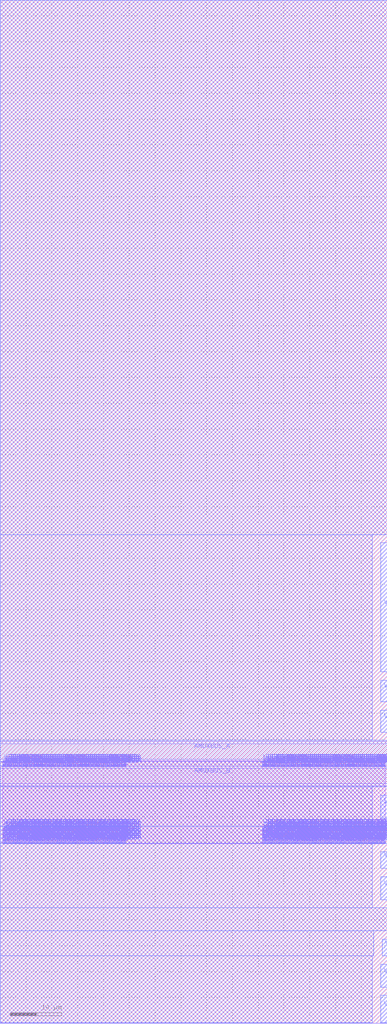
<source format=lef>
# Copyright 2020 The SkyWater PDK Authors
#
# Licensed under the Apache License, Version 2.0 (the "License");
# you may not use this file except in compliance with the License.
# You may obtain a copy of the License at
#
#     https://www.apache.org/licenses/LICENSE-2.0
#
# Unless required by applicable law or agreed to in writing, software
# distributed under the License is distributed on an "AS IS" BASIS,
# WITHOUT WARRANTIES OR CONDITIONS OF ANY KIND, either express or implied.
# See the License for the specific language governing permissions and
# limitations under the License.
#
# SPDX-License-Identifier: Apache-2.0

VERSION 5.7 ;
  NOWIREEXTENSIONATPIN ON ;
  DIVIDERCHAR "/" ;
  BUSBITCHARS "[]" ;
MACRO sky130_fd_io__overlay_vssa_lvc
  CLASS BLOCK ;
  FOREIGN sky130_fd_io__overlay_vssa_lvc ;
  ORIGIN  0.000000  0.000000 ;
  SIZE  75.00000 BY  198.0000 ;
  SYMMETRY X Y R90 ;
  PIN AMUXBUS_A
    DIRECTION INOUT ;
    USE SIGNAL ;
    PORT
      LAYER met4 ;
        RECT 0.000000 51.125000 75.000000 54.105000 ;
    END
  END AMUXBUS_A
  PIN AMUXBUS_B
    DIRECTION INOUT ;
    USE SIGNAL ;
    PORT
      LAYER met4 ;
        RECT 0.000000 46.365000 75.000000 49.345000 ;
    END
  END AMUXBUS_B
  PIN VCCD
    DIRECTION INOUT ;
    USE POWER ;
    PORT
      LAYER met5 ;
        RECT 73.730000 6.985000 75.000000 11.435000 ;
    END
  END VCCD
  PIN VCCHIB
    DIRECTION INOUT ;
    USE POWER ;
    PORT
      LAYER met5 ;
        RECT 73.730000 0.135000 75.000000 5.385000 ;
    END
  END VCCHIB
  PIN VDDA
    DIRECTION INOUT ;
    USE POWER ;
    PORT
      LAYER met5 ;
        RECT 74.035000 13.035000 75.000000 16.285000 ;
    END
  END VDDA
  PIN VDDIO
    DIRECTION INOUT ;
    USE POWER ;
    PORT
      LAYER met5 ;
        RECT 73.730000 68.035000 75.000000 92.985000 ;
    END
  END VDDIO
  PIN VDDIO_Q
    DIRECTION INOUT ;
    USE POWER ;
    PORT
      LAYER met5 ;
        RECT 73.730000 62.185000 75.000000 66.435000 ;
    END
  END VDDIO_Q
  PIN VSSA
    DIRECTION INOUT ;
    USE GROUND ;
    PORT
      LAYER met3 ;
        RECT 0.530000 34.760000 0.850000 35.080000 ;
      LAYER met4 ;
        RECT 0.530000 34.760000 0.850000 35.080000 ;
    END
    PORT
      LAYER met3 ;
        RECT 0.530000 35.200000 0.850000 35.520000 ;
      LAYER met4 ;
        RECT 0.530000 35.200000 0.850000 35.520000 ;
    END
    PORT
      LAYER met3 ;
        RECT 0.530000 35.640000 0.850000 35.960000 ;
      LAYER met4 ;
        RECT 0.530000 35.640000 0.850000 35.960000 ;
    END
    PORT
      LAYER met3 ;
        RECT 0.530000 36.080000 0.850000 36.400000 ;
      LAYER met4 ;
        RECT 0.530000 36.080000 0.850000 36.400000 ;
    END
    PORT
      LAYER met3 ;
        RECT 0.530000 36.520000 0.850000 36.840000 ;
      LAYER met4 ;
        RECT 0.530000 36.520000 0.850000 36.840000 ;
    END
    PORT
      LAYER met3 ;
        RECT 0.530000 36.960000 0.850000 37.280000 ;
      LAYER met4 ;
        RECT 0.530000 36.960000 0.850000 37.280000 ;
    END
    PORT
      LAYER met3 ;
        RECT 0.530000 37.400000 0.850000 37.720000 ;
      LAYER met4 ;
        RECT 0.530000 37.400000 0.850000 37.720000 ;
    END
    PORT
      LAYER met3 ;
        RECT 0.530000 37.840000 0.850000 38.160000 ;
      LAYER met4 ;
        RECT 0.530000 37.840000 0.850000 38.160000 ;
    END
    PORT
      LAYER met3 ;
        RECT 0.530000 49.655000 0.850000 49.975000 ;
      LAYER met4 ;
        RECT 0.530000 49.655000 0.850000 49.975000 ;
    END
    PORT
      LAYER met3 ;
        RECT 0.530000 50.075000 0.850000 50.395000 ;
      LAYER met4 ;
        RECT 0.530000 50.075000 0.850000 50.395000 ;
    END
    PORT
      LAYER met3 ;
        RECT 0.530000 50.495000 0.850000 50.815000 ;
      LAYER met4 ;
        RECT 0.530000 50.495000 0.850000 50.815000 ;
    END
    PORT
      LAYER met3 ;
        RECT 0.940000 34.760000 1.260000 35.080000 ;
      LAYER met4 ;
        RECT 0.940000 34.760000 1.260000 35.080000 ;
    END
    PORT
      LAYER met3 ;
        RECT 0.940000 35.200000 1.260000 35.520000 ;
      LAYER met4 ;
        RECT 0.940000 35.200000 1.260000 35.520000 ;
    END
    PORT
      LAYER met3 ;
        RECT 0.940000 35.640000 1.260000 35.960000 ;
      LAYER met4 ;
        RECT 0.940000 35.640000 1.260000 35.960000 ;
    END
    PORT
      LAYER met3 ;
        RECT 0.940000 36.080000 1.260000 36.400000 ;
      LAYER met4 ;
        RECT 0.940000 36.080000 1.260000 36.400000 ;
    END
    PORT
      LAYER met3 ;
        RECT 0.940000 36.520000 1.260000 36.840000 ;
      LAYER met4 ;
        RECT 0.940000 36.520000 1.260000 36.840000 ;
    END
    PORT
      LAYER met3 ;
        RECT 0.940000 36.960000 1.260000 37.280000 ;
      LAYER met4 ;
        RECT 0.940000 36.960000 1.260000 37.280000 ;
    END
    PORT
      LAYER met3 ;
        RECT 0.940000 37.400000 1.260000 37.720000 ;
      LAYER met4 ;
        RECT 0.940000 37.400000 1.260000 37.720000 ;
    END
    PORT
      LAYER met3 ;
        RECT 0.940000 37.840000 1.260000 38.160000 ;
      LAYER met4 ;
        RECT 0.940000 37.840000 1.260000 38.160000 ;
    END
    PORT
      LAYER met3 ;
        RECT 0.940000 49.655000 1.260000 49.975000 ;
      LAYER met4 ;
        RECT 0.940000 49.655000 1.260000 49.975000 ;
    END
    PORT
      LAYER met3 ;
        RECT 0.940000 50.075000 1.260000 50.395000 ;
      LAYER met4 ;
        RECT 0.940000 50.075000 1.260000 50.395000 ;
    END
    PORT
      LAYER met3 ;
        RECT 0.940000 50.495000 1.260000 50.815000 ;
      LAYER met4 ;
        RECT 0.940000 50.495000 1.260000 50.815000 ;
    END
    PORT
      LAYER met3 ;
        RECT 1.350000 34.760000 1.670000 35.080000 ;
      LAYER met4 ;
        RECT 1.350000 34.760000 1.670000 35.080000 ;
    END
    PORT
      LAYER met3 ;
        RECT 1.350000 35.200000 1.670000 35.520000 ;
      LAYER met4 ;
        RECT 1.350000 35.200000 1.670000 35.520000 ;
    END
    PORT
      LAYER met3 ;
        RECT 1.350000 35.640000 1.670000 35.960000 ;
      LAYER met4 ;
        RECT 1.350000 35.640000 1.670000 35.960000 ;
    END
    PORT
      LAYER met3 ;
        RECT 1.350000 36.080000 1.670000 36.400000 ;
      LAYER met4 ;
        RECT 1.350000 36.080000 1.670000 36.400000 ;
    END
    PORT
      LAYER met3 ;
        RECT 1.350000 36.520000 1.670000 36.840000 ;
      LAYER met4 ;
        RECT 1.350000 36.520000 1.670000 36.840000 ;
    END
    PORT
      LAYER met3 ;
        RECT 1.350000 36.960000 1.670000 37.280000 ;
      LAYER met4 ;
        RECT 1.350000 36.960000 1.670000 37.280000 ;
    END
    PORT
      LAYER met3 ;
        RECT 1.350000 37.400000 1.670000 37.720000 ;
      LAYER met4 ;
        RECT 1.350000 37.400000 1.670000 37.720000 ;
    END
    PORT
      LAYER met3 ;
        RECT 1.350000 37.840000 1.670000 38.160000 ;
      LAYER met4 ;
        RECT 1.350000 37.840000 1.670000 38.160000 ;
    END
    PORT
      LAYER met3 ;
        RECT 1.350000 49.655000 1.670000 49.975000 ;
      LAYER met4 ;
        RECT 1.350000 49.655000 1.670000 49.975000 ;
    END
    PORT
      LAYER met3 ;
        RECT 1.350000 50.075000 1.670000 50.395000 ;
      LAYER met4 ;
        RECT 1.350000 50.075000 1.670000 50.395000 ;
    END
    PORT
      LAYER met3 ;
        RECT 1.350000 50.495000 1.670000 50.815000 ;
      LAYER met4 ;
        RECT 1.350000 50.495000 1.670000 50.815000 ;
    END
    PORT
      LAYER met3 ;
        RECT 1.760000 34.760000 2.080000 35.080000 ;
      LAYER met4 ;
        RECT 1.760000 34.760000 2.080000 35.080000 ;
    END
    PORT
      LAYER met3 ;
        RECT 1.760000 35.200000 2.080000 35.520000 ;
      LAYER met4 ;
        RECT 1.760000 35.200000 2.080000 35.520000 ;
    END
    PORT
      LAYER met3 ;
        RECT 1.760000 35.640000 2.080000 35.960000 ;
      LAYER met4 ;
        RECT 1.760000 35.640000 2.080000 35.960000 ;
    END
    PORT
      LAYER met3 ;
        RECT 1.760000 36.080000 2.080000 36.400000 ;
      LAYER met4 ;
        RECT 1.760000 36.080000 2.080000 36.400000 ;
    END
    PORT
      LAYER met3 ;
        RECT 1.760000 36.520000 2.080000 36.840000 ;
      LAYER met4 ;
        RECT 1.760000 36.520000 2.080000 36.840000 ;
    END
    PORT
      LAYER met3 ;
        RECT 1.760000 36.960000 2.080000 37.280000 ;
      LAYER met4 ;
        RECT 1.760000 36.960000 2.080000 37.280000 ;
    END
    PORT
      LAYER met3 ;
        RECT 1.760000 37.400000 2.080000 37.720000 ;
      LAYER met4 ;
        RECT 1.760000 37.400000 2.080000 37.720000 ;
    END
    PORT
      LAYER met3 ;
        RECT 1.760000 37.840000 2.080000 38.160000 ;
      LAYER met4 ;
        RECT 1.760000 37.840000 2.080000 38.160000 ;
    END
    PORT
      LAYER met3 ;
        RECT 1.760000 49.655000 2.080000 49.975000 ;
      LAYER met4 ;
        RECT 1.760000 49.655000 2.080000 49.975000 ;
    END
    PORT
      LAYER met3 ;
        RECT 1.760000 50.075000 2.080000 50.395000 ;
      LAYER met4 ;
        RECT 1.760000 50.075000 2.080000 50.395000 ;
    END
    PORT
      LAYER met3 ;
        RECT 1.760000 50.495000 2.080000 50.815000 ;
      LAYER met4 ;
        RECT 1.760000 50.495000 2.080000 50.815000 ;
    END
    PORT
      LAYER met3 ;
        RECT 10.280000 34.760000 10.600000 35.080000 ;
      LAYER met4 ;
        RECT 10.280000 34.760000 10.600000 35.080000 ;
    END
    PORT
      LAYER met3 ;
        RECT 10.280000 35.200000 10.600000 35.520000 ;
      LAYER met4 ;
        RECT 10.280000 35.200000 10.600000 35.520000 ;
    END
    PORT
      LAYER met3 ;
        RECT 10.280000 35.640000 10.600000 35.960000 ;
      LAYER met4 ;
        RECT 10.280000 35.640000 10.600000 35.960000 ;
    END
    PORT
      LAYER met3 ;
        RECT 10.280000 36.080000 10.600000 36.400000 ;
      LAYER met4 ;
        RECT 10.280000 36.080000 10.600000 36.400000 ;
    END
    PORT
      LAYER met3 ;
        RECT 10.280000 36.520000 10.600000 36.840000 ;
      LAYER met4 ;
        RECT 10.280000 36.520000 10.600000 36.840000 ;
    END
    PORT
      LAYER met3 ;
        RECT 10.280000 36.960000 10.600000 37.280000 ;
      LAYER met4 ;
        RECT 10.280000 36.960000 10.600000 37.280000 ;
    END
    PORT
      LAYER met3 ;
        RECT 10.280000 37.400000 10.600000 37.720000 ;
      LAYER met4 ;
        RECT 10.280000 37.400000 10.600000 37.720000 ;
    END
    PORT
      LAYER met3 ;
        RECT 10.280000 37.840000 10.600000 38.160000 ;
      LAYER met4 ;
        RECT 10.280000 37.840000 10.600000 38.160000 ;
    END
    PORT
      LAYER met3 ;
        RECT 10.280000 49.655000 10.600000 49.975000 ;
      LAYER met4 ;
        RECT 10.280000 49.655000 10.600000 49.975000 ;
    END
    PORT
      LAYER met3 ;
        RECT 10.280000 50.075000 10.600000 50.395000 ;
      LAYER met4 ;
        RECT 10.280000 50.075000 10.600000 50.395000 ;
    END
    PORT
      LAYER met3 ;
        RECT 10.280000 50.495000 10.600000 50.815000 ;
      LAYER met4 ;
        RECT 10.280000 50.495000 10.600000 50.815000 ;
    END
    PORT
      LAYER met3 ;
        RECT 10.685000 34.760000 11.005000 35.080000 ;
      LAYER met4 ;
        RECT 10.685000 34.760000 11.005000 35.080000 ;
    END
    PORT
      LAYER met3 ;
        RECT 10.685000 35.200000 11.005000 35.520000 ;
      LAYER met4 ;
        RECT 10.685000 35.200000 11.005000 35.520000 ;
    END
    PORT
      LAYER met3 ;
        RECT 10.685000 35.640000 11.005000 35.960000 ;
      LAYER met4 ;
        RECT 10.685000 35.640000 11.005000 35.960000 ;
    END
    PORT
      LAYER met3 ;
        RECT 10.685000 36.080000 11.005000 36.400000 ;
      LAYER met4 ;
        RECT 10.685000 36.080000 11.005000 36.400000 ;
    END
    PORT
      LAYER met3 ;
        RECT 10.685000 36.520000 11.005000 36.840000 ;
      LAYER met4 ;
        RECT 10.685000 36.520000 11.005000 36.840000 ;
    END
    PORT
      LAYER met3 ;
        RECT 10.685000 36.960000 11.005000 37.280000 ;
      LAYER met4 ;
        RECT 10.685000 36.960000 11.005000 37.280000 ;
    END
    PORT
      LAYER met3 ;
        RECT 10.685000 37.400000 11.005000 37.720000 ;
      LAYER met4 ;
        RECT 10.685000 37.400000 11.005000 37.720000 ;
    END
    PORT
      LAYER met3 ;
        RECT 10.685000 37.840000 11.005000 38.160000 ;
      LAYER met4 ;
        RECT 10.685000 37.840000 11.005000 38.160000 ;
    END
    PORT
      LAYER met3 ;
        RECT 10.685000 49.655000 11.005000 49.975000 ;
      LAYER met4 ;
        RECT 10.685000 49.655000 11.005000 49.975000 ;
    END
    PORT
      LAYER met3 ;
        RECT 10.685000 50.075000 11.005000 50.395000 ;
      LAYER met4 ;
        RECT 10.685000 50.075000 11.005000 50.395000 ;
    END
    PORT
      LAYER met3 ;
        RECT 10.685000 50.495000 11.005000 50.815000 ;
      LAYER met4 ;
        RECT 10.685000 50.495000 11.005000 50.815000 ;
    END
    PORT
      LAYER met3 ;
        RECT 11.090000 34.760000 11.410000 35.080000 ;
      LAYER met4 ;
        RECT 11.090000 34.760000 11.410000 35.080000 ;
    END
    PORT
      LAYER met3 ;
        RECT 11.090000 35.200000 11.410000 35.520000 ;
      LAYER met4 ;
        RECT 11.090000 35.200000 11.410000 35.520000 ;
    END
    PORT
      LAYER met3 ;
        RECT 11.090000 35.640000 11.410000 35.960000 ;
      LAYER met4 ;
        RECT 11.090000 35.640000 11.410000 35.960000 ;
    END
    PORT
      LAYER met3 ;
        RECT 11.090000 36.080000 11.410000 36.400000 ;
      LAYER met4 ;
        RECT 11.090000 36.080000 11.410000 36.400000 ;
    END
    PORT
      LAYER met3 ;
        RECT 11.090000 36.520000 11.410000 36.840000 ;
      LAYER met4 ;
        RECT 11.090000 36.520000 11.410000 36.840000 ;
    END
    PORT
      LAYER met3 ;
        RECT 11.090000 36.960000 11.410000 37.280000 ;
      LAYER met4 ;
        RECT 11.090000 36.960000 11.410000 37.280000 ;
    END
    PORT
      LAYER met3 ;
        RECT 11.090000 37.400000 11.410000 37.720000 ;
      LAYER met4 ;
        RECT 11.090000 37.400000 11.410000 37.720000 ;
    END
    PORT
      LAYER met3 ;
        RECT 11.090000 37.840000 11.410000 38.160000 ;
      LAYER met4 ;
        RECT 11.090000 37.840000 11.410000 38.160000 ;
    END
    PORT
      LAYER met3 ;
        RECT 11.090000 49.655000 11.410000 49.975000 ;
      LAYER met4 ;
        RECT 11.090000 49.655000 11.410000 49.975000 ;
    END
    PORT
      LAYER met3 ;
        RECT 11.090000 50.075000 11.410000 50.395000 ;
      LAYER met4 ;
        RECT 11.090000 50.075000 11.410000 50.395000 ;
    END
    PORT
      LAYER met3 ;
        RECT 11.090000 50.495000 11.410000 50.815000 ;
      LAYER met4 ;
        RECT 11.090000 50.495000 11.410000 50.815000 ;
    END
    PORT
      LAYER met3 ;
        RECT 11.495000 34.760000 11.815000 35.080000 ;
      LAYER met4 ;
        RECT 11.495000 34.760000 11.815000 35.080000 ;
    END
    PORT
      LAYER met3 ;
        RECT 11.495000 35.200000 11.815000 35.520000 ;
      LAYER met4 ;
        RECT 11.495000 35.200000 11.815000 35.520000 ;
    END
    PORT
      LAYER met3 ;
        RECT 11.495000 35.640000 11.815000 35.960000 ;
      LAYER met4 ;
        RECT 11.495000 35.640000 11.815000 35.960000 ;
    END
    PORT
      LAYER met3 ;
        RECT 11.495000 36.080000 11.815000 36.400000 ;
      LAYER met4 ;
        RECT 11.495000 36.080000 11.815000 36.400000 ;
    END
    PORT
      LAYER met3 ;
        RECT 11.495000 36.520000 11.815000 36.840000 ;
      LAYER met4 ;
        RECT 11.495000 36.520000 11.815000 36.840000 ;
    END
    PORT
      LAYER met3 ;
        RECT 11.495000 36.960000 11.815000 37.280000 ;
      LAYER met4 ;
        RECT 11.495000 36.960000 11.815000 37.280000 ;
    END
    PORT
      LAYER met3 ;
        RECT 11.495000 37.400000 11.815000 37.720000 ;
      LAYER met4 ;
        RECT 11.495000 37.400000 11.815000 37.720000 ;
    END
    PORT
      LAYER met3 ;
        RECT 11.495000 37.840000 11.815000 38.160000 ;
      LAYER met4 ;
        RECT 11.495000 37.840000 11.815000 38.160000 ;
    END
    PORT
      LAYER met3 ;
        RECT 11.495000 49.655000 11.815000 49.975000 ;
      LAYER met4 ;
        RECT 11.495000 49.655000 11.815000 49.975000 ;
    END
    PORT
      LAYER met3 ;
        RECT 11.495000 50.075000 11.815000 50.395000 ;
      LAYER met4 ;
        RECT 11.495000 50.075000 11.815000 50.395000 ;
    END
    PORT
      LAYER met3 ;
        RECT 11.495000 50.495000 11.815000 50.815000 ;
      LAYER met4 ;
        RECT 11.495000 50.495000 11.815000 50.815000 ;
    END
    PORT
      LAYER met3 ;
        RECT 11.900000 34.760000 12.220000 35.080000 ;
      LAYER met4 ;
        RECT 11.900000 34.760000 12.220000 35.080000 ;
    END
    PORT
      LAYER met3 ;
        RECT 11.900000 35.200000 12.220000 35.520000 ;
      LAYER met4 ;
        RECT 11.900000 35.200000 12.220000 35.520000 ;
    END
    PORT
      LAYER met3 ;
        RECT 11.900000 35.640000 12.220000 35.960000 ;
      LAYER met4 ;
        RECT 11.900000 35.640000 12.220000 35.960000 ;
    END
    PORT
      LAYER met3 ;
        RECT 11.900000 36.080000 12.220000 36.400000 ;
      LAYER met4 ;
        RECT 11.900000 36.080000 12.220000 36.400000 ;
    END
    PORT
      LAYER met3 ;
        RECT 11.900000 36.520000 12.220000 36.840000 ;
      LAYER met4 ;
        RECT 11.900000 36.520000 12.220000 36.840000 ;
    END
    PORT
      LAYER met3 ;
        RECT 11.900000 36.960000 12.220000 37.280000 ;
      LAYER met4 ;
        RECT 11.900000 36.960000 12.220000 37.280000 ;
    END
    PORT
      LAYER met3 ;
        RECT 11.900000 37.400000 12.220000 37.720000 ;
      LAYER met4 ;
        RECT 11.900000 37.400000 12.220000 37.720000 ;
    END
    PORT
      LAYER met3 ;
        RECT 11.900000 37.840000 12.220000 38.160000 ;
      LAYER met4 ;
        RECT 11.900000 37.840000 12.220000 38.160000 ;
    END
    PORT
      LAYER met3 ;
        RECT 11.900000 49.655000 12.220000 49.975000 ;
      LAYER met4 ;
        RECT 11.900000 49.655000 12.220000 49.975000 ;
    END
    PORT
      LAYER met3 ;
        RECT 11.900000 50.075000 12.220000 50.395000 ;
      LAYER met4 ;
        RECT 11.900000 50.075000 12.220000 50.395000 ;
    END
    PORT
      LAYER met3 ;
        RECT 11.900000 50.495000 12.220000 50.815000 ;
      LAYER met4 ;
        RECT 11.900000 50.495000 12.220000 50.815000 ;
    END
    PORT
      LAYER met3 ;
        RECT 12.305000 34.760000 12.625000 35.080000 ;
      LAYER met4 ;
        RECT 12.305000 34.760000 12.625000 35.080000 ;
    END
    PORT
      LAYER met3 ;
        RECT 12.305000 35.200000 12.625000 35.520000 ;
      LAYER met4 ;
        RECT 12.305000 35.200000 12.625000 35.520000 ;
    END
    PORT
      LAYER met3 ;
        RECT 12.305000 35.640000 12.625000 35.960000 ;
      LAYER met4 ;
        RECT 12.305000 35.640000 12.625000 35.960000 ;
    END
    PORT
      LAYER met3 ;
        RECT 12.305000 36.080000 12.625000 36.400000 ;
      LAYER met4 ;
        RECT 12.305000 36.080000 12.625000 36.400000 ;
    END
    PORT
      LAYER met3 ;
        RECT 12.305000 36.520000 12.625000 36.840000 ;
      LAYER met4 ;
        RECT 12.305000 36.520000 12.625000 36.840000 ;
    END
    PORT
      LAYER met3 ;
        RECT 12.305000 36.960000 12.625000 37.280000 ;
      LAYER met4 ;
        RECT 12.305000 36.960000 12.625000 37.280000 ;
    END
    PORT
      LAYER met3 ;
        RECT 12.305000 37.400000 12.625000 37.720000 ;
      LAYER met4 ;
        RECT 12.305000 37.400000 12.625000 37.720000 ;
    END
    PORT
      LAYER met3 ;
        RECT 12.305000 37.840000 12.625000 38.160000 ;
      LAYER met4 ;
        RECT 12.305000 37.840000 12.625000 38.160000 ;
    END
    PORT
      LAYER met3 ;
        RECT 12.305000 49.655000 12.625000 49.975000 ;
      LAYER met4 ;
        RECT 12.305000 49.655000 12.625000 49.975000 ;
    END
    PORT
      LAYER met3 ;
        RECT 12.305000 50.075000 12.625000 50.395000 ;
      LAYER met4 ;
        RECT 12.305000 50.075000 12.625000 50.395000 ;
    END
    PORT
      LAYER met3 ;
        RECT 12.305000 50.495000 12.625000 50.815000 ;
      LAYER met4 ;
        RECT 12.305000 50.495000 12.625000 50.815000 ;
    END
    PORT
      LAYER met3 ;
        RECT 12.710000 34.760000 13.030000 35.080000 ;
      LAYER met4 ;
        RECT 12.710000 34.760000 13.030000 35.080000 ;
    END
    PORT
      LAYER met3 ;
        RECT 12.710000 35.200000 13.030000 35.520000 ;
      LAYER met4 ;
        RECT 12.710000 35.200000 13.030000 35.520000 ;
    END
    PORT
      LAYER met3 ;
        RECT 12.710000 35.640000 13.030000 35.960000 ;
      LAYER met4 ;
        RECT 12.710000 35.640000 13.030000 35.960000 ;
    END
    PORT
      LAYER met3 ;
        RECT 12.710000 36.080000 13.030000 36.400000 ;
      LAYER met4 ;
        RECT 12.710000 36.080000 13.030000 36.400000 ;
    END
    PORT
      LAYER met3 ;
        RECT 12.710000 36.520000 13.030000 36.840000 ;
      LAYER met4 ;
        RECT 12.710000 36.520000 13.030000 36.840000 ;
    END
    PORT
      LAYER met3 ;
        RECT 12.710000 36.960000 13.030000 37.280000 ;
      LAYER met4 ;
        RECT 12.710000 36.960000 13.030000 37.280000 ;
    END
    PORT
      LAYER met3 ;
        RECT 12.710000 37.400000 13.030000 37.720000 ;
      LAYER met4 ;
        RECT 12.710000 37.400000 13.030000 37.720000 ;
    END
    PORT
      LAYER met3 ;
        RECT 12.710000 37.840000 13.030000 38.160000 ;
      LAYER met4 ;
        RECT 12.710000 37.840000 13.030000 38.160000 ;
    END
    PORT
      LAYER met3 ;
        RECT 12.710000 49.655000 13.030000 49.975000 ;
      LAYER met4 ;
        RECT 12.710000 49.655000 13.030000 49.975000 ;
    END
    PORT
      LAYER met3 ;
        RECT 12.710000 50.075000 13.030000 50.395000 ;
      LAYER met4 ;
        RECT 12.710000 50.075000 13.030000 50.395000 ;
    END
    PORT
      LAYER met3 ;
        RECT 12.710000 50.495000 13.030000 50.815000 ;
      LAYER met4 ;
        RECT 12.710000 50.495000 13.030000 50.815000 ;
    END
    PORT
      LAYER met3 ;
        RECT 13.115000 34.760000 13.435000 35.080000 ;
      LAYER met4 ;
        RECT 13.115000 34.760000 13.435000 35.080000 ;
    END
    PORT
      LAYER met3 ;
        RECT 13.115000 35.200000 13.435000 35.520000 ;
      LAYER met4 ;
        RECT 13.115000 35.200000 13.435000 35.520000 ;
    END
    PORT
      LAYER met3 ;
        RECT 13.115000 35.640000 13.435000 35.960000 ;
      LAYER met4 ;
        RECT 13.115000 35.640000 13.435000 35.960000 ;
    END
    PORT
      LAYER met3 ;
        RECT 13.115000 36.080000 13.435000 36.400000 ;
      LAYER met4 ;
        RECT 13.115000 36.080000 13.435000 36.400000 ;
    END
    PORT
      LAYER met3 ;
        RECT 13.115000 36.520000 13.435000 36.840000 ;
      LAYER met4 ;
        RECT 13.115000 36.520000 13.435000 36.840000 ;
    END
    PORT
      LAYER met3 ;
        RECT 13.115000 36.960000 13.435000 37.280000 ;
      LAYER met4 ;
        RECT 13.115000 36.960000 13.435000 37.280000 ;
    END
    PORT
      LAYER met3 ;
        RECT 13.115000 37.400000 13.435000 37.720000 ;
      LAYER met4 ;
        RECT 13.115000 37.400000 13.435000 37.720000 ;
    END
    PORT
      LAYER met3 ;
        RECT 13.115000 37.840000 13.435000 38.160000 ;
      LAYER met4 ;
        RECT 13.115000 37.840000 13.435000 38.160000 ;
    END
    PORT
      LAYER met3 ;
        RECT 13.115000 49.655000 13.435000 49.975000 ;
      LAYER met4 ;
        RECT 13.115000 49.655000 13.435000 49.975000 ;
    END
    PORT
      LAYER met3 ;
        RECT 13.115000 50.075000 13.435000 50.395000 ;
      LAYER met4 ;
        RECT 13.115000 50.075000 13.435000 50.395000 ;
    END
    PORT
      LAYER met3 ;
        RECT 13.115000 50.495000 13.435000 50.815000 ;
      LAYER met4 ;
        RECT 13.115000 50.495000 13.435000 50.815000 ;
    END
    PORT
      LAYER met3 ;
        RECT 13.520000 34.760000 13.840000 35.080000 ;
      LAYER met4 ;
        RECT 13.520000 34.760000 13.840000 35.080000 ;
    END
    PORT
      LAYER met3 ;
        RECT 13.520000 35.200000 13.840000 35.520000 ;
      LAYER met4 ;
        RECT 13.520000 35.200000 13.840000 35.520000 ;
    END
    PORT
      LAYER met3 ;
        RECT 13.520000 35.640000 13.840000 35.960000 ;
      LAYER met4 ;
        RECT 13.520000 35.640000 13.840000 35.960000 ;
    END
    PORT
      LAYER met3 ;
        RECT 13.520000 36.080000 13.840000 36.400000 ;
      LAYER met4 ;
        RECT 13.520000 36.080000 13.840000 36.400000 ;
    END
    PORT
      LAYER met3 ;
        RECT 13.520000 36.520000 13.840000 36.840000 ;
      LAYER met4 ;
        RECT 13.520000 36.520000 13.840000 36.840000 ;
    END
    PORT
      LAYER met3 ;
        RECT 13.520000 36.960000 13.840000 37.280000 ;
      LAYER met4 ;
        RECT 13.520000 36.960000 13.840000 37.280000 ;
    END
    PORT
      LAYER met3 ;
        RECT 13.520000 37.400000 13.840000 37.720000 ;
      LAYER met4 ;
        RECT 13.520000 37.400000 13.840000 37.720000 ;
    END
    PORT
      LAYER met3 ;
        RECT 13.520000 37.840000 13.840000 38.160000 ;
      LAYER met4 ;
        RECT 13.520000 37.840000 13.840000 38.160000 ;
    END
    PORT
      LAYER met3 ;
        RECT 13.520000 49.655000 13.840000 49.975000 ;
      LAYER met4 ;
        RECT 13.520000 49.655000 13.840000 49.975000 ;
    END
    PORT
      LAYER met3 ;
        RECT 13.520000 50.075000 13.840000 50.395000 ;
      LAYER met4 ;
        RECT 13.520000 50.075000 13.840000 50.395000 ;
    END
    PORT
      LAYER met3 ;
        RECT 13.520000 50.495000 13.840000 50.815000 ;
      LAYER met4 ;
        RECT 13.520000 50.495000 13.840000 50.815000 ;
    END
    PORT
      LAYER met3 ;
        RECT 13.925000 34.760000 14.245000 35.080000 ;
      LAYER met4 ;
        RECT 13.925000 34.760000 14.245000 35.080000 ;
    END
    PORT
      LAYER met3 ;
        RECT 13.925000 35.200000 14.245000 35.520000 ;
      LAYER met4 ;
        RECT 13.925000 35.200000 14.245000 35.520000 ;
    END
    PORT
      LAYER met3 ;
        RECT 13.925000 35.640000 14.245000 35.960000 ;
      LAYER met4 ;
        RECT 13.925000 35.640000 14.245000 35.960000 ;
    END
    PORT
      LAYER met3 ;
        RECT 13.925000 36.080000 14.245000 36.400000 ;
      LAYER met4 ;
        RECT 13.925000 36.080000 14.245000 36.400000 ;
    END
    PORT
      LAYER met3 ;
        RECT 13.925000 36.520000 14.245000 36.840000 ;
      LAYER met4 ;
        RECT 13.925000 36.520000 14.245000 36.840000 ;
    END
    PORT
      LAYER met3 ;
        RECT 13.925000 36.960000 14.245000 37.280000 ;
      LAYER met4 ;
        RECT 13.925000 36.960000 14.245000 37.280000 ;
    END
    PORT
      LAYER met3 ;
        RECT 13.925000 37.400000 14.245000 37.720000 ;
      LAYER met4 ;
        RECT 13.925000 37.400000 14.245000 37.720000 ;
    END
    PORT
      LAYER met3 ;
        RECT 13.925000 37.840000 14.245000 38.160000 ;
      LAYER met4 ;
        RECT 13.925000 37.840000 14.245000 38.160000 ;
    END
    PORT
      LAYER met3 ;
        RECT 13.925000 49.655000 14.245000 49.975000 ;
      LAYER met4 ;
        RECT 13.925000 49.655000 14.245000 49.975000 ;
    END
    PORT
      LAYER met3 ;
        RECT 13.925000 50.075000 14.245000 50.395000 ;
      LAYER met4 ;
        RECT 13.925000 50.075000 14.245000 50.395000 ;
    END
    PORT
      LAYER met3 ;
        RECT 13.925000 50.495000 14.245000 50.815000 ;
      LAYER met4 ;
        RECT 13.925000 50.495000 14.245000 50.815000 ;
    END
    PORT
      LAYER met3 ;
        RECT 14.330000 34.760000 14.650000 35.080000 ;
      LAYER met4 ;
        RECT 14.330000 34.760000 14.650000 35.080000 ;
    END
    PORT
      LAYER met3 ;
        RECT 14.330000 35.200000 14.650000 35.520000 ;
      LAYER met4 ;
        RECT 14.330000 35.200000 14.650000 35.520000 ;
    END
    PORT
      LAYER met3 ;
        RECT 14.330000 35.640000 14.650000 35.960000 ;
      LAYER met4 ;
        RECT 14.330000 35.640000 14.650000 35.960000 ;
    END
    PORT
      LAYER met3 ;
        RECT 14.330000 36.080000 14.650000 36.400000 ;
      LAYER met4 ;
        RECT 14.330000 36.080000 14.650000 36.400000 ;
    END
    PORT
      LAYER met3 ;
        RECT 14.330000 36.520000 14.650000 36.840000 ;
      LAYER met4 ;
        RECT 14.330000 36.520000 14.650000 36.840000 ;
    END
    PORT
      LAYER met3 ;
        RECT 14.330000 36.960000 14.650000 37.280000 ;
      LAYER met4 ;
        RECT 14.330000 36.960000 14.650000 37.280000 ;
    END
    PORT
      LAYER met3 ;
        RECT 14.330000 37.400000 14.650000 37.720000 ;
      LAYER met4 ;
        RECT 14.330000 37.400000 14.650000 37.720000 ;
    END
    PORT
      LAYER met3 ;
        RECT 14.330000 37.840000 14.650000 38.160000 ;
      LAYER met4 ;
        RECT 14.330000 37.840000 14.650000 38.160000 ;
    END
    PORT
      LAYER met3 ;
        RECT 14.330000 49.655000 14.650000 49.975000 ;
      LAYER met4 ;
        RECT 14.330000 49.655000 14.650000 49.975000 ;
    END
    PORT
      LAYER met3 ;
        RECT 14.330000 50.075000 14.650000 50.395000 ;
      LAYER met4 ;
        RECT 14.330000 50.075000 14.650000 50.395000 ;
    END
    PORT
      LAYER met3 ;
        RECT 14.330000 50.495000 14.650000 50.815000 ;
      LAYER met4 ;
        RECT 14.330000 50.495000 14.650000 50.815000 ;
    END
    PORT
      LAYER met3 ;
        RECT 14.735000 34.760000 15.055000 35.080000 ;
      LAYER met4 ;
        RECT 14.735000 34.760000 15.055000 35.080000 ;
    END
    PORT
      LAYER met3 ;
        RECT 14.735000 35.200000 15.055000 35.520000 ;
      LAYER met4 ;
        RECT 14.735000 35.200000 15.055000 35.520000 ;
    END
    PORT
      LAYER met3 ;
        RECT 14.735000 35.640000 15.055000 35.960000 ;
      LAYER met4 ;
        RECT 14.735000 35.640000 15.055000 35.960000 ;
    END
    PORT
      LAYER met3 ;
        RECT 14.735000 36.080000 15.055000 36.400000 ;
      LAYER met4 ;
        RECT 14.735000 36.080000 15.055000 36.400000 ;
    END
    PORT
      LAYER met3 ;
        RECT 14.735000 36.520000 15.055000 36.840000 ;
      LAYER met4 ;
        RECT 14.735000 36.520000 15.055000 36.840000 ;
    END
    PORT
      LAYER met3 ;
        RECT 14.735000 36.960000 15.055000 37.280000 ;
      LAYER met4 ;
        RECT 14.735000 36.960000 15.055000 37.280000 ;
    END
    PORT
      LAYER met3 ;
        RECT 14.735000 37.400000 15.055000 37.720000 ;
      LAYER met4 ;
        RECT 14.735000 37.400000 15.055000 37.720000 ;
    END
    PORT
      LAYER met3 ;
        RECT 14.735000 37.840000 15.055000 38.160000 ;
      LAYER met4 ;
        RECT 14.735000 37.840000 15.055000 38.160000 ;
    END
    PORT
      LAYER met3 ;
        RECT 14.735000 49.655000 15.055000 49.975000 ;
      LAYER met4 ;
        RECT 14.735000 49.655000 15.055000 49.975000 ;
    END
    PORT
      LAYER met3 ;
        RECT 14.735000 50.075000 15.055000 50.395000 ;
      LAYER met4 ;
        RECT 14.735000 50.075000 15.055000 50.395000 ;
    END
    PORT
      LAYER met3 ;
        RECT 14.735000 50.495000 15.055000 50.815000 ;
      LAYER met4 ;
        RECT 14.735000 50.495000 15.055000 50.815000 ;
    END
    PORT
      LAYER met3 ;
        RECT 15.140000 34.760000 15.460000 35.080000 ;
      LAYER met4 ;
        RECT 15.140000 34.760000 15.460000 35.080000 ;
    END
    PORT
      LAYER met3 ;
        RECT 15.140000 35.200000 15.460000 35.520000 ;
      LAYER met4 ;
        RECT 15.140000 35.200000 15.460000 35.520000 ;
    END
    PORT
      LAYER met3 ;
        RECT 15.140000 35.640000 15.460000 35.960000 ;
      LAYER met4 ;
        RECT 15.140000 35.640000 15.460000 35.960000 ;
    END
    PORT
      LAYER met3 ;
        RECT 15.140000 36.080000 15.460000 36.400000 ;
      LAYER met4 ;
        RECT 15.140000 36.080000 15.460000 36.400000 ;
    END
    PORT
      LAYER met3 ;
        RECT 15.140000 36.520000 15.460000 36.840000 ;
      LAYER met4 ;
        RECT 15.140000 36.520000 15.460000 36.840000 ;
    END
    PORT
      LAYER met3 ;
        RECT 15.140000 36.960000 15.460000 37.280000 ;
      LAYER met4 ;
        RECT 15.140000 36.960000 15.460000 37.280000 ;
    END
    PORT
      LAYER met3 ;
        RECT 15.140000 37.400000 15.460000 37.720000 ;
      LAYER met4 ;
        RECT 15.140000 37.400000 15.460000 37.720000 ;
    END
    PORT
      LAYER met3 ;
        RECT 15.140000 37.840000 15.460000 38.160000 ;
      LAYER met4 ;
        RECT 15.140000 37.840000 15.460000 38.160000 ;
    END
    PORT
      LAYER met3 ;
        RECT 15.140000 49.655000 15.460000 49.975000 ;
      LAYER met4 ;
        RECT 15.140000 49.655000 15.460000 49.975000 ;
    END
    PORT
      LAYER met3 ;
        RECT 15.140000 50.075000 15.460000 50.395000 ;
      LAYER met4 ;
        RECT 15.140000 50.075000 15.460000 50.395000 ;
    END
    PORT
      LAYER met3 ;
        RECT 15.140000 50.495000 15.460000 50.815000 ;
      LAYER met4 ;
        RECT 15.140000 50.495000 15.460000 50.815000 ;
    END
    PORT
      LAYER met3 ;
        RECT 15.545000 34.760000 15.865000 35.080000 ;
      LAYER met4 ;
        RECT 15.545000 34.760000 15.865000 35.080000 ;
    END
    PORT
      LAYER met3 ;
        RECT 15.545000 35.200000 15.865000 35.520000 ;
      LAYER met4 ;
        RECT 15.545000 35.200000 15.865000 35.520000 ;
    END
    PORT
      LAYER met3 ;
        RECT 15.545000 35.640000 15.865000 35.960000 ;
      LAYER met4 ;
        RECT 15.545000 35.640000 15.865000 35.960000 ;
    END
    PORT
      LAYER met3 ;
        RECT 15.545000 36.080000 15.865000 36.400000 ;
      LAYER met4 ;
        RECT 15.545000 36.080000 15.865000 36.400000 ;
    END
    PORT
      LAYER met3 ;
        RECT 15.545000 36.520000 15.865000 36.840000 ;
      LAYER met4 ;
        RECT 15.545000 36.520000 15.865000 36.840000 ;
    END
    PORT
      LAYER met3 ;
        RECT 15.545000 36.960000 15.865000 37.280000 ;
      LAYER met4 ;
        RECT 15.545000 36.960000 15.865000 37.280000 ;
    END
    PORT
      LAYER met3 ;
        RECT 15.545000 37.400000 15.865000 37.720000 ;
      LAYER met4 ;
        RECT 15.545000 37.400000 15.865000 37.720000 ;
    END
    PORT
      LAYER met3 ;
        RECT 15.545000 37.840000 15.865000 38.160000 ;
      LAYER met4 ;
        RECT 15.545000 37.840000 15.865000 38.160000 ;
    END
    PORT
      LAYER met3 ;
        RECT 15.545000 49.655000 15.865000 49.975000 ;
      LAYER met4 ;
        RECT 15.545000 49.655000 15.865000 49.975000 ;
    END
    PORT
      LAYER met3 ;
        RECT 15.545000 50.075000 15.865000 50.395000 ;
      LAYER met4 ;
        RECT 15.545000 50.075000 15.865000 50.395000 ;
    END
    PORT
      LAYER met3 ;
        RECT 15.545000 50.495000 15.865000 50.815000 ;
      LAYER met4 ;
        RECT 15.545000 50.495000 15.865000 50.815000 ;
    END
    PORT
      LAYER met3 ;
        RECT 15.950000 34.760000 16.270000 35.080000 ;
      LAYER met4 ;
        RECT 15.950000 34.760000 16.270000 35.080000 ;
    END
    PORT
      LAYER met3 ;
        RECT 15.950000 35.200000 16.270000 35.520000 ;
      LAYER met4 ;
        RECT 15.950000 35.200000 16.270000 35.520000 ;
    END
    PORT
      LAYER met3 ;
        RECT 15.950000 35.640000 16.270000 35.960000 ;
      LAYER met4 ;
        RECT 15.950000 35.640000 16.270000 35.960000 ;
    END
    PORT
      LAYER met3 ;
        RECT 15.950000 36.080000 16.270000 36.400000 ;
      LAYER met4 ;
        RECT 15.950000 36.080000 16.270000 36.400000 ;
    END
    PORT
      LAYER met3 ;
        RECT 15.950000 36.520000 16.270000 36.840000 ;
      LAYER met4 ;
        RECT 15.950000 36.520000 16.270000 36.840000 ;
    END
    PORT
      LAYER met3 ;
        RECT 15.950000 36.960000 16.270000 37.280000 ;
      LAYER met4 ;
        RECT 15.950000 36.960000 16.270000 37.280000 ;
    END
    PORT
      LAYER met3 ;
        RECT 15.950000 37.400000 16.270000 37.720000 ;
      LAYER met4 ;
        RECT 15.950000 37.400000 16.270000 37.720000 ;
    END
    PORT
      LAYER met3 ;
        RECT 15.950000 37.840000 16.270000 38.160000 ;
      LAYER met4 ;
        RECT 15.950000 37.840000 16.270000 38.160000 ;
    END
    PORT
      LAYER met3 ;
        RECT 15.950000 49.655000 16.270000 49.975000 ;
      LAYER met4 ;
        RECT 15.950000 49.655000 16.270000 49.975000 ;
    END
    PORT
      LAYER met3 ;
        RECT 15.950000 50.075000 16.270000 50.395000 ;
      LAYER met4 ;
        RECT 15.950000 50.075000 16.270000 50.395000 ;
    END
    PORT
      LAYER met3 ;
        RECT 15.950000 50.495000 16.270000 50.815000 ;
      LAYER met4 ;
        RECT 15.950000 50.495000 16.270000 50.815000 ;
    END
    PORT
      LAYER met3 ;
        RECT 16.355000 34.760000 16.675000 35.080000 ;
      LAYER met4 ;
        RECT 16.355000 34.760000 16.675000 35.080000 ;
    END
    PORT
      LAYER met3 ;
        RECT 16.355000 35.200000 16.675000 35.520000 ;
      LAYER met4 ;
        RECT 16.355000 35.200000 16.675000 35.520000 ;
    END
    PORT
      LAYER met3 ;
        RECT 16.355000 35.640000 16.675000 35.960000 ;
      LAYER met4 ;
        RECT 16.355000 35.640000 16.675000 35.960000 ;
    END
    PORT
      LAYER met3 ;
        RECT 16.355000 36.080000 16.675000 36.400000 ;
      LAYER met4 ;
        RECT 16.355000 36.080000 16.675000 36.400000 ;
    END
    PORT
      LAYER met3 ;
        RECT 16.355000 36.520000 16.675000 36.840000 ;
      LAYER met4 ;
        RECT 16.355000 36.520000 16.675000 36.840000 ;
    END
    PORT
      LAYER met3 ;
        RECT 16.355000 36.960000 16.675000 37.280000 ;
      LAYER met4 ;
        RECT 16.355000 36.960000 16.675000 37.280000 ;
    END
    PORT
      LAYER met3 ;
        RECT 16.355000 37.400000 16.675000 37.720000 ;
      LAYER met4 ;
        RECT 16.355000 37.400000 16.675000 37.720000 ;
    END
    PORT
      LAYER met3 ;
        RECT 16.355000 37.840000 16.675000 38.160000 ;
      LAYER met4 ;
        RECT 16.355000 37.840000 16.675000 38.160000 ;
    END
    PORT
      LAYER met3 ;
        RECT 16.355000 49.655000 16.675000 49.975000 ;
      LAYER met4 ;
        RECT 16.355000 49.655000 16.675000 49.975000 ;
    END
    PORT
      LAYER met3 ;
        RECT 16.355000 50.075000 16.675000 50.395000 ;
      LAYER met4 ;
        RECT 16.355000 50.075000 16.675000 50.395000 ;
    END
    PORT
      LAYER met3 ;
        RECT 16.355000 50.495000 16.675000 50.815000 ;
      LAYER met4 ;
        RECT 16.355000 50.495000 16.675000 50.815000 ;
    END
    PORT
      LAYER met3 ;
        RECT 16.760000 34.760000 17.080000 35.080000 ;
      LAYER met4 ;
        RECT 16.760000 34.760000 17.080000 35.080000 ;
    END
    PORT
      LAYER met3 ;
        RECT 16.760000 35.200000 17.080000 35.520000 ;
      LAYER met4 ;
        RECT 16.760000 35.200000 17.080000 35.520000 ;
    END
    PORT
      LAYER met3 ;
        RECT 16.760000 35.640000 17.080000 35.960000 ;
      LAYER met4 ;
        RECT 16.760000 35.640000 17.080000 35.960000 ;
    END
    PORT
      LAYER met3 ;
        RECT 16.760000 36.080000 17.080000 36.400000 ;
      LAYER met4 ;
        RECT 16.760000 36.080000 17.080000 36.400000 ;
    END
    PORT
      LAYER met3 ;
        RECT 16.760000 36.520000 17.080000 36.840000 ;
      LAYER met4 ;
        RECT 16.760000 36.520000 17.080000 36.840000 ;
    END
    PORT
      LAYER met3 ;
        RECT 16.760000 36.960000 17.080000 37.280000 ;
      LAYER met4 ;
        RECT 16.760000 36.960000 17.080000 37.280000 ;
    END
    PORT
      LAYER met3 ;
        RECT 16.760000 37.400000 17.080000 37.720000 ;
      LAYER met4 ;
        RECT 16.760000 37.400000 17.080000 37.720000 ;
    END
    PORT
      LAYER met3 ;
        RECT 16.760000 37.840000 17.080000 38.160000 ;
      LAYER met4 ;
        RECT 16.760000 37.840000 17.080000 38.160000 ;
    END
    PORT
      LAYER met3 ;
        RECT 16.760000 49.655000 17.080000 49.975000 ;
      LAYER met4 ;
        RECT 16.760000 49.655000 17.080000 49.975000 ;
    END
    PORT
      LAYER met3 ;
        RECT 16.760000 50.075000 17.080000 50.395000 ;
      LAYER met4 ;
        RECT 16.760000 50.075000 17.080000 50.395000 ;
    END
    PORT
      LAYER met3 ;
        RECT 16.760000 50.495000 17.080000 50.815000 ;
      LAYER met4 ;
        RECT 16.760000 50.495000 17.080000 50.815000 ;
    END
    PORT
      LAYER met3 ;
        RECT 17.165000 34.760000 17.485000 35.080000 ;
      LAYER met4 ;
        RECT 17.165000 34.760000 17.485000 35.080000 ;
    END
    PORT
      LAYER met3 ;
        RECT 17.165000 35.200000 17.485000 35.520000 ;
      LAYER met4 ;
        RECT 17.165000 35.200000 17.485000 35.520000 ;
    END
    PORT
      LAYER met3 ;
        RECT 17.165000 35.640000 17.485000 35.960000 ;
      LAYER met4 ;
        RECT 17.165000 35.640000 17.485000 35.960000 ;
    END
    PORT
      LAYER met3 ;
        RECT 17.165000 36.080000 17.485000 36.400000 ;
      LAYER met4 ;
        RECT 17.165000 36.080000 17.485000 36.400000 ;
    END
    PORT
      LAYER met3 ;
        RECT 17.165000 36.520000 17.485000 36.840000 ;
      LAYER met4 ;
        RECT 17.165000 36.520000 17.485000 36.840000 ;
    END
    PORT
      LAYER met3 ;
        RECT 17.165000 36.960000 17.485000 37.280000 ;
      LAYER met4 ;
        RECT 17.165000 36.960000 17.485000 37.280000 ;
    END
    PORT
      LAYER met3 ;
        RECT 17.165000 37.400000 17.485000 37.720000 ;
      LAYER met4 ;
        RECT 17.165000 37.400000 17.485000 37.720000 ;
    END
    PORT
      LAYER met3 ;
        RECT 17.165000 37.840000 17.485000 38.160000 ;
      LAYER met4 ;
        RECT 17.165000 37.840000 17.485000 38.160000 ;
    END
    PORT
      LAYER met3 ;
        RECT 17.165000 49.655000 17.485000 49.975000 ;
      LAYER met4 ;
        RECT 17.165000 49.655000 17.485000 49.975000 ;
    END
    PORT
      LAYER met3 ;
        RECT 17.165000 50.075000 17.485000 50.395000 ;
      LAYER met4 ;
        RECT 17.165000 50.075000 17.485000 50.395000 ;
    END
    PORT
      LAYER met3 ;
        RECT 17.165000 50.495000 17.485000 50.815000 ;
      LAYER met4 ;
        RECT 17.165000 50.495000 17.485000 50.815000 ;
    END
    PORT
      LAYER met3 ;
        RECT 17.570000 34.760000 17.890000 35.080000 ;
      LAYER met4 ;
        RECT 17.570000 34.760000 17.890000 35.080000 ;
    END
    PORT
      LAYER met3 ;
        RECT 17.570000 35.200000 17.890000 35.520000 ;
      LAYER met4 ;
        RECT 17.570000 35.200000 17.890000 35.520000 ;
    END
    PORT
      LAYER met3 ;
        RECT 17.570000 35.640000 17.890000 35.960000 ;
      LAYER met4 ;
        RECT 17.570000 35.640000 17.890000 35.960000 ;
    END
    PORT
      LAYER met3 ;
        RECT 17.570000 36.080000 17.890000 36.400000 ;
      LAYER met4 ;
        RECT 17.570000 36.080000 17.890000 36.400000 ;
    END
    PORT
      LAYER met3 ;
        RECT 17.570000 36.520000 17.890000 36.840000 ;
      LAYER met4 ;
        RECT 17.570000 36.520000 17.890000 36.840000 ;
    END
    PORT
      LAYER met3 ;
        RECT 17.570000 36.960000 17.890000 37.280000 ;
      LAYER met4 ;
        RECT 17.570000 36.960000 17.890000 37.280000 ;
    END
    PORT
      LAYER met3 ;
        RECT 17.570000 37.400000 17.890000 37.720000 ;
      LAYER met4 ;
        RECT 17.570000 37.400000 17.890000 37.720000 ;
    END
    PORT
      LAYER met3 ;
        RECT 17.570000 37.840000 17.890000 38.160000 ;
      LAYER met4 ;
        RECT 17.570000 37.840000 17.890000 38.160000 ;
    END
    PORT
      LAYER met3 ;
        RECT 17.570000 49.655000 17.890000 49.975000 ;
      LAYER met4 ;
        RECT 17.570000 49.655000 17.890000 49.975000 ;
    END
    PORT
      LAYER met3 ;
        RECT 17.570000 50.075000 17.890000 50.395000 ;
      LAYER met4 ;
        RECT 17.570000 50.075000 17.890000 50.395000 ;
    END
    PORT
      LAYER met3 ;
        RECT 17.570000 50.495000 17.890000 50.815000 ;
      LAYER met4 ;
        RECT 17.570000 50.495000 17.890000 50.815000 ;
    END
    PORT
      LAYER met3 ;
        RECT 17.975000 34.760000 18.295000 35.080000 ;
      LAYER met4 ;
        RECT 17.975000 34.760000 18.295000 35.080000 ;
    END
    PORT
      LAYER met3 ;
        RECT 17.975000 35.200000 18.295000 35.520000 ;
      LAYER met4 ;
        RECT 17.975000 35.200000 18.295000 35.520000 ;
    END
    PORT
      LAYER met3 ;
        RECT 17.975000 35.640000 18.295000 35.960000 ;
      LAYER met4 ;
        RECT 17.975000 35.640000 18.295000 35.960000 ;
    END
    PORT
      LAYER met3 ;
        RECT 17.975000 36.080000 18.295000 36.400000 ;
      LAYER met4 ;
        RECT 17.975000 36.080000 18.295000 36.400000 ;
    END
    PORT
      LAYER met3 ;
        RECT 17.975000 36.520000 18.295000 36.840000 ;
      LAYER met4 ;
        RECT 17.975000 36.520000 18.295000 36.840000 ;
    END
    PORT
      LAYER met3 ;
        RECT 17.975000 36.960000 18.295000 37.280000 ;
      LAYER met4 ;
        RECT 17.975000 36.960000 18.295000 37.280000 ;
    END
    PORT
      LAYER met3 ;
        RECT 17.975000 37.400000 18.295000 37.720000 ;
      LAYER met4 ;
        RECT 17.975000 37.400000 18.295000 37.720000 ;
    END
    PORT
      LAYER met3 ;
        RECT 17.975000 37.840000 18.295000 38.160000 ;
      LAYER met4 ;
        RECT 17.975000 37.840000 18.295000 38.160000 ;
    END
    PORT
      LAYER met3 ;
        RECT 17.975000 49.655000 18.295000 49.975000 ;
      LAYER met4 ;
        RECT 17.975000 49.655000 18.295000 49.975000 ;
    END
    PORT
      LAYER met3 ;
        RECT 17.975000 50.075000 18.295000 50.395000 ;
      LAYER met4 ;
        RECT 17.975000 50.075000 18.295000 50.395000 ;
    END
    PORT
      LAYER met3 ;
        RECT 17.975000 50.495000 18.295000 50.815000 ;
      LAYER met4 ;
        RECT 17.975000 50.495000 18.295000 50.815000 ;
    END
    PORT
      LAYER met3 ;
        RECT 18.380000 34.760000 18.700000 35.080000 ;
      LAYER met4 ;
        RECT 18.380000 34.760000 18.700000 35.080000 ;
    END
    PORT
      LAYER met3 ;
        RECT 18.380000 35.200000 18.700000 35.520000 ;
      LAYER met4 ;
        RECT 18.380000 35.200000 18.700000 35.520000 ;
    END
    PORT
      LAYER met3 ;
        RECT 18.380000 35.640000 18.700000 35.960000 ;
      LAYER met4 ;
        RECT 18.380000 35.640000 18.700000 35.960000 ;
    END
    PORT
      LAYER met3 ;
        RECT 18.380000 36.080000 18.700000 36.400000 ;
      LAYER met4 ;
        RECT 18.380000 36.080000 18.700000 36.400000 ;
    END
    PORT
      LAYER met3 ;
        RECT 18.380000 36.520000 18.700000 36.840000 ;
      LAYER met4 ;
        RECT 18.380000 36.520000 18.700000 36.840000 ;
    END
    PORT
      LAYER met3 ;
        RECT 18.380000 36.960000 18.700000 37.280000 ;
      LAYER met4 ;
        RECT 18.380000 36.960000 18.700000 37.280000 ;
    END
    PORT
      LAYER met3 ;
        RECT 18.380000 37.400000 18.700000 37.720000 ;
      LAYER met4 ;
        RECT 18.380000 37.400000 18.700000 37.720000 ;
    END
    PORT
      LAYER met3 ;
        RECT 18.380000 37.840000 18.700000 38.160000 ;
      LAYER met4 ;
        RECT 18.380000 37.840000 18.700000 38.160000 ;
    END
    PORT
      LAYER met3 ;
        RECT 18.380000 49.655000 18.700000 49.975000 ;
      LAYER met4 ;
        RECT 18.380000 49.655000 18.700000 49.975000 ;
    END
    PORT
      LAYER met3 ;
        RECT 18.380000 50.075000 18.700000 50.395000 ;
      LAYER met4 ;
        RECT 18.380000 50.075000 18.700000 50.395000 ;
    END
    PORT
      LAYER met3 ;
        RECT 18.380000 50.495000 18.700000 50.815000 ;
      LAYER met4 ;
        RECT 18.380000 50.495000 18.700000 50.815000 ;
    END
    PORT
      LAYER met3 ;
        RECT 18.785000 34.760000 19.105000 35.080000 ;
      LAYER met4 ;
        RECT 18.785000 34.760000 19.105000 35.080000 ;
    END
    PORT
      LAYER met3 ;
        RECT 18.785000 35.200000 19.105000 35.520000 ;
      LAYER met4 ;
        RECT 18.785000 35.200000 19.105000 35.520000 ;
    END
    PORT
      LAYER met3 ;
        RECT 18.785000 35.640000 19.105000 35.960000 ;
      LAYER met4 ;
        RECT 18.785000 35.640000 19.105000 35.960000 ;
    END
    PORT
      LAYER met3 ;
        RECT 18.785000 36.080000 19.105000 36.400000 ;
      LAYER met4 ;
        RECT 18.785000 36.080000 19.105000 36.400000 ;
    END
    PORT
      LAYER met3 ;
        RECT 18.785000 36.520000 19.105000 36.840000 ;
      LAYER met4 ;
        RECT 18.785000 36.520000 19.105000 36.840000 ;
    END
    PORT
      LAYER met3 ;
        RECT 18.785000 36.960000 19.105000 37.280000 ;
      LAYER met4 ;
        RECT 18.785000 36.960000 19.105000 37.280000 ;
    END
    PORT
      LAYER met3 ;
        RECT 18.785000 37.400000 19.105000 37.720000 ;
      LAYER met4 ;
        RECT 18.785000 37.400000 19.105000 37.720000 ;
    END
    PORT
      LAYER met3 ;
        RECT 18.785000 37.840000 19.105000 38.160000 ;
      LAYER met4 ;
        RECT 18.785000 37.840000 19.105000 38.160000 ;
    END
    PORT
      LAYER met3 ;
        RECT 18.785000 49.655000 19.105000 49.975000 ;
      LAYER met4 ;
        RECT 18.785000 49.655000 19.105000 49.975000 ;
    END
    PORT
      LAYER met3 ;
        RECT 18.785000 50.075000 19.105000 50.395000 ;
      LAYER met4 ;
        RECT 18.785000 50.075000 19.105000 50.395000 ;
    END
    PORT
      LAYER met3 ;
        RECT 18.785000 50.495000 19.105000 50.815000 ;
      LAYER met4 ;
        RECT 18.785000 50.495000 19.105000 50.815000 ;
    END
    PORT
      LAYER met3 ;
        RECT 19.190000 34.760000 19.510000 35.080000 ;
      LAYER met4 ;
        RECT 19.190000 34.760000 19.510000 35.080000 ;
    END
    PORT
      LAYER met3 ;
        RECT 19.190000 35.200000 19.510000 35.520000 ;
      LAYER met4 ;
        RECT 19.190000 35.200000 19.510000 35.520000 ;
    END
    PORT
      LAYER met3 ;
        RECT 19.190000 35.640000 19.510000 35.960000 ;
      LAYER met4 ;
        RECT 19.190000 35.640000 19.510000 35.960000 ;
    END
    PORT
      LAYER met3 ;
        RECT 19.190000 36.080000 19.510000 36.400000 ;
      LAYER met4 ;
        RECT 19.190000 36.080000 19.510000 36.400000 ;
    END
    PORT
      LAYER met3 ;
        RECT 19.190000 36.520000 19.510000 36.840000 ;
      LAYER met4 ;
        RECT 19.190000 36.520000 19.510000 36.840000 ;
    END
    PORT
      LAYER met3 ;
        RECT 19.190000 36.960000 19.510000 37.280000 ;
      LAYER met4 ;
        RECT 19.190000 36.960000 19.510000 37.280000 ;
    END
    PORT
      LAYER met3 ;
        RECT 19.190000 37.400000 19.510000 37.720000 ;
      LAYER met4 ;
        RECT 19.190000 37.400000 19.510000 37.720000 ;
    END
    PORT
      LAYER met3 ;
        RECT 19.190000 37.840000 19.510000 38.160000 ;
      LAYER met4 ;
        RECT 19.190000 37.840000 19.510000 38.160000 ;
    END
    PORT
      LAYER met3 ;
        RECT 19.190000 49.655000 19.510000 49.975000 ;
      LAYER met4 ;
        RECT 19.190000 49.655000 19.510000 49.975000 ;
    END
    PORT
      LAYER met3 ;
        RECT 19.190000 50.075000 19.510000 50.395000 ;
      LAYER met4 ;
        RECT 19.190000 50.075000 19.510000 50.395000 ;
    END
    PORT
      LAYER met3 ;
        RECT 19.190000 50.495000 19.510000 50.815000 ;
      LAYER met4 ;
        RECT 19.190000 50.495000 19.510000 50.815000 ;
    END
    PORT
      LAYER met3 ;
        RECT 19.595000 34.760000 19.915000 35.080000 ;
      LAYER met4 ;
        RECT 19.595000 34.760000 19.915000 35.080000 ;
    END
    PORT
      LAYER met3 ;
        RECT 19.595000 35.200000 19.915000 35.520000 ;
      LAYER met4 ;
        RECT 19.595000 35.200000 19.915000 35.520000 ;
    END
    PORT
      LAYER met3 ;
        RECT 19.595000 35.640000 19.915000 35.960000 ;
      LAYER met4 ;
        RECT 19.595000 35.640000 19.915000 35.960000 ;
    END
    PORT
      LAYER met3 ;
        RECT 19.595000 36.080000 19.915000 36.400000 ;
      LAYER met4 ;
        RECT 19.595000 36.080000 19.915000 36.400000 ;
    END
    PORT
      LAYER met3 ;
        RECT 19.595000 36.520000 19.915000 36.840000 ;
      LAYER met4 ;
        RECT 19.595000 36.520000 19.915000 36.840000 ;
    END
    PORT
      LAYER met3 ;
        RECT 19.595000 36.960000 19.915000 37.280000 ;
      LAYER met4 ;
        RECT 19.595000 36.960000 19.915000 37.280000 ;
    END
    PORT
      LAYER met3 ;
        RECT 19.595000 37.400000 19.915000 37.720000 ;
      LAYER met4 ;
        RECT 19.595000 37.400000 19.915000 37.720000 ;
    END
    PORT
      LAYER met3 ;
        RECT 19.595000 37.840000 19.915000 38.160000 ;
      LAYER met4 ;
        RECT 19.595000 37.840000 19.915000 38.160000 ;
    END
    PORT
      LAYER met3 ;
        RECT 19.595000 49.655000 19.915000 49.975000 ;
      LAYER met4 ;
        RECT 19.595000 49.655000 19.915000 49.975000 ;
    END
    PORT
      LAYER met3 ;
        RECT 19.595000 50.075000 19.915000 50.395000 ;
      LAYER met4 ;
        RECT 19.595000 50.075000 19.915000 50.395000 ;
    END
    PORT
      LAYER met3 ;
        RECT 19.595000 50.495000 19.915000 50.815000 ;
      LAYER met4 ;
        RECT 19.595000 50.495000 19.915000 50.815000 ;
    END
    PORT
      LAYER met3 ;
        RECT 2.170000 34.760000 2.490000 35.080000 ;
      LAYER met4 ;
        RECT 2.170000 34.760000 2.490000 35.080000 ;
    END
    PORT
      LAYER met3 ;
        RECT 2.170000 35.200000 2.490000 35.520000 ;
      LAYER met4 ;
        RECT 2.170000 35.200000 2.490000 35.520000 ;
    END
    PORT
      LAYER met3 ;
        RECT 2.170000 35.640000 2.490000 35.960000 ;
      LAYER met4 ;
        RECT 2.170000 35.640000 2.490000 35.960000 ;
    END
    PORT
      LAYER met3 ;
        RECT 2.170000 36.080000 2.490000 36.400000 ;
      LAYER met4 ;
        RECT 2.170000 36.080000 2.490000 36.400000 ;
    END
    PORT
      LAYER met3 ;
        RECT 2.170000 36.520000 2.490000 36.840000 ;
      LAYER met4 ;
        RECT 2.170000 36.520000 2.490000 36.840000 ;
    END
    PORT
      LAYER met3 ;
        RECT 2.170000 36.960000 2.490000 37.280000 ;
      LAYER met4 ;
        RECT 2.170000 36.960000 2.490000 37.280000 ;
    END
    PORT
      LAYER met3 ;
        RECT 2.170000 37.400000 2.490000 37.720000 ;
      LAYER met4 ;
        RECT 2.170000 37.400000 2.490000 37.720000 ;
    END
    PORT
      LAYER met3 ;
        RECT 2.170000 37.840000 2.490000 38.160000 ;
      LAYER met4 ;
        RECT 2.170000 37.840000 2.490000 38.160000 ;
    END
    PORT
      LAYER met3 ;
        RECT 2.170000 49.655000 2.490000 49.975000 ;
      LAYER met4 ;
        RECT 2.170000 49.655000 2.490000 49.975000 ;
    END
    PORT
      LAYER met3 ;
        RECT 2.170000 50.075000 2.490000 50.395000 ;
      LAYER met4 ;
        RECT 2.170000 50.075000 2.490000 50.395000 ;
    END
    PORT
      LAYER met3 ;
        RECT 2.170000 50.495000 2.490000 50.815000 ;
      LAYER met4 ;
        RECT 2.170000 50.495000 2.490000 50.815000 ;
    END
    PORT
      LAYER met3 ;
        RECT 2.580000 34.760000 2.900000 35.080000 ;
      LAYER met4 ;
        RECT 2.580000 34.760000 2.900000 35.080000 ;
    END
    PORT
      LAYER met3 ;
        RECT 2.580000 35.200000 2.900000 35.520000 ;
      LAYER met4 ;
        RECT 2.580000 35.200000 2.900000 35.520000 ;
    END
    PORT
      LAYER met3 ;
        RECT 2.580000 35.640000 2.900000 35.960000 ;
      LAYER met4 ;
        RECT 2.580000 35.640000 2.900000 35.960000 ;
    END
    PORT
      LAYER met3 ;
        RECT 2.580000 36.080000 2.900000 36.400000 ;
      LAYER met4 ;
        RECT 2.580000 36.080000 2.900000 36.400000 ;
    END
    PORT
      LAYER met3 ;
        RECT 2.580000 36.520000 2.900000 36.840000 ;
      LAYER met4 ;
        RECT 2.580000 36.520000 2.900000 36.840000 ;
    END
    PORT
      LAYER met3 ;
        RECT 2.580000 36.960000 2.900000 37.280000 ;
      LAYER met4 ;
        RECT 2.580000 36.960000 2.900000 37.280000 ;
    END
    PORT
      LAYER met3 ;
        RECT 2.580000 37.400000 2.900000 37.720000 ;
      LAYER met4 ;
        RECT 2.580000 37.400000 2.900000 37.720000 ;
    END
    PORT
      LAYER met3 ;
        RECT 2.580000 37.840000 2.900000 38.160000 ;
      LAYER met4 ;
        RECT 2.580000 37.840000 2.900000 38.160000 ;
    END
    PORT
      LAYER met3 ;
        RECT 2.580000 49.655000 2.900000 49.975000 ;
      LAYER met4 ;
        RECT 2.580000 49.655000 2.900000 49.975000 ;
    END
    PORT
      LAYER met3 ;
        RECT 2.580000 50.075000 2.900000 50.395000 ;
      LAYER met4 ;
        RECT 2.580000 50.075000 2.900000 50.395000 ;
    END
    PORT
      LAYER met3 ;
        RECT 2.580000 50.495000 2.900000 50.815000 ;
      LAYER met4 ;
        RECT 2.580000 50.495000 2.900000 50.815000 ;
    END
    PORT
      LAYER met3 ;
        RECT 2.990000 34.760000 3.310000 35.080000 ;
      LAYER met4 ;
        RECT 2.990000 34.760000 3.310000 35.080000 ;
    END
    PORT
      LAYER met3 ;
        RECT 2.990000 35.200000 3.310000 35.520000 ;
      LAYER met4 ;
        RECT 2.990000 35.200000 3.310000 35.520000 ;
    END
    PORT
      LAYER met3 ;
        RECT 2.990000 35.640000 3.310000 35.960000 ;
      LAYER met4 ;
        RECT 2.990000 35.640000 3.310000 35.960000 ;
    END
    PORT
      LAYER met3 ;
        RECT 2.990000 36.080000 3.310000 36.400000 ;
      LAYER met4 ;
        RECT 2.990000 36.080000 3.310000 36.400000 ;
    END
    PORT
      LAYER met3 ;
        RECT 2.990000 36.520000 3.310000 36.840000 ;
      LAYER met4 ;
        RECT 2.990000 36.520000 3.310000 36.840000 ;
    END
    PORT
      LAYER met3 ;
        RECT 2.990000 36.960000 3.310000 37.280000 ;
      LAYER met4 ;
        RECT 2.990000 36.960000 3.310000 37.280000 ;
    END
    PORT
      LAYER met3 ;
        RECT 2.990000 37.400000 3.310000 37.720000 ;
      LAYER met4 ;
        RECT 2.990000 37.400000 3.310000 37.720000 ;
    END
    PORT
      LAYER met3 ;
        RECT 2.990000 37.840000 3.310000 38.160000 ;
      LAYER met4 ;
        RECT 2.990000 37.840000 3.310000 38.160000 ;
    END
    PORT
      LAYER met3 ;
        RECT 2.990000 49.655000 3.310000 49.975000 ;
      LAYER met4 ;
        RECT 2.990000 49.655000 3.310000 49.975000 ;
    END
    PORT
      LAYER met3 ;
        RECT 2.990000 50.075000 3.310000 50.395000 ;
      LAYER met4 ;
        RECT 2.990000 50.075000 3.310000 50.395000 ;
    END
    PORT
      LAYER met3 ;
        RECT 2.990000 50.495000 3.310000 50.815000 ;
      LAYER met4 ;
        RECT 2.990000 50.495000 3.310000 50.815000 ;
    END
    PORT
      LAYER met3 ;
        RECT 20.000000 34.760000 20.320000 35.080000 ;
      LAYER met4 ;
        RECT 20.000000 34.760000 20.320000 35.080000 ;
    END
    PORT
      LAYER met3 ;
        RECT 20.000000 35.200000 20.320000 35.520000 ;
      LAYER met4 ;
        RECT 20.000000 35.200000 20.320000 35.520000 ;
    END
    PORT
      LAYER met3 ;
        RECT 20.000000 35.640000 20.320000 35.960000 ;
      LAYER met4 ;
        RECT 20.000000 35.640000 20.320000 35.960000 ;
    END
    PORT
      LAYER met3 ;
        RECT 20.000000 36.080000 20.320000 36.400000 ;
      LAYER met4 ;
        RECT 20.000000 36.080000 20.320000 36.400000 ;
    END
    PORT
      LAYER met3 ;
        RECT 20.000000 36.520000 20.320000 36.840000 ;
      LAYER met4 ;
        RECT 20.000000 36.520000 20.320000 36.840000 ;
    END
    PORT
      LAYER met3 ;
        RECT 20.000000 36.960000 20.320000 37.280000 ;
      LAYER met4 ;
        RECT 20.000000 36.960000 20.320000 37.280000 ;
    END
    PORT
      LAYER met3 ;
        RECT 20.000000 37.400000 20.320000 37.720000 ;
      LAYER met4 ;
        RECT 20.000000 37.400000 20.320000 37.720000 ;
    END
    PORT
      LAYER met3 ;
        RECT 20.000000 37.840000 20.320000 38.160000 ;
      LAYER met4 ;
        RECT 20.000000 37.840000 20.320000 38.160000 ;
    END
    PORT
      LAYER met3 ;
        RECT 20.000000 49.655000 20.320000 49.975000 ;
      LAYER met4 ;
        RECT 20.000000 49.655000 20.320000 49.975000 ;
    END
    PORT
      LAYER met3 ;
        RECT 20.000000 50.075000 20.320000 50.395000 ;
      LAYER met4 ;
        RECT 20.000000 50.075000 20.320000 50.395000 ;
    END
    PORT
      LAYER met3 ;
        RECT 20.000000 50.495000 20.320000 50.815000 ;
      LAYER met4 ;
        RECT 20.000000 50.495000 20.320000 50.815000 ;
    END
    PORT
      LAYER met3 ;
        RECT 20.405000 34.760000 20.725000 35.080000 ;
      LAYER met4 ;
        RECT 20.405000 34.760000 20.725000 35.080000 ;
    END
    PORT
      LAYER met3 ;
        RECT 20.405000 35.200000 20.725000 35.520000 ;
      LAYER met4 ;
        RECT 20.405000 35.200000 20.725000 35.520000 ;
    END
    PORT
      LAYER met3 ;
        RECT 20.405000 35.640000 20.725000 35.960000 ;
      LAYER met4 ;
        RECT 20.405000 35.640000 20.725000 35.960000 ;
    END
    PORT
      LAYER met3 ;
        RECT 20.405000 36.080000 20.725000 36.400000 ;
      LAYER met4 ;
        RECT 20.405000 36.080000 20.725000 36.400000 ;
    END
    PORT
      LAYER met3 ;
        RECT 20.405000 36.520000 20.725000 36.840000 ;
      LAYER met4 ;
        RECT 20.405000 36.520000 20.725000 36.840000 ;
    END
    PORT
      LAYER met3 ;
        RECT 20.405000 36.960000 20.725000 37.280000 ;
      LAYER met4 ;
        RECT 20.405000 36.960000 20.725000 37.280000 ;
    END
    PORT
      LAYER met3 ;
        RECT 20.405000 37.400000 20.725000 37.720000 ;
      LAYER met4 ;
        RECT 20.405000 37.400000 20.725000 37.720000 ;
    END
    PORT
      LAYER met3 ;
        RECT 20.405000 37.840000 20.725000 38.160000 ;
      LAYER met4 ;
        RECT 20.405000 37.840000 20.725000 38.160000 ;
    END
    PORT
      LAYER met3 ;
        RECT 20.405000 49.655000 20.725000 49.975000 ;
      LAYER met4 ;
        RECT 20.405000 49.655000 20.725000 49.975000 ;
    END
    PORT
      LAYER met3 ;
        RECT 20.405000 50.075000 20.725000 50.395000 ;
      LAYER met4 ;
        RECT 20.405000 50.075000 20.725000 50.395000 ;
    END
    PORT
      LAYER met3 ;
        RECT 20.405000 50.495000 20.725000 50.815000 ;
      LAYER met4 ;
        RECT 20.405000 50.495000 20.725000 50.815000 ;
    END
    PORT
      LAYER met3 ;
        RECT 20.810000 34.760000 21.130000 35.080000 ;
      LAYER met4 ;
        RECT 20.810000 34.760000 21.130000 35.080000 ;
    END
    PORT
      LAYER met3 ;
        RECT 20.810000 35.200000 21.130000 35.520000 ;
      LAYER met4 ;
        RECT 20.810000 35.200000 21.130000 35.520000 ;
    END
    PORT
      LAYER met3 ;
        RECT 20.810000 35.640000 21.130000 35.960000 ;
      LAYER met4 ;
        RECT 20.810000 35.640000 21.130000 35.960000 ;
    END
    PORT
      LAYER met3 ;
        RECT 20.810000 36.080000 21.130000 36.400000 ;
      LAYER met4 ;
        RECT 20.810000 36.080000 21.130000 36.400000 ;
    END
    PORT
      LAYER met3 ;
        RECT 20.810000 36.520000 21.130000 36.840000 ;
      LAYER met4 ;
        RECT 20.810000 36.520000 21.130000 36.840000 ;
    END
    PORT
      LAYER met3 ;
        RECT 20.810000 36.960000 21.130000 37.280000 ;
      LAYER met4 ;
        RECT 20.810000 36.960000 21.130000 37.280000 ;
    END
    PORT
      LAYER met3 ;
        RECT 20.810000 37.400000 21.130000 37.720000 ;
      LAYER met4 ;
        RECT 20.810000 37.400000 21.130000 37.720000 ;
    END
    PORT
      LAYER met3 ;
        RECT 20.810000 37.840000 21.130000 38.160000 ;
      LAYER met4 ;
        RECT 20.810000 37.840000 21.130000 38.160000 ;
    END
    PORT
      LAYER met3 ;
        RECT 20.810000 49.655000 21.130000 49.975000 ;
      LAYER met4 ;
        RECT 20.810000 49.655000 21.130000 49.975000 ;
    END
    PORT
      LAYER met3 ;
        RECT 20.810000 50.075000 21.130000 50.395000 ;
      LAYER met4 ;
        RECT 20.810000 50.075000 21.130000 50.395000 ;
    END
    PORT
      LAYER met3 ;
        RECT 20.810000 50.495000 21.130000 50.815000 ;
      LAYER met4 ;
        RECT 20.810000 50.495000 21.130000 50.815000 ;
    END
    PORT
      LAYER met3 ;
        RECT 21.215000 34.760000 21.535000 35.080000 ;
      LAYER met4 ;
        RECT 21.215000 34.760000 21.535000 35.080000 ;
    END
    PORT
      LAYER met3 ;
        RECT 21.215000 35.200000 21.535000 35.520000 ;
      LAYER met4 ;
        RECT 21.215000 35.200000 21.535000 35.520000 ;
    END
    PORT
      LAYER met3 ;
        RECT 21.215000 35.640000 21.535000 35.960000 ;
      LAYER met4 ;
        RECT 21.215000 35.640000 21.535000 35.960000 ;
    END
    PORT
      LAYER met3 ;
        RECT 21.215000 36.080000 21.535000 36.400000 ;
      LAYER met4 ;
        RECT 21.215000 36.080000 21.535000 36.400000 ;
    END
    PORT
      LAYER met3 ;
        RECT 21.215000 36.520000 21.535000 36.840000 ;
      LAYER met4 ;
        RECT 21.215000 36.520000 21.535000 36.840000 ;
    END
    PORT
      LAYER met3 ;
        RECT 21.215000 36.960000 21.535000 37.280000 ;
      LAYER met4 ;
        RECT 21.215000 36.960000 21.535000 37.280000 ;
    END
    PORT
      LAYER met3 ;
        RECT 21.215000 37.400000 21.535000 37.720000 ;
      LAYER met4 ;
        RECT 21.215000 37.400000 21.535000 37.720000 ;
    END
    PORT
      LAYER met3 ;
        RECT 21.215000 37.840000 21.535000 38.160000 ;
      LAYER met4 ;
        RECT 21.215000 37.840000 21.535000 38.160000 ;
    END
    PORT
      LAYER met3 ;
        RECT 21.215000 49.655000 21.535000 49.975000 ;
      LAYER met4 ;
        RECT 21.215000 49.655000 21.535000 49.975000 ;
    END
    PORT
      LAYER met3 ;
        RECT 21.215000 50.075000 21.535000 50.395000 ;
      LAYER met4 ;
        RECT 21.215000 50.075000 21.535000 50.395000 ;
    END
    PORT
      LAYER met3 ;
        RECT 21.215000 50.495000 21.535000 50.815000 ;
      LAYER met4 ;
        RECT 21.215000 50.495000 21.535000 50.815000 ;
    END
    PORT
      LAYER met3 ;
        RECT 21.620000 34.760000 21.940000 35.080000 ;
      LAYER met4 ;
        RECT 21.620000 34.760000 21.940000 35.080000 ;
    END
    PORT
      LAYER met3 ;
        RECT 21.620000 35.200000 21.940000 35.520000 ;
      LAYER met4 ;
        RECT 21.620000 35.200000 21.940000 35.520000 ;
    END
    PORT
      LAYER met3 ;
        RECT 21.620000 35.640000 21.940000 35.960000 ;
      LAYER met4 ;
        RECT 21.620000 35.640000 21.940000 35.960000 ;
    END
    PORT
      LAYER met3 ;
        RECT 21.620000 36.080000 21.940000 36.400000 ;
      LAYER met4 ;
        RECT 21.620000 36.080000 21.940000 36.400000 ;
    END
    PORT
      LAYER met3 ;
        RECT 21.620000 36.520000 21.940000 36.840000 ;
      LAYER met4 ;
        RECT 21.620000 36.520000 21.940000 36.840000 ;
    END
    PORT
      LAYER met3 ;
        RECT 21.620000 36.960000 21.940000 37.280000 ;
      LAYER met4 ;
        RECT 21.620000 36.960000 21.940000 37.280000 ;
    END
    PORT
      LAYER met3 ;
        RECT 21.620000 37.400000 21.940000 37.720000 ;
      LAYER met4 ;
        RECT 21.620000 37.400000 21.940000 37.720000 ;
    END
    PORT
      LAYER met3 ;
        RECT 21.620000 37.840000 21.940000 38.160000 ;
      LAYER met4 ;
        RECT 21.620000 37.840000 21.940000 38.160000 ;
    END
    PORT
      LAYER met3 ;
        RECT 21.620000 49.655000 21.940000 49.975000 ;
      LAYER met4 ;
        RECT 21.620000 49.655000 21.940000 49.975000 ;
    END
    PORT
      LAYER met3 ;
        RECT 21.620000 50.075000 21.940000 50.395000 ;
      LAYER met4 ;
        RECT 21.620000 50.075000 21.940000 50.395000 ;
    END
    PORT
      LAYER met3 ;
        RECT 21.620000 50.495000 21.940000 50.815000 ;
      LAYER met4 ;
        RECT 21.620000 50.495000 21.940000 50.815000 ;
    END
    PORT
      LAYER met3 ;
        RECT 22.025000 34.760000 22.345000 35.080000 ;
      LAYER met4 ;
        RECT 22.025000 34.760000 22.345000 35.080000 ;
    END
    PORT
      LAYER met3 ;
        RECT 22.025000 35.200000 22.345000 35.520000 ;
      LAYER met4 ;
        RECT 22.025000 35.200000 22.345000 35.520000 ;
    END
    PORT
      LAYER met3 ;
        RECT 22.025000 35.640000 22.345000 35.960000 ;
      LAYER met4 ;
        RECT 22.025000 35.640000 22.345000 35.960000 ;
    END
    PORT
      LAYER met3 ;
        RECT 22.025000 36.080000 22.345000 36.400000 ;
      LAYER met4 ;
        RECT 22.025000 36.080000 22.345000 36.400000 ;
    END
    PORT
      LAYER met3 ;
        RECT 22.025000 36.520000 22.345000 36.840000 ;
      LAYER met4 ;
        RECT 22.025000 36.520000 22.345000 36.840000 ;
    END
    PORT
      LAYER met3 ;
        RECT 22.025000 36.960000 22.345000 37.280000 ;
      LAYER met4 ;
        RECT 22.025000 36.960000 22.345000 37.280000 ;
    END
    PORT
      LAYER met3 ;
        RECT 22.025000 37.400000 22.345000 37.720000 ;
      LAYER met4 ;
        RECT 22.025000 37.400000 22.345000 37.720000 ;
    END
    PORT
      LAYER met3 ;
        RECT 22.025000 37.840000 22.345000 38.160000 ;
      LAYER met4 ;
        RECT 22.025000 37.840000 22.345000 38.160000 ;
    END
    PORT
      LAYER met3 ;
        RECT 22.025000 49.655000 22.345000 49.975000 ;
      LAYER met4 ;
        RECT 22.025000 49.655000 22.345000 49.975000 ;
    END
    PORT
      LAYER met3 ;
        RECT 22.025000 50.075000 22.345000 50.395000 ;
      LAYER met4 ;
        RECT 22.025000 50.075000 22.345000 50.395000 ;
    END
    PORT
      LAYER met3 ;
        RECT 22.025000 50.495000 22.345000 50.815000 ;
      LAYER met4 ;
        RECT 22.025000 50.495000 22.345000 50.815000 ;
    END
    PORT
      LAYER met3 ;
        RECT 22.430000 34.760000 22.750000 35.080000 ;
      LAYER met4 ;
        RECT 22.430000 34.760000 22.750000 35.080000 ;
    END
    PORT
      LAYER met3 ;
        RECT 22.430000 35.200000 22.750000 35.520000 ;
      LAYER met4 ;
        RECT 22.430000 35.200000 22.750000 35.520000 ;
    END
    PORT
      LAYER met3 ;
        RECT 22.430000 35.640000 22.750000 35.960000 ;
      LAYER met4 ;
        RECT 22.430000 35.640000 22.750000 35.960000 ;
    END
    PORT
      LAYER met3 ;
        RECT 22.430000 36.080000 22.750000 36.400000 ;
      LAYER met4 ;
        RECT 22.430000 36.080000 22.750000 36.400000 ;
    END
    PORT
      LAYER met3 ;
        RECT 22.430000 36.520000 22.750000 36.840000 ;
      LAYER met4 ;
        RECT 22.430000 36.520000 22.750000 36.840000 ;
    END
    PORT
      LAYER met3 ;
        RECT 22.430000 36.960000 22.750000 37.280000 ;
      LAYER met4 ;
        RECT 22.430000 36.960000 22.750000 37.280000 ;
    END
    PORT
      LAYER met3 ;
        RECT 22.430000 37.400000 22.750000 37.720000 ;
      LAYER met4 ;
        RECT 22.430000 37.400000 22.750000 37.720000 ;
    END
    PORT
      LAYER met3 ;
        RECT 22.430000 37.840000 22.750000 38.160000 ;
      LAYER met4 ;
        RECT 22.430000 37.840000 22.750000 38.160000 ;
    END
    PORT
      LAYER met3 ;
        RECT 22.430000 49.655000 22.750000 49.975000 ;
      LAYER met4 ;
        RECT 22.430000 49.655000 22.750000 49.975000 ;
    END
    PORT
      LAYER met3 ;
        RECT 22.430000 50.075000 22.750000 50.395000 ;
      LAYER met4 ;
        RECT 22.430000 50.075000 22.750000 50.395000 ;
    END
    PORT
      LAYER met3 ;
        RECT 22.430000 50.495000 22.750000 50.815000 ;
      LAYER met4 ;
        RECT 22.430000 50.495000 22.750000 50.815000 ;
    END
    PORT
      LAYER met3 ;
        RECT 22.835000 34.760000 23.155000 35.080000 ;
      LAYER met4 ;
        RECT 22.835000 34.760000 23.155000 35.080000 ;
    END
    PORT
      LAYER met3 ;
        RECT 22.835000 35.200000 23.155000 35.520000 ;
      LAYER met4 ;
        RECT 22.835000 35.200000 23.155000 35.520000 ;
    END
    PORT
      LAYER met3 ;
        RECT 22.835000 35.640000 23.155000 35.960000 ;
      LAYER met4 ;
        RECT 22.835000 35.640000 23.155000 35.960000 ;
    END
    PORT
      LAYER met3 ;
        RECT 22.835000 36.080000 23.155000 36.400000 ;
      LAYER met4 ;
        RECT 22.835000 36.080000 23.155000 36.400000 ;
    END
    PORT
      LAYER met3 ;
        RECT 22.835000 36.520000 23.155000 36.840000 ;
      LAYER met4 ;
        RECT 22.835000 36.520000 23.155000 36.840000 ;
    END
    PORT
      LAYER met3 ;
        RECT 22.835000 36.960000 23.155000 37.280000 ;
      LAYER met4 ;
        RECT 22.835000 36.960000 23.155000 37.280000 ;
    END
    PORT
      LAYER met3 ;
        RECT 22.835000 37.400000 23.155000 37.720000 ;
      LAYER met4 ;
        RECT 22.835000 37.400000 23.155000 37.720000 ;
    END
    PORT
      LAYER met3 ;
        RECT 22.835000 37.840000 23.155000 38.160000 ;
      LAYER met4 ;
        RECT 22.835000 37.840000 23.155000 38.160000 ;
    END
    PORT
      LAYER met3 ;
        RECT 22.835000 49.655000 23.155000 49.975000 ;
      LAYER met4 ;
        RECT 22.835000 49.655000 23.155000 49.975000 ;
    END
    PORT
      LAYER met3 ;
        RECT 22.835000 50.075000 23.155000 50.395000 ;
      LAYER met4 ;
        RECT 22.835000 50.075000 23.155000 50.395000 ;
    END
    PORT
      LAYER met3 ;
        RECT 22.835000 50.495000 23.155000 50.815000 ;
      LAYER met4 ;
        RECT 22.835000 50.495000 23.155000 50.815000 ;
    END
    PORT
      LAYER met3 ;
        RECT 23.240000 34.760000 23.560000 35.080000 ;
      LAYER met4 ;
        RECT 23.240000 34.760000 23.560000 35.080000 ;
    END
    PORT
      LAYER met3 ;
        RECT 23.240000 35.200000 23.560000 35.520000 ;
      LAYER met4 ;
        RECT 23.240000 35.200000 23.560000 35.520000 ;
    END
    PORT
      LAYER met3 ;
        RECT 23.240000 35.640000 23.560000 35.960000 ;
      LAYER met4 ;
        RECT 23.240000 35.640000 23.560000 35.960000 ;
    END
    PORT
      LAYER met3 ;
        RECT 23.240000 36.080000 23.560000 36.400000 ;
      LAYER met4 ;
        RECT 23.240000 36.080000 23.560000 36.400000 ;
    END
    PORT
      LAYER met3 ;
        RECT 23.240000 36.520000 23.560000 36.840000 ;
      LAYER met4 ;
        RECT 23.240000 36.520000 23.560000 36.840000 ;
    END
    PORT
      LAYER met3 ;
        RECT 23.240000 36.960000 23.560000 37.280000 ;
      LAYER met4 ;
        RECT 23.240000 36.960000 23.560000 37.280000 ;
    END
    PORT
      LAYER met3 ;
        RECT 23.240000 37.400000 23.560000 37.720000 ;
      LAYER met4 ;
        RECT 23.240000 37.400000 23.560000 37.720000 ;
    END
    PORT
      LAYER met3 ;
        RECT 23.240000 37.840000 23.560000 38.160000 ;
      LAYER met4 ;
        RECT 23.240000 37.840000 23.560000 38.160000 ;
    END
    PORT
      LAYER met3 ;
        RECT 23.240000 49.655000 23.560000 49.975000 ;
      LAYER met4 ;
        RECT 23.240000 49.655000 23.560000 49.975000 ;
    END
    PORT
      LAYER met3 ;
        RECT 23.240000 50.075000 23.560000 50.395000 ;
      LAYER met4 ;
        RECT 23.240000 50.075000 23.560000 50.395000 ;
    END
    PORT
      LAYER met3 ;
        RECT 23.240000 50.495000 23.560000 50.815000 ;
      LAYER met4 ;
        RECT 23.240000 50.495000 23.560000 50.815000 ;
    END
    PORT
      LAYER met3 ;
        RECT 23.645000 34.760000 23.965000 35.080000 ;
      LAYER met4 ;
        RECT 23.645000 34.760000 23.965000 35.080000 ;
    END
    PORT
      LAYER met3 ;
        RECT 23.645000 35.200000 23.965000 35.520000 ;
      LAYER met4 ;
        RECT 23.645000 35.200000 23.965000 35.520000 ;
    END
    PORT
      LAYER met3 ;
        RECT 23.645000 35.640000 23.965000 35.960000 ;
      LAYER met4 ;
        RECT 23.645000 35.640000 23.965000 35.960000 ;
    END
    PORT
      LAYER met3 ;
        RECT 23.645000 36.080000 23.965000 36.400000 ;
      LAYER met4 ;
        RECT 23.645000 36.080000 23.965000 36.400000 ;
    END
    PORT
      LAYER met3 ;
        RECT 23.645000 36.520000 23.965000 36.840000 ;
      LAYER met4 ;
        RECT 23.645000 36.520000 23.965000 36.840000 ;
    END
    PORT
      LAYER met3 ;
        RECT 23.645000 36.960000 23.965000 37.280000 ;
      LAYER met4 ;
        RECT 23.645000 36.960000 23.965000 37.280000 ;
    END
    PORT
      LAYER met3 ;
        RECT 23.645000 37.400000 23.965000 37.720000 ;
      LAYER met4 ;
        RECT 23.645000 37.400000 23.965000 37.720000 ;
    END
    PORT
      LAYER met3 ;
        RECT 23.645000 37.840000 23.965000 38.160000 ;
      LAYER met4 ;
        RECT 23.645000 37.840000 23.965000 38.160000 ;
    END
    PORT
      LAYER met3 ;
        RECT 23.645000 49.655000 23.965000 49.975000 ;
      LAYER met4 ;
        RECT 23.645000 49.655000 23.965000 49.975000 ;
    END
    PORT
      LAYER met3 ;
        RECT 23.645000 50.075000 23.965000 50.395000 ;
      LAYER met4 ;
        RECT 23.645000 50.075000 23.965000 50.395000 ;
    END
    PORT
      LAYER met3 ;
        RECT 23.645000 50.495000 23.965000 50.815000 ;
      LAYER met4 ;
        RECT 23.645000 50.495000 23.965000 50.815000 ;
    END
    PORT
      LAYER met3 ;
        RECT 24.050000 34.760000 24.370000 35.080000 ;
      LAYER met4 ;
        RECT 24.050000 34.760000 24.370000 35.080000 ;
    END
    PORT
      LAYER met3 ;
        RECT 24.050000 35.200000 24.370000 35.520000 ;
      LAYER met4 ;
        RECT 24.050000 35.200000 24.370000 35.520000 ;
    END
    PORT
      LAYER met3 ;
        RECT 24.050000 35.640000 24.370000 35.960000 ;
      LAYER met4 ;
        RECT 24.050000 35.640000 24.370000 35.960000 ;
    END
    PORT
      LAYER met3 ;
        RECT 24.050000 36.080000 24.370000 36.400000 ;
      LAYER met4 ;
        RECT 24.050000 36.080000 24.370000 36.400000 ;
    END
    PORT
      LAYER met3 ;
        RECT 24.050000 36.520000 24.370000 36.840000 ;
      LAYER met4 ;
        RECT 24.050000 36.520000 24.370000 36.840000 ;
    END
    PORT
      LAYER met3 ;
        RECT 24.050000 36.960000 24.370000 37.280000 ;
      LAYER met4 ;
        RECT 24.050000 36.960000 24.370000 37.280000 ;
    END
    PORT
      LAYER met3 ;
        RECT 24.050000 37.400000 24.370000 37.720000 ;
      LAYER met4 ;
        RECT 24.050000 37.400000 24.370000 37.720000 ;
    END
    PORT
      LAYER met3 ;
        RECT 24.050000 37.840000 24.370000 38.160000 ;
      LAYER met4 ;
        RECT 24.050000 37.840000 24.370000 38.160000 ;
    END
    PORT
      LAYER met3 ;
        RECT 24.050000 49.655000 24.370000 49.975000 ;
      LAYER met4 ;
        RECT 24.050000 49.655000 24.370000 49.975000 ;
    END
    PORT
      LAYER met3 ;
        RECT 24.050000 50.075000 24.370000 50.395000 ;
      LAYER met4 ;
        RECT 24.050000 50.075000 24.370000 50.395000 ;
    END
    PORT
      LAYER met3 ;
        RECT 24.050000 50.495000 24.370000 50.815000 ;
      LAYER met4 ;
        RECT 24.050000 50.495000 24.370000 50.815000 ;
    END
    PORT
      LAYER met3 ;
        RECT 3.395000 34.760000 3.715000 35.080000 ;
      LAYER met4 ;
        RECT 3.395000 34.760000 3.715000 35.080000 ;
    END
    PORT
      LAYER met3 ;
        RECT 3.395000 35.200000 3.715000 35.520000 ;
      LAYER met4 ;
        RECT 3.395000 35.200000 3.715000 35.520000 ;
    END
    PORT
      LAYER met3 ;
        RECT 3.395000 35.640000 3.715000 35.960000 ;
      LAYER met4 ;
        RECT 3.395000 35.640000 3.715000 35.960000 ;
    END
    PORT
      LAYER met3 ;
        RECT 3.395000 36.080000 3.715000 36.400000 ;
      LAYER met4 ;
        RECT 3.395000 36.080000 3.715000 36.400000 ;
    END
    PORT
      LAYER met3 ;
        RECT 3.395000 36.520000 3.715000 36.840000 ;
      LAYER met4 ;
        RECT 3.395000 36.520000 3.715000 36.840000 ;
    END
    PORT
      LAYER met3 ;
        RECT 3.395000 36.960000 3.715000 37.280000 ;
      LAYER met4 ;
        RECT 3.395000 36.960000 3.715000 37.280000 ;
    END
    PORT
      LAYER met3 ;
        RECT 3.395000 37.400000 3.715000 37.720000 ;
      LAYER met4 ;
        RECT 3.395000 37.400000 3.715000 37.720000 ;
    END
    PORT
      LAYER met3 ;
        RECT 3.395000 37.840000 3.715000 38.160000 ;
      LAYER met4 ;
        RECT 3.395000 37.840000 3.715000 38.160000 ;
    END
    PORT
      LAYER met3 ;
        RECT 3.395000 49.655000 3.715000 49.975000 ;
      LAYER met4 ;
        RECT 3.395000 49.655000 3.715000 49.975000 ;
    END
    PORT
      LAYER met3 ;
        RECT 3.395000 50.075000 3.715000 50.395000 ;
      LAYER met4 ;
        RECT 3.395000 50.075000 3.715000 50.395000 ;
    END
    PORT
      LAYER met3 ;
        RECT 3.395000 50.495000 3.715000 50.815000 ;
      LAYER met4 ;
        RECT 3.395000 50.495000 3.715000 50.815000 ;
    END
    PORT
      LAYER met3 ;
        RECT 3.800000 34.760000 4.120000 35.080000 ;
      LAYER met4 ;
        RECT 3.800000 34.760000 4.120000 35.080000 ;
    END
    PORT
      LAYER met3 ;
        RECT 3.800000 35.200000 4.120000 35.520000 ;
      LAYER met4 ;
        RECT 3.800000 35.200000 4.120000 35.520000 ;
    END
    PORT
      LAYER met3 ;
        RECT 3.800000 35.640000 4.120000 35.960000 ;
      LAYER met4 ;
        RECT 3.800000 35.640000 4.120000 35.960000 ;
    END
    PORT
      LAYER met3 ;
        RECT 3.800000 36.080000 4.120000 36.400000 ;
      LAYER met4 ;
        RECT 3.800000 36.080000 4.120000 36.400000 ;
    END
    PORT
      LAYER met3 ;
        RECT 3.800000 36.520000 4.120000 36.840000 ;
      LAYER met4 ;
        RECT 3.800000 36.520000 4.120000 36.840000 ;
    END
    PORT
      LAYER met3 ;
        RECT 3.800000 36.960000 4.120000 37.280000 ;
      LAYER met4 ;
        RECT 3.800000 36.960000 4.120000 37.280000 ;
    END
    PORT
      LAYER met3 ;
        RECT 3.800000 37.400000 4.120000 37.720000 ;
      LAYER met4 ;
        RECT 3.800000 37.400000 4.120000 37.720000 ;
    END
    PORT
      LAYER met3 ;
        RECT 3.800000 37.840000 4.120000 38.160000 ;
      LAYER met4 ;
        RECT 3.800000 37.840000 4.120000 38.160000 ;
    END
    PORT
      LAYER met3 ;
        RECT 3.800000 49.655000 4.120000 49.975000 ;
      LAYER met4 ;
        RECT 3.800000 49.655000 4.120000 49.975000 ;
    END
    PORT
      LAYER met3 ;
        RECT 3.800000 50.075000 4.120000 50.395000 ;
      LAYER met4 ;
        RECT 3.800000 50.075000 4.120000 50.395000 ;
    END
    PORT
      LAYER met3 ;
        RECT 3.800000 50.495000 4.120000 50.815000 ;
      LAYER met4 ;
        RECT 3.800000 50.495000 4.120000 50.815000 ;
    END
    PORT
      LAYER met3 ;
        RECT 4.205000 34.760000 4.525000 35.080000 ;
      LAYER met4 ;
        RECT 4.205000 34.760000 4.525000 35.080000 ;
    END
    PORT
      LAYER met3 ;
        RECT 4.205000 35.200000 4.525000 35.520000 ;
      LAYER met4 ;
        RECT 4.205000 35.200000 4.525000 35.520000 ;
    END
    PORT
      LAYER met3 ;
        RECT 4.205000 35.640000 4.525000 35.960000 ;
      LAYER met4 ;
        RECT 4.205000 35.640000 4.525000 35.960000 ;
    END
    PORT
      LAYER met3 ;
        RECT 4.205000 36.080000 4.525000 36.400000 ;
      LAYER met4 ;
        RECT 4.205000 36.080000 4.525000 36.400000 ;
    END
    PORT
      LAYER met3 ;
        RECT 4.205000 36.520000 4.525000 36.840000 ;
      LAYER met4 ;
        RECT 4.205000 36.520000 4.525000 36.840000 ;
    END
    PORT
      LAYER met3 ;
        RECT 4.205000 36.960000 4.525000 37.280000 ;
      LAYER met4 ;
        RECT 4.205000 36.960000 4.525000 37.280000 ;
    END
    PORT
      LAYER met3 ;
        RECT 4.205000 37.400000 4.525000 37.720000 ;
      LAYER met4 ;
        RECT 4.205000 37.400000 4.525000 37.720000 ;
    END
    PORT
      LAYER met3 ;
        RECT 4.205000 37.840000 4.525000 38.160000 ;
      LAYER met4 ;
        RECT 4.205000 37.840000 4.525000 38.160000 ;
    END
    PORT
      LAYER met3 ;
        RECT 4.205000 49.655000 4.525000 49.975000 ;
      LAYER met4 ;
        RECT 4.205000 49.655000 4.525000 49.975000 ;
    END
    PORT
      LAYER met3 ;
        RECT 4.205000 50.075000 4.525000 50.395000 ;
      LAYER met4 ;
        RECT 4.205000 50.075000 4.525000 50.395000 ;
    END
    PORT
      LAYER met3 ;
        RECT 4.205000 50.495000 4.525000 50.815000 ;
      LAYER met4 ;
        RECT 4.205000 50.495000 4.525000 50.815000 ;
    END
    PORT
      LAYER met3 ;
        RECT 4.610000 34.760000 4.930000 35.080000 ;
      LAYER met4 ;
        RECT 4.610000 34.760000 4.930000 35.080000 ;
    END
    PORT
      LAYER met3 ;
        RECT 4.610000 35.200000 4.930000 35.520000 ;
      LAYER met4 ;
        RECT 4.610000 35.200000 4.930000 35.520000 ;
    END
    PORT
      LAYER met3 ;
        RECT 4.610000 35.640000 4.930000 35.960000 ;
      LAYER met4 ;
        RECT 4.610000 35.640000 4.930000 35.960000 ;
    END
    PORT
      LAYER met3 ;
        RECT 4.610000 36.080000 4.930000 36.400000 ;
      LAYER met4 ;
        RECT 4.610000 36.080000 4.930000 36.400000 ;
    END
    PORT
      LAYER met3 ;
        RECT 4.610000 36.520000 4.930000 36.840000 ;
      LAYER met4 ;
        RECT 4.610000 36.520000 4.930000 36.840000 ;
    END
    PORT
      LAYER met3 ;
        RECT 4.610000 36.960000 4.930000 37.280000 ;
      LAYER met4 ;
        RECT 4.610000 36.960000 4.930000 37.280000 ;
    END
    PORT
      LAYER met3 ;
        RECT 4.610000 37.400000 4.930000 37.720000 ;
      LAYER met4 ;
        RECT 4.610000 37.400000 4.930000 37.720000 ;
    END
    PORT
      LAYER met3 ;
        RECT 4.610000 37.840000 4.930000 38.160000 ;
      LAYER met4 ;
        RECT 4.610000 37.840000 4.930000 38.160000 ;
    END
    PORT
      LAYER met3 ;
        RECT 4.610000 49.655000 4.930000 49.975000 ;
      LAYER met4 ;
        RECT 4.610000 49.655000 4.930000 49.975000 ;
    END
    PORT
      LAYER met3 ;
        RECT 4.610000 50.075000 4.930000 50.395000 ;
      LAYER met4 ;
        RECT 4.610000 50.075000 4.930000 50.395000 ;
    END
    PORT
      LAYER met3 ;
        RECT 4.610000 50.495000 4.930000 50.815000 ;
      LAYER met4 ;
        RECT 4.610000 50.495000 4.930000 50.815000 ;
    END
    PORT
      LAYER met3 ;
        RECT 5.015000 34.760000 5.335000 35.080000 ;
      LAYER met4 ;
        RECT 5.015000 34.760000 5.335000 35.080000 ;
    END
    PORT
      LAYER met3 ;
        RECT 5.015000 35.200000 5.335000 35.520000 ;
      LAYER met4 ;
        RECT 5.015000 35.200000 5.335000 35.520000 ;
    END
    PORT
      LAYER met3 ;
        RECT 5.015000 35.640000 5.335000 35.960000 ;
      LAYER met4 ;
        RECT 5.015000 35.640000 5.335000 35.960000 ;
    END
    PORT
      LAYER met3 ;
        RECT 5.015000 36.080000 5.335000 36.400000 ;
      LAYER met4 ;
        RECT 5.015000 36.080000 5.335000 36.400000 ;
    END
    PORT
      LAYER met3 ;
        RECT 5.015000 36.520000 5.335000 36.840000 ;
      LAYER met4 ;
        RECT 5.015000 36.520000 5.335000 36.840000 ;
    END
    PORT
      LAYER met3 ;
        RECT 5.015000 36.960000 5.335000 37.280000 ;
      LAYER met4 ;
        RECT 5.015000 36.960000 5.335000 37.280000 ;
    END
    PORT
      LAYER met3 ;
        RECT 5.015000 37.400000 5.335000 37.720000 ;
      LAYER met4 ;
        RECT 5.015000 37.400000 5.335000 37.720000 ;
    END
    PORT
      LAYER met3 ;
        RECT 5.015000 37.840000 5.335000 38.160000 ;
      LAYER met4 ;
        RECT 5.015000 37.840000 5.335000 38.160000 ;
    END
    PORT
      LAYER met3 ;
        RECT 5.015000 49.655000 5.335000 49.975000 ;
      LAYER met4 ;
        RECT 5.015000 49.655000 5.335000 49.975000 ;
    END
    PORT
      LAYER met3 ;
        RECT 5.015000 50.075000 5.335000 50.395000 ;
      LAYER met4 ;
        RECT 5.015000 50.075000 5.335000 50.395000 ;
    END
    PORT
      LAYER met3 ;
        RECT 5.015000 50.495000 5.335000 50.815000 ;
      LAYER met4 ;
        RECT 5.015000 50.495000 5.335000 50.815000 ;
    END
    PORT
      LAYER met3 ;
        RECT 5.420000 34.760000 5.740000 35.080000 ;
      LAYER met4 ;
        RECT 5.420000 34.760000 5.740000 35.080000 ;
    END
    PORT
      LAYER met3 ;
        RECT 5.420000 35.200000 5.740000 35.520000 ;
      LAYER met4 ;
        RECT 5.420000 35.200000 5.740000 35.520000 ;
    END
    PORT
      LAYER met3 ;
        RECT 5.420000 35.640000 5.740000 35.960000 ;
      LAYER met4 ;
        RECT 5.420000 35.640000 5.740000 35.960000 ;
    END
    PORT
      LAYER met3 ;
        RECT 5.420000 36.080000 5.740000 36.400000 ;
      LAYER met4 ;
        RECT 5.420000 36.080000 5.740000 36.400000 ;
    END
    PORT
      LAYER met3 ;
        RECT 5.420000 36.520000 5.740000 36.840000 ;
      LAYER met4 ;
        RECT 5.420000 36.520000 5.740000 36.840000 ;
    END
    PORT
      LAYER met3 ;
        RECT 5.420000 36.960000 5.740000 37.280000 ;
      LAYER met4 ;
        RECT 5.420000 36.960000 5.740000 37.280000 ;
    END
    PORT
      LAYER met3 ;
        RECT 5.420000 37.400000 5.740000 37.720000 ;
      LAYER met4 ;
        RECT 5.420000 37.400000 5.740000 37.720000 ;
    END
    PORT
      LAYER met3 ;
        RECT 5.420000 37.840000 5.740000 38.160000 ;
      LAYER met4 ;
        RECT 5.420000 37.840000 5.740000 38.160000 ;
    END
    PORT
      LAYER met3 ;
        RECT 5.420000 49.655000 5.740000 49.975000 ;
      LAYER met4 ;
        RECT 5.420000 49.655000 5.740000 49.975000 ;
    END
    PORT
      LAYER met3 ;
        RECT 5.420000 50.075000 5.740000 50.395000 ;
      LAYER met4 ;
        RECT 5.420000 50.075000 5.740000 50.395000 ;
    END
    PORT
      LAYER met3 ;
        RECT 5.420000 50.495000 5.740000 50.815000 ;
      LAYER met4 ;
        RECT 5.420000 50.495000 5.740000 50.815000 ;
    END
    PORT
      LAYER met3 ;
        RECT 5.825000 34.760000 6.145000 35.080000 ;
      LAYER met4 ;
        RECT 5.825000 34.760000 6.145000 35.080000 ;
    END
    PORT
      LAYER met3 ;
        RECT 5.825000 35.200000 6.145000 35.520000 ;
      LAYER met4 ;
        RECT 5.825000 35.200000 6.145000 35.520000 ;
    END
    PORT
      LAYER met3 ;
        RECT 5.825000 35.640000 6.145000 35.960000 ;
      LAYER met4 ;
        RECT 5.825000 35.640000 6.145000 35.960000 ;
    END
    PORT
      LAYER met3 ;
        RECT 5.825000 36.080000 6.145000 36.400000 ;
      LAYER met4 ;
        RECT 5.825000 36.080000 6.145000 36.400000 ;
    END
    PORT
      LAYER met3 ;
        RECT 5.825000 36.520000 6.145000 36.840000 ;
      LAYER met4 ;
        RECT 5.825000 36.520000 6.145000 36.840000 ;
    END
    PORT
      LAYER met3 ;
        RECT 5.825000 36.960000 6.145000 37.280000 ;
      LAYER met4 ;
        RECT 5.825000 36.960000 6.145000 37.280000 ;
    END
    PORT
      LAYER met3 ;
        RECT 5.825000 37.400000 6.145000 37.720000 ;
      LAYER met4 ;
        RECT 5.825000 37.400000 6.145000 37.720000 ;
    END
    PORT
      LAYER met3 ;
        RECT 5.825000 37.840000 6.145000 38.160000 ;
      LAYER met4 ;
        RECT 5.825000 37.840000 6.145000 38.160000 ;
    END
    PORT
      LAYER met3 ;
        RECT 5.825000 49.655000 6.145000 49.975000 ;
      LAYER met4 ;
        RECT 5.825000 49.655000 6.145000 49.975000 ;
    END
    PORT
      LAYER met3 ;
        RECT 5.825000 50.075000 6.145000 50.395000 ;
      LAYER met4 ;
        RECT 5.825000 50.075000 6.145000 50.395000 ;
    END
    PORT
      LAYER met3 ;
        RECT 5.825000 50.495000 6.145000 50.815000 ;
      LAYER met4 ;
        RECT 5.825000 50.495000 6.145000 50.815000 ;
    END
    PORT
      LAYER met3 ;
        RECT 50.785000 34.760000 51.105000 35.080000 ;
      LAYER met4 ;
        RECT 50.785000 34.760000 51.105000 35.080000 ;
    END
    PORT
      LAYER met3 ;
        RECT 50.785000 35.200000 51.105000 35.520000 ;
      LAYER met4 ;
        RECT 50.785000 35.200000 51.105000 35.520000 ;
    END
    PORT
      LAYER met3 ;
        RECT 50.785000 35.640000 51.105000 35.960000 ;
      LAYER met4 ;
        RECT 50.785000 35.640000 51.105000 35.960000 ;
    END
    PORT
      LAYER met3 ;
        RECT 50.785000 36.080000 51.105000 36.400000 ;
      LAYER met4 ;
        RECT 50.785000 36.080000 51.105000 36.400000 ;
    END
    PORT
      LAYER met3 ;
        RECT 50.785000 36.520000 51.105000 36.840000 ;
      LAYER met4 ;
        RECT 50.785000 36.520000 51.105000 36.840000 ;
    END
    PORT
      LAYER met3 ;
        RECT 50.785000 36.960000 51.105000 37.280000 ;
      LAYER met4 ;
        RECT 50.785000 36.960000 51.105000 37.280000 ;
    END
    PORT
      LAYER met3 ;
        RECT 50.785000 37.400000 51.105000 37.720000 ;
      LAYER met4 ;
        RECT 50.785000 37.400000 51.105000 37.720000 ;
    END
    PORT
      LAYER met3 ;
        RECT 50.785000 37.840000 51.105000 38.160000 ;
      LAYER met4 ;
        RECT 50.785000 37.840000 51.105000 38.160000 ;
    END
    PORT
      LAYER met3 ;
        RECT 50.785000 49.655000 51.105000 49.975000 ;
      LAYER met4 ;
        RECT 50.785000 49.655000 51.105000 49.975000 ;
    END
    PORT
      LAYER met3 ;
        RECT 50.785000 50.075000 51.105000 50.395000 ;
      LAYER met4 ;
        RECT 50.785000 50.075000 51.105000 50.395000 ;
    END
    PORT
      LAYER met3 ;
        RECT 50.785000 50.495000 51.105000 50.815000 ;
      LAYER met4 ;
        RECT 50.785000 50.495000 51.105000 50.815000 ;
    END
    PORT
      LAYER met3 ;
        RECT 51.195000 34.760000 51.515000 35.080000 ;
      LAYER met4 ;
        RECT 51.195000 34.760000 51.515000 35.080000 ;
    END
    PORT
      LAYER met3 ;
        RECT 51.195000 35.200000 51.515000 35.520000 ;
      LAYER met4 ;
        RECT 51.195000 35.200000 51.515000 35.520000 ;
    END
    PORT
      LAYER met3 ;
        RECT 51.195000 35.640000 51.515000 35.960000 ;
      LAYER met4 ;
        RECT 51.195000 35.640000 51.515000 35.960000 ;
    END
    PORT
      LAYER met3 ;
        RECT 51.195000 36.080000 51.515000 36.400000 ;
      LAYER met4 ;
        RECT 51.195000 36.080000 51.515000 36.400000 ;
    END
    PORT
      LAYER met3 ;
        RECT 51.195000 36.520000 51.515000 36.840000 ;
      LAYER met4 ;
        RECT 51.195000 36.520000 51.515000 36.840000 ;
    END
    PORT
      LAYER met3 ;
        RECT 51.195000 36.960000 51.515000 37.280000 ;
      LAYER met4 ;
        RECT 51.195000 36.960000 51.515000 37.280000 ;
    END
    PORT
      LAYER met3 ;
        RECT 51.195000 37.400000 51.515000 37.720000 ;
      LAYER met4 ;
        RECT 51.195000 37.400000 51.515000 37.720000 ;
    END
    PORT
      LAYER met3 ;
        RECT 51.195000 37.840000 51.515000 38.160000 ;
      LAYER met4 ;
        RECT 51.195000 37.840000 51.515000 38.160000 ;
    END
    PORT
      LAYER met3 ;
        RECT 51.195000 49.655000 51.515000 49.975000 ;
      LAYER met4 ;
        RECT 51.195000 49.655000 51.515000 49.975000 ;
    END
    PORT
      LAYER met3 ;
        RECT 51.195000 50.075000 51.515000 50.395000 ;
      LAYER met4 ;
        RECT 51.195000 50.075000 51.515000 50.395000 ;
    END
    PORT
      LAYER met3 ;
        RECT 51.195000 50.495000 51.515000 50.815000 ;
      LAYER met4 ;
        RECT 51.195000 50.495000 51.515000 50.815000 ;
    END
    PORT
      LAYER met3 ;
        RECT 51.605000 34.760000 51.925000 35.080000 ;
      LAYER met4 ;
        RECT 51.605000 34.760000 51.925000 35.080000 ;
    END
    PORT
      LAYER met3 ;
        RECT 51.605000 35.200000 51.925000 35.520000 ;
      LAYER met4 ;
        RECT 51.605000 35.200000 51.925000 35.520000 ;
    END
    PORT
      LAYER met3 ;
        RECT 51.605000 35.640000 51.925000 35.960000 ;
      LAYER met4 ;
        RECT 51.605000 35.640000 51.925000 35.960000 ;
    END
    PORT
      LAYER met3 ;
        RECT 51.605000 36.080000 51.925000 36.400000 ;
      LAYER met4 ;
        RECT 51.605000 36.080000 51.925000 36.400000 ;
    END
    PORT
      LAYER met3 ;
        RECT 51.605000 36.520000 51.925000 36.840000 ;
      LAYER met4 ;
        RECT 51.605000 36.520000 51.925000 36.840000 ;
    END
    PORT
      LAYER met3 ;
        RECT 51.605000 36.960000 51.925000 37.280000 ;
      LAYER met4 ;
        RECT 51.605000 36.960000 51.925000 37.280000 ;
    END
    PORT
      LAYER met3 ;
        RECT 51.605000 37.400000 51.925000 37.720000 ;
      LAYER met4 ;
        RECT 51.605000 37.400000 51.925000 37.720000 ;
    END
    PORT
      LAYER met3 ;
        RECT 51.605000 37.840000 51.925000 38.160000 ;
      LAYER met4 ;
        RECT 51.605000 37.840000 51.925000 38.160000 ;
    END
    PORT
      LAYER met3 ;
        RECT 51.605000 49.655000 51.925000 49.975000 ;
      LAYER met4 ;
        RECT 51.605000 49.655000 51.925000 49.975000 ;
    END
    PORT
      LAYER met3 ;
        RECT 51.605000 50.075000 51.925000 50.395000 ;
      LAYER met4 ;
        RECT 51.605000 50.075000 51.925000 50.395000 ;
    END
    PORT
      LAYER met3 ;
        RECT 51.605000 50.495000 51.925000 50.815000 ;
      LAYER met4 ;
        RECT 51.605000 50.495000 51.925000 50.815000 ;
    END
    PORT
      LAYER met3 ;
        RECT 52.015000 34.760000 52.335000 35.080000 ;
      LAYER met4 ;
        RECT 52.015000 34.760000 52.335000 35.080000 ;
    END
    PORT
      LAYER met3 ;
        RECT 52.015000 35.200000 52.335000 35.520000 ;
      LAYER met4 ;
        RECT 52.015000 35.200000 52.335000 35.520000 ;
    END
    PORT
      LAYER met3 ;
        RECT 52.015000 35.640000 52.335000 35.960000 ;
      LAYER met4 ;
        RECT 52.015000 35.640000 52.335000 35.960000 ;
    END
    PORT
      LAYER met3 ;
        RECT 52.015000 36.080000 52.335000 36.400000 ;
      LAYER met4 ;
        RECT 52.015000 36.080000 52.335000 36.400000 ;
    END
    PORT
      LAYER met3 ;
        RECT 52.015000 36.520000 52.335000 36.840000 ;
      LAYER met4 ;
        RECT 52.015000 36.520000 52.335000 36.840000 ;
    END
    PORT
      LAYER met3 ;
        RECT 52.015000 36.960000 52.335000 37.280000 ;
      LAYER met4 ;
        RECT 52.015000 36.960000 52.335000 37.280000 ;
    END
    PORT
      LAYER met3 ;
        RECT 52.015000 37.400000 52.335000 37.720000 ;
      LAYER met4 ;
        RECT 52.015000 37.400000 52.335000 37.720000 ;
    END
    PORT
      LAYER met3 ;
        RECT 52.015000 37.840000 52.335000 38.160000 ;
      LAYER met4 ;
        RECT 52.015000 37.840000 52.335000 38.160000 ;
    END
    PORT
      LAYER met3 ;
        RECT 52.015000 49.655000 52.335000 49.975000 ;
      LAYER met4 ;
        RECT 52.015000 49.655000 52.335000 49.975000 ;
    END
    PORT
      LAYER met3 ;
        RECT 52.015000 50.075000 52.335000 50.395000 ;
      LAYER met4 ;
        RECT 52.015000 50.075000 52.335000 50.395000 ;
    END
    PORT
      LAYER met3 ;
        RECT 52.015000 50.495000 52.335000 50.815000 ;
      LAYER met4 ;
        RECT 52.015000 50.495000 52.335000 50.815000 ;
    END
    PORT
      LAYER met3 ;
        RECT 52.425000 34.760000 52.745000 35.080000 ;
      LAYER met4 ;
        RECT 52.425000 34.760000 52.745000 35.080000 ;
    END
    PORT
      LAYER met3 ;
        RECT 52.425000 35.200000 52.745000 35.520000 ;
      LAYER met4 ;
        RECT 52.425000 35.200000 52.745000 35.520000 ;
    END
    PORT
      LAYER met3 ;
        RECT 52.425000 35.640000 52.745000 35.960000 ;
      LAYER met4 ;
        RECT 52.425000 35.640000 52.745000 35.960000 ;
    END
    PORT
      LAYER met3 ;
        RECT 52.425000 36.080000 52.745000 36.400000 ;
      LAYER met4 ;
        RECT 52.425000 36.080000 52.745000 36.400000 ;
    END
    PORT
      LAYER met3 ;
        RECT 52.425000 36.520000 52.745000 36.840000 ;
      LAYER met4 ;
        RECT 52.425000 36.520000 52.745000 36.840000 ;
    END
    PORT
      LAYER met3 ;
        RECT 52.425000 36.960000 52.745000 37.280000 ;
      LAYER met4 ;
        RECT 52.425000 36.960000 52.745000 37.280000 ;
    END
    PORT
      LAYER met3 ;
        RECT 52.425000 37.400000 52.745000 37.720000 ;
      LAYER met4 ;
        RECT 52.425000 37.400000 52.745000 37.720000 ;
    END
    PORT
      LAYER met3 ;
        RECT 52.425000 37.840000 52.745000 38.160000 ;
      LAYER met4 ;
        RECT 52.425000 37.840000 52.745000 38.160000 ;
    END
    PORT
      LAYER met3 ;
        RECT 52.425000 49.655000 52.745000 49.975000 ;
      LAYER met4 ;
        RECT 52.425000 49.655000 52.745000 49.975000 ;
    END
    PORT
      LAYER met3 ;
        RECT 52.425000 50.075000 52.745000 50.395000 ;
      LAYER met4 ;
        RECT 52.425000 50.075000 52.745000 50.395000 ;
    END
    PORT
      LAYER met3 ;
        RECT 52.425000 50.495000 52.745000 50.815000 ;
      LAYER met4 ;
        RECT 52.425000 50.495000 52.745000 50.815000 ;
    END
    PORT
      LAYER met3 ;
        RECT 52.835000 34.760000 53.155000 35.080000 ;
      LAYER met4 ;
        RECT 52.835000 34.760000 53.155000 35.080000 ;
    END
    PORT
      LAYER met3 ;
        RECT 52.835000 35.200000 53.155000 35.520000 ;
      LAYER met4 ;
        RECT 52.835000 35.200000 53.155000 35.520000 ;
    END
    PORT
      LAYER met3 ;
        RECT 52.835000 35.640000 53.155000 35.960000 ;
      LAYER met4 ;
        RECT 52.835000 35.640000 53.155000 35.960000 ;
    END
    PORT
      LAYER met3 ;
        RECT 52.835000 36.080000 53.155000 36.400000 ;
      LAYER met4 ;
        RECT 52.835000 36.080000 53.155000 36.400000 ;
    END
    PORT
      LAYER met3 ;
        RECT 52.835000 36.520000 53.155000 36.840000 ;
      LAYER met4 ;
        RECT 52.835000 36.520000 53.155000 36.840000 ;
    END
    PORT
      LAYER met3 ;
        RECT 52.835000 36.960000 53.155000 37.280000 ;
      LAYER met4 ;
        RECT 52.835000 36.960000 53.155000 37.280000 ;
    END
    PORT
      LAYER met3 ;
        RECT 52.835000 37.400000 53.155000 37.720000 ;
      LAYER met4 ;
        RECT 52.835000 37.400000 53.155000 37.720000 ;
    END
    PORT
      LAYER met3 ;
        RECT 52.835000 37.840000 53.155000 38.160000 ;
      LAYER met4 ;
        RECT 52.835000 37.840000 53.155000 38.160000 ;
    END
    PORT
      LAYER met3 ;
        RECT 52.835000 49.655000 53.155000 49.975000 ;
      LAYER met4 ;
        RECT 52.835000 49.655000 53.155000 49.975000 ;
    END
    PORT
      LAYER met3 ;
        RECT 52.835000 50.075000 53.155000 50.395000 ;
      LAYER met4 ;
        RECT 52.835000 50.075000 53.155000 50.395000 ;
    END
    PORT
      LAYER met3 ;
        RECT 52.835000 50.495000 53.155000 50.815000 ;
      LAYER met4 ;
        RECT 52.835000 50.495000 53.155000 50.815000 ;
    END
    PORT
      LAYER met3 ;
        RECT 53.245000 34.760000 53.565000 35.080000 ;
      LAYER met4 ;
        RECT 53.245000 34.760000 53.565000 35.080000 ;
    END
    PORT
      LAYER met3 ;
        RECT 53.245000 35.200000 53.565000 35.520000 ;
      LAYER met4 ;
        RECT 53.245000 35.200000 53.565000 35.520000 ;
    END
    PORT
      LAYER met3 ;
        RECT 53.245000 35.640000 53.565000 35.960000 ;
      LAYER met4 ;
        RECT 53.245000 35.640000 53.565000 35.960000 ;
    END
    PORT
      LAYER met3 ;
        RECT 53.245000 36.080000 53.565000 36.400000 ;
      LAYER met4 ;
        RECT 53.245000 36.080000 53.565000 36.400000 ;
    END
    PORT
      LAYER met3 ;
        RECT 53.245000 36.520000 53.565000 36.840000 ;
      LAYER met4 ;
        RECT 53.245000 36.520000 53.565000 36.840000 ;
    END
    PORT
      LAYER met3 ;
        RECT 53.245000 36.960000 53.565000 37.280000 ;
      LAYER met4 ;
        RECT 53.245000 36.960000 53.565000 37.280000 ;
    END
    PORT
      LAYER met3 ;
        RECT 53.245000 37.400000 53.565000 37.720000 ;
      LAYER met4 ;
        RECT 53.245000 37.400000 53.565000 37.720000 ;
    END
    PORT
      LAYER met3 ;
        RECT 53.245000 37.840000 53.565000 38.160000 ;
      LAYER met4 ;
        RECT 53.245000 37.840000 53.565000 38.160000 ;
    END
    PORT
      LAYER met3 ;
        RECT 53.245000 49.655000 53.565000 49.975000 ;
      LAYER met4 ;
        RECT 53.245000 49.655000 53.565000 49.975000 ;
    END
    PORT
      LAYER met3 ;
        RECT 53.245000 50.075000 53.565000 50.395000 ;
      LAYER met4 ;
        RECT 53.245000 50.075000 53.565000 50.395000 ;
    END
    PORT
      LAYER met3 ;
        RECT 53.245000 50.495000 53.565000 50.815000 ;
      LAYER met4 ;
        RECT 53.245000 50.495000 53.565000 50.815000 ;
    END
    PORT
      LAYER met3 ;
        RECT 53.650000 34.760000 53.970000 35.080000 ;
      LAYER met4 ;
        RECT 53.650000 34.760000 53.970000 35.080000 ;
    END
    PORT
      LAYER met3 ;
        RECT 53.650000 35.200000 53.970000 35.520000 ;
      LAYER met4 ;
        RECT 53.650000 35.200000 53.970000 35.520000 ;
    END
    PORT
      LAYER met3 ;
        RECT 53.650000 35.640000 53.970000 35.960000 ;
      LAYER met4 ;
        RECT 53.650000 35.640000 53.970000 35.960000 ;
    END
    PORT
      LAYER met3 ;
        RECT 53.650000 36.080000 53.970000 36.400000 ;
      LAYER met4 ;
        RECT 53.650000 36.080000 53.970000 36.400000 ;
    END
    PORT
      LAYER met3 ;
        RECT 53.650000 36.520000 53.970000 36.840000 ;
      LAYER met4 ;
        RECT 53.650000 36.520000 53.970000 36.840000 ;
    END
    PORT
      LAYER met3 ;
        RECT 53.650000 36.960000 53.970000 37.280000 ;
      LAYER met4 ;
        RECT 53.650000 36.960000 53.970000 37.280000 ;
    END
    PORT
      LAYER met3 ;
        RECT 53.650000 37.400000 53.970000 37.720000 ;
      LAYER met4 ;
        RECT 53.650000 37.400000 53.970000 37.720000 ;
    END
    PORT
      LAYER met3 ;
        RECT 53.650000 37.840000 53.970000 38.160000 ;
      LAYER met4 ;
        RECT 53.650000 37.840000 53.970000 38.160000 ;
    END
    PORT
      LAYER met3 ;
        RECT 53.650000 49.655000 53.970000 49.975000 ;
      LAYER met4 ;
        RECT 53.650000 49.655000 53.970000 49.975000 ;
    END
    PORT
      LAYER met3 ;
        RECT 53.650000 50.075000 53.970000 50.395000 ;
      LAYER met4 ;
        RECT 53.650000 50.075000 53.970000 50.395000 ;
    END
    PORT
      LAYER met3 ;
        RECT 53.650000 50.495000 53.970000 50.815000 ;
      LAYER met4 ;
        RECT 53.650000 50.495000 53.970000 50.815000 ;
    END
    PORT
      LAYER met3 ;
        RECT 54.055000 34.760000 54.375000 35.080000 ;
      LAYER met4 ;
        RECT 54.055000 34.760000 54.375000 35.080000 ;
    END
    PORT
      LAYER met3 ;
        RECT 54.055000 35.200000 54.375000 35.520000 ;
      LAYER met4 ;
        RECT 54.055000 35.200000 54.375000 35.520000 ;
    END
    PORT
      LAYER met3 ;
        RECT 54.055000 35.640000 54.375000 35.960000 ;
      LAYER met4 ;
        RECT 54.055000 35.640000 54.375000 35.960000 ;
    END
    PORT
      LAYER met3 ;
        RECT 54.055000 36.080000 54.375000 36.400000 ;
      LAYER met4 ;
        RECT 54.055000 36.080000 54.375000 36.400000 ;
    END
    PORT
      LAYER met3 ;
        RECT 54.055000 36.520000 54.375000 36.840000 ;
      LAYER met4 ;
        RECT 54.055000 36.520000 54.375000 36.840000 ;
    END
    PORT
      LAYER met3 ;
        RECT 54.055000 36.960000 54.375000 37.280000 ;
      LAYER met4 ;
        RECT 54.055000 36.960000 54.375000 37.280000 ;
    END
    PORT
      LAYER met3 ;
        RECT 54.055000 37.400000 54.375000 37.720000 ;
      LAYER met4 ;
        RECT 54.055000 37.400000 54.375000 37.720000 ;
    END
    PORT
      LAYER met3 ;
        RECT 54.055000 37.840000 54.375000 38.160000 ;
      LAYER met4 ;
        RECT 54.055000 37.840000 54.375000 38.160000 ;
    END
    PORT
      LAYER met3 ;
        RECT 54.055000 49.655000 54.375000 49.975000 ;
      LAYER met4 ;
        RECT 54.055000 49.655000 54.375000 49.975000 ;
    END
    PORT
      LAYER met3 ;
        RECT 54.055000 50.075000 54.375000 50.395000 ;
      LAYER met4 ;
        RECT 54.055000 50.075000 54.375000 50.395000 ;
    END
    PORT
      LAYER met3 ;
        RECT 54.055000 50.495000 54.375000 50.815000 ;
      LAYER met4 ;
        RECT 54.055000 50.495000 54.375000 50.815000 ;
    END
    PORT
      LAYER met3 ;
        RECT 54.460000 34.760000 54.780000 35.080000 ;
      LAYER met4 ;
        RECT 54.460000 34.760000 54.780000 35.080000 ;
    END
    PORT
      LAYER met3 ;
        RECT 54.460000 35.200000 54.780000 35.520000 ;
      LAYER met4 ;
        RECT 54.460000 35.200000 54.780000 35.520000 ;
    END
    PORT
      LAYER met3 ;
        RECT 54.460000 35.640000 54.780000 35.960000 ;
      LAYER met4 ;
        RECT 54.460000 35.640000 54.780000 35.960000 ;
    END
    PORT
      LAYER met3 ;
        RECT 54.460000 36.080000 54.780000 36.400000 ;
      LAYER met4 ;
        RECT 54.460000 36.080000 54.780000 36.400000 ;
    END
    PORT
      LAYER met3 ;
        RECT 54.460000 36.520000 54.780000 36.840000 ;
      LAYER met4 ;
        RECT 54.460000 36.520000 54.780000 36.840000 ;
    END
    PORT
      LAYER met3 ;
        RECT 54.460000 36.960000 54.780000 37.280000 ;
      LAYER met4 ;
        RECT 54.460000 36.960000 54.780000 37.280000 ;
    END
    PORT
      LAYER met3 ;
        RECT 54.460000 37.400000 54.780000 37.720000 ;
      LAYER met4 ;
        RECT 54.460000 37.400000 54.780000 37.720000 ;
    END
    PORT
      LAYER met3 ;
        RECT 54.460000 37.840000 54.780000 38.160000 ;
      LAYER met4 ;
        RECT 54.460000 37.840000 54.780000 38.160000 ;
    END
    PORT
      LAYER met3 ;
        RECT 54.460000 49.655000 54.780000 49.975000 ;
      LAYER met4 ;
        RECT 54.460000 49.655000 54.780000 49.975000 ;
    END
    PORT
      LAYER met3 ;
        RECT 54.460000 50.075000 54.780000 50.395000 ;
      LAYER met4 ;
        RECT 54.460000 50.075000 54.780000 50.395000 ;
    END
    PORT
      LAYER met3 ;
        RECT 54.460000 50.495000 54.780000 50.815000 ;
      LAYER met4 ;
        RECT 54.460000 50.495000 54.780000 50.815000 ;
    END
    PORT
      LAYER met3 ;
        RECT 54.865000 34.760000 55.185000 35.080000 ;
      LAYER met4 ;
        RECT 54.865000 34.760000 55.185000 35.080000 ;
    END
    PORT
      LAYER met3 ;
        RECT 54.865000 35.200000 55.185000 35.520000 ;
      LAYER met4 ;
        RECT 54.865000 35.200000 55.185000 35.520000 ;
    END
    PORT
      LAYER met3 ;
        RECT 54.865000 35.640000 55.185000 35.960000 ;
      LAYER met4 ;
        RECT 54.865000 35.640000 55.185000 35.960000 ;
    END
    PORT
      LAYER met3 ;
        RECT 54.865000 36.080000 55.185000 36.400000 ;
      LAYER met4 ;
        RECT 54.865000 36.080000 55.185000 36.400000 ;
    END
    PORT
      LAYER met3 ;
        RECT 54.865000 36.520000 55.185000 36.840000 ;
      LAYER met4 ;
        RECT 54.865000 36.520000 55.185000 36.840000 ;
    END
    PORT
      LAYER met3 ;
        RECT 54.865000 36.960000 55.185000 37.280000 ;
      LAYER met4 ;
        RECT 54.865000 36.960000 55.185000 37.280000 ;
    END
    PORT
      LAYER met3 ;
        RECT 54.865000 37.400000 55.185000 37.720000 ;
      LAYER met4 ;
        RECT 54.865000 37.400000 55.185000 37.720000 ;
    END
    PORT
      LAYER met3 ;
        RECT 54.865000 37.840000 55.185000 38.160000 ;
      LAYER met4 ;
        RECT 54.865000 37.840000 55.185000 38.160000 ;
    END
    PORT
      LAYER met3 ;
        RECT 54.865000 49.655000 55.185000 49.975000 ;
      LAYER met4 ;
        RECT 54.865000 49.655000 55.185000 49.975000 ;
    END
    PORT
      LAYER met3 ;
        RECT 54.865000 50.075000 55.185000 50.395000 ;
      LAYER met4 ;
        RECT 54.865000 50.075000 55.185000 50.395000 ;
    END
    PORT
      LAYER met3 ;
        RECT 54.865000 50.495000 55.185000 50.815000 ;
      LAYER met4 ;
        RECT 54.865000 50.495000 55.185000 50.815000 ;
    END
    PORT
      LAYER met3 ;
        RECT 55.270000 34.760000 55.590000 35.080000 ;
      LAYER met4 ;
        RECT 55.270000 34.760000 55.590000 35.080000 ;
    END
    PORT
      LAYER met3 ;
        RECT 55.270000 35.200000 55.590000 35.520000 ;
      LAYER met4 ;
        RECT 55.270000 35.200000 55.590000 35.520000 ;
    END
    PORT
      LAYER met3 ;
        RECT 55.270000 35.640000 55.590000 35.960000 ;
      LAYER met4 ;
        RECT 55.270000 35.640000 55.590000 35.960000 ;
    END
    PORT
      LAYER met3 ;
        RECT 55.270000 36.080000 55.590000 36.400000 ;
      LAYER met4 ;
        RECT 55.270000 36.080000 55.590000 36.400000 ;
    END
    PORT
      LAYER met3 ;
        RECT 55.270000 36.520000 55.590000 36.840000 ;
      LAYER met4 ;
        RECT 55.270000 36.520000 55.590000 36.840000 ;
    END
    PORT
      LAYER met3 ;
        RECT 55.270000 36.960000 55.590000 37.280000 ;
      LAYER met4 ;
        RECT 55.270000 36.960000 55.590000 37.280000 ;
    END
    PORT
      LAYER met3 ;
        RECT 55.270000 37.400000 55.590000 37.720000 ;
      LAYER met4 ;
        RECT 55.270000 37.400000 55.590000 37.720000 ;
    END
    PORT
      LAYER met3 ;
        RECT 55.270000 37.840000 55.590000 38.160000 ;
      LAYER met4 ;
        RECT 55.270000 37.840000 55.590000 38.160000 ;
    END
    PORT
      LAYER met3 ;
        RECT 55.270000 49.655000 55.590000 49.975000 ;
      LAYER met4 ;
        RECT 55.270000 49.655000 55.590000 49.975000 ;
    END
    PORT
      LAYER met3 ;
        RECT 55.270000 50.075000 55.590000 50.395000 ;
      LAYER met4 ;
        RECT 55.270000 50.075000 55.590000 50.395000 ;
    END
    PORT
      LAYER met3 ;
        RECT 55.270000 50.495000 55.590000 50.815000 ;
      LAYER met4 ;
        RECT 55.270000 50.495000 55.590000 50.815000 ;
    END
    PORT
      LAYER met3 ;
        RECT 55.675000 34.760000 55.995000 35.080000 ;
      LAYER met4 ;
        RECT 55.675000 34.760000 55.995000 35.080000 ;
    END
    PORT
      LAYER met3 ;
        RECT 55.675000 35.200000 55.995000 35.520000 ;
      LAYER met4 ;
        RECT 55.675000 35.200000 55.995000 35.520000 ;
    END
    PORT
      LAYER met3 ;
        RECT 55.675000 35.640000 55.995000 35.960000 ;
      LAYER met4 ;
        RECT 55.675000 35.640000 55.995000 35.960000 ;
    END
    PORT
      LAYER met3 ;
        RECT 55.675000 36.080000 55.995000 36.400000 ;
      LAYER met4 ;
        RECT 55.675000 36.080000 55.995000 36.400000 ;
    END
    PORT
      LAYER met3 ;
        RECT 55.675000 36.520000 55.995000 36.840000 ;
      LAYER met4 ;
        RECT 55.675000 36.520000 55.995000 36.840000 ;
    END
    PORT
      LAYER met3 ;
        RECT 55.675000 36.960000 55.995000 37.280000 ;
      LAYER met4 ;
        RECT 55.675000 36.960000 55.995000 37.280000 ;
    END
    PORT
      LAYER met3 ;
        RECT 55.675000 37.400000 55.995000 37.720000 ;
      LAYER met4 ;
        RECT 55.675000 37.400000 55.995000 37.720000 ;
    END
    PORT
      LAYER met3 ;
        RECT 55.675000 37.840000 55.995000 38.160000 ;
      LAYER met4 ;
        RECT 55.675000 37.840000 55.995000 38.160000 ;
    END
    PORT
      LAYER met3 ;
        RECT 55.675000 49.655000 55.995000 49.975000 ;
      LAYER met4 ;
        RECT 55.675000 49.655000 55.995000 49.975000 ;
    END
    PORT
      LAYER met3 ;
        RECT 55.675000 50.075000 55.995000 50.395000 ;
      LAYER met4 ;
        RECT 55.675000 50.075000 55.995000 50.395000 ;
    END
    PORT
      LAYER met3 ;
        RECT 55.675000 50.495000 55.995000 50.815000 ;
      LAYER met4 ;
        RECT 55.675000 50.495000 55.995000 50.815000 ;
    END
    PORT
      LAYER met3 ;
        RECT 56.080000 34.760000 56.400000 35.080000 ;
      LAYER met4 ;
        RECT 56.080000 34.760000 56.400000 35.080000 ;
    END
    PORT
      LAYER met3 ;
        RECT 56.080000 35.200000 56.400000 35.520000 ;
      LAYER met4 ;
        RECT 56.080000 35.200000 56.400000 35.520000 ;
    END
    PORT
      LAYER met3 ;
        RECT 56.080000 35.640000 56.400000 35.960000 ;
      LAYER met4 ;
        RECT 56.080000 35.640000 56.400000 35.960000 ;
    END
    PORT
      LAYER met3 ;
        RECT 56.080000 36.080000 56.400000 36.400000 ;
      LAYER met4 ;
        RECT 56.080000 36.080000 56.400000 36.400000 ;
    END
    PORT
      LAYER met3 ;
        RECT 56.080000 36.520000 56.400000 36.840000 ;
      LAYER met4 ;
        RECT 56.080000 36.520000 56.400000 36.840000 ;
    END
    PORT
      LAYER met3 ;
        RECT 56.080000 36.960000 56.400000 37.280000 ;
      LAYER met4 ;
        RECT 56.080000 36.960000 56.400000 37.280000 ;
    END
    PORT
      LAYER met3 ;
        RECT 56.080000 37.400000 56.400000 37.720000 ;
      LAYER met4 ;
        RECT 56.080000 37.400000 56.400000 37.720000 ;
    END
    PORT
      LAYER met3 ;
        RECT 56.080000 37.840000 56.400000 38.160000 ;
      LAYER met4 ;
        RECT 56.080000 37.840000 56.400000 38.160000 ;
    END
    PORT
      LAYER met3 ;
        RECT 56.080000 49.655000 56.400000 49.975000 ;
      LAYER met4 ;
        RECT 56.080000 49.655000 56.400000 49.975000 ;
    END
    PORT
      LAYER met3 ;
        RECT 56.080000 50.075000 56.400000 50.395000 ;
      LAYER met4 ;
        RECT 56.080000 50.075000 56.400000 50.395000 ;
    END
    PORT
      LAYER met3 ;
        RECT 56.080000 50.495000 56.400000 50.815000 ;
      LAYER met4 ;
        RECT 56.080000 50.495000 56.400000 50.815000 ;
    END
    PORT
      LAYER met3 ;
        RECT 56.485000 34.760000 56.805000 35.080000 ;
      LAYER met4 ;
        RECT 56.485000 34.760000 56.805000 35.080000 ;
    END
    PORT
      LAYER met3 ;
        RECT 56.485000 35.200000 56.805000 35.520000 ;
      LAYER met4 ;
        RECT 56.485000 35.200000 56.805000 35.520000 ;
    END
    PORT
      LAYER met3 ;
        RECT 56.485000 35.640000 56.805000 35.960000 ;
      LAYER met4 ;
        RECT 56.485000 35.640000 56.805000 35.960000 ;
    END
    PORT
      LAYER met3 ;
        RECT 56.485000 36.080000 56.805000 36.400000 ;
      LAYER met4 ;
        RECT 56.485000 36.080000 56.805000 36.400000 ;
    END
    PORT
      LAYER met3 ;
        RECT 56.485000 36.520000 56.805000 36.840000 ;
      LAYER met4 ;
        RECT 56.485000 36.520000 56.805000 36.840000 ;
    END
    PORT
      LAYER met3 ;
        RECT 56.485000 36.960000 56.805000 37.280000 ;
      LAYER met4 ;
        RECT 56.485000 36.960000 56.805000 37.280000 ;
    END
    PORT
      LAYER met3 ;
        RECT 56.485000 37.400000 56.805000 37.720000 ;
      LAYER met4 ;
        RECT 56.485000 37.400000 56.805000 37.720000 ;
    END
    PORT
      LAYER met3 ;
        RECT 56.485000 37.840000 56.805000 38.160000 ;
      LAYER met4 ;
        RECT 56.485000 37.840000 56.805000 38.160000 ;
    END
    PORT
      LAYER met3 ;
        RECT 56.485000 49.655000 56.805000 49.975000 ;
      LAYER met4 ;
        RECT 56.485000 49.655000 56.805000 49.975000 ;
    END
    PORT
      LAYER met3 ;
        RECT 56.485000 50.075000 56.805000 50.395000 ;
      LAYER met4 ;
        RECT 56.485000 50.075000 56.805000 50.395000 ;
    END
    PORT
      LAYER met3 ;
        RECT 56.485000 50.495000 56.805000 50.815000 ;
      LAYER met4 ;
        RECT 56.485000 50.495000 56.805000 50.815000 ;
    END
    PORT
      LAYER met3 ;
        RECT 56.890000 34.760000 57.210000 35.080000 ;
      LAYER met4 ;
        RECT 56.890000 34.760000 57.210000 35.080000 ;
    END
    PORT
      LAYER met3 ;
        RECT 56.890000 35.200000 57.210000 35.520000 ;
      LAYER met4 ;
        RECT 56.890000 35.200000 57.210000 35.520000 ;
    END
    PORT
      LAYER met3 ;
        RECT 56.890000 35.640000 57.210000 35.960000 ;
      LAYER met4 ;
        RECT 56.890000 35.640000 57.210000 35.960000 ;
    END
    PORT
      LAYER met3 ;
        RECT 56.890000 36.080000 57.210000 36.400000 ;
      LAYER met4 ;
        RECT 56.890000 36.080000 57.210000 36.400000 ;
    END
    PORT
      LAYER met3 ;
        RECT 56.890000 36.520000 57.210000 36.840000 ;
      LAYER met4 ;
        RECT 56.890000 36.520000 57.210000 36.840000 ;
    END
    PORT
      LAYER met3 ;
        RECT 56.890000 36.960000 57.210000 37.280000 ;
      LAYER met4 ;
        RECT 56.890000 36.960000 57.210000 37.280000 ;
    END
    PORT
      LAYER met3 ;
        RECT 56.890000 37.400000 57.210000 37.720000 ;
      LAYER met4 ;
        RECT 56.890000 37.400000 57.210000 37.720000 ;
    END
    PORT
      LAYER met3 ;
        RECT 56.890000 37.840000 57.210000 38.160000 ;
      LAYER met4 ;
        RECT 56.890000 37.840000 57.210000 38.160000 ;
    END
    PORT
      LAYER met3 ;
        RECT 56.890000 49.655000 57.210000 49.975000 ;
      LAYER met4 ;
        RECT 56.890000 49.655000 57.210000 49.975000 ;
    END
    PORT
      LAYER met3 ;
        RECT 56.890000 50.075000 57.210000 50.395000 ;
      LAYER met4 ;
        RECT 56.890000 50.075000 57.210000 50.395000 ;
    END
    PORT
      LAYER met3 ;
        RECT 56.890000 50.495000 57.210000 50.815000 ;
      LAYER met4 ;
        RECT 56.890000 50.495000 57.210000 50.815000 ;
    END
    PORT
      LAYER met3 ;
        RECT 57.295000 34.760000 57.615000 35.080000 ;
      LAYER met4 ;
        RECT 57.295000 34.760000 57.615000 35.080000 ;
    END
    PORT
      LAYER met3 ;
        RECT 57.295000 35.200000 57.615000 35.520000 ;
      LAYER met4 ;
        RECT 57.295000 35.200000 57.615000 35.520000 ;
    END
    PORT
      LAYER met3 ;
        RECT 57.295000 35.640000 57.615000 35.960000 ;
      LAYER met4 ;
        RECT 57.295000 35.640000 57.615000 35.960000 ;
    END
    PORT
      LAYER met3 ;
        RECT 57.295000 36.080000 57.615000 36.400000 ;
      LAYER met4 ;
        RECT 57.295000 36.080000 57.615000 36.400000 ;
    END
    PORT
      LAYER met3 ;
        RECT 57.295000 36.520000 57.615000 36.840000 ;
      LAYER met4 ;
        RECT 57.295000 36.520000 57.615000 36.840000 ;
    END
    PORT
      LAYER met3 ;
        RECT 57.295000 36.960000 57.615000 37.280000 ;
      LAYER met4 ;
        RECT 57.295000 36.960000 57.615000 37.280000 ;
    END
    PORT
      LAYER met3 ;
        RECT 57.295000 37.400000 57.615000 37.720000 ;
      LAYER met4 ;
        RECT 57.295000 37.400000 57.615000 37.720000 ;
    END
    PORT
      LAYER met3 ;
        RECT 57.295000 37.840000 57.615000 38.160000 ;
      LAYER met4 ;
        RECT 57.295000 37.840000 57.615000 38.160000 ;
    END
    PORT
      LAYER met3 ;
        RECT 57.295000 49.655000 57.615000 49.975000 ;
      LAYER met4 ;
        RECT 57.295000 49.655000 57.615000 49.975000 ;
    END
    PORT
      LAYER met3 ;
        RECT 57.295000 50.075000 57.615000 50.395000 ;
      LAYER met4 ;
        RECT 57.295000 50.075000 57.615000 50.395000 ;
    END
    PORT
      LAYER met3 ;
        RECT 57.295000 50.495000 57.615000 50.815000 ;
      LAYER met4 ;
        RECT 57.295000 50.495000 57.615000 50.815000 ;
    END
    PORT
      LAYER met3 ;
        RECT 57.700000 34.760000 58.020000 35.080000 ;
      LAYER met4 ;
        RECT 57.700000 34.760000 58.020000 35.080000 ;
    END
    PORT
      LAYER met3 ;
        RECT 57.700000 35.200000 58.020000 35.520000 ;
      LAYER met4 ;
        RECT 57.700000 35.200000 58.020000 35.520000 ;
    END
    PORT
      LAYER met3 ;
        RECT 57.700000 35.640000 58.020000 35.960000 ;
      LAYER met4 ;
        RECT 57.700000 35.640000 58.020000 35.960000 ;
    END
    PORT
      LAYER met3 ;
        RECT 57.700000 36.080000 58.020000 36.400000 ;
      LAYER met4 ;
        RECT 57.700000 36.080000 58.020000 36.400000 ;
    END
    PORT
      LAYER met3 ;
        RECT 57.700000 36.520000 58.020000 36.840000 ;
      LAYER met4 ;
        RECT 57.700000 36.520000 58.020000 36.840000 ;
    END
    PORT
      LAYER met3 ;
        RECT 57.700000 36.960000 58.020000 37.280000 ;
      LAYER met4 ;
        RECT 57.700000 36.960000 58.020000 37.280000 ;
    END
    PORT
      LAYER met3 ;
        RECT 57.700000 37.400000 58.020000 37.720000 ;
      LAYER met4 ;
        RECT 57.700000 37.400000 58.020000 37.720000 ;
    END
    PORT
      LAYER met3 ;
        RECT 57.700000 37.840000 58.020000 38.160000 ;
      LAYER met4 ;
        RECT 57.700000 37.840000 58.020000 38.160000 ;
    END
    PORT
      LAYER met3 ;
        RECT 57.700000 49.655000 58.020000 49.975000 ;
      LAYER met4 ;
        RECT 57.700000 49.655000 58.020000 49.975000 ;
    END
    PORT
      LAYER met3 ;
        RECT 57.700000 50.075000 58.020000 50.395000 ;
      LAYER met4 ;
        RECT 57.700000 50.075000 58.020000 50.395000 ;
    END
    PORT
      LAYER met3 ;
        RECT 57.700000 50.495000 58.020000 50.815000 ;
      LAYER met4 ;
        RECT 57.700000 50.495000 58.020000 50.815000 ;
    END
    PORT
      LAYER met3 ;
        RECT 58.105000 34.760000 58.425000 35.080000 ;
      LAYER met4 ;
        RECT 58.105000 34.760000 58.425000 35.080000 ;
    END
    PORT
      LAYER met3 ;
        RECT 58.105000 35.200000 58.425000 35.520000 ;
      LAYER met4 ;
        RECT 58.105000 35.200000 58.425000 35.520000 ;
    END
    PORT
      LAYER met3 ;
        RECT 58.105000 35.640000 58.425000 35.960000 ;
      LAYER met4 ;
        RECT 58.105000 35.640000 58.425000 35.960000 ;
    END
    PORT
      LAYER met3 ;
        RECT 58.105000 36.080000 58.425000 36.400000 ;
      LAYER met4 ;
        RECT 58.105000 36.080000 58.425000 36.400000 ;
    END
    PORT
      LAYER met3 ;
        RECT 58.105000 36.520000 58.425000 36.840000 ;
      LAYER met4 ;
        RECT 58.105000 36.520000 58.425000 36.840000 ;
    END
    PORT
      LAYER met3 ;
        RECT 58.105000 36.960000 58.425000 37.280000 ;
      LAYER met4 ;
        RECT 58.105000 36.960000 58.425000 37.280000 ;
    END
    PORT
      LAYER met3 ;
        RECT 58.105000 37.400000 58.425000 37.720000 ;
      LAYER met4 ;
        RECT 58.105000 37.400000 58.425000 37.720000 ;
    END
    PORT
      LAYER met3 ;
        RECT 58.105000 37.840000 58.425000 38.160000 ;
      LAYER met4 ;
        RECT 58.105000 37.840000 58.425000 38.160000 ;
    END
    PORT
      LAYER met3 ;
        RECT 58.105000 49.655000 58.425000 49.975000 ;
      LAYER met4 ;
        RECT 58.105000 49.655000 58.425000 49.975000 ;
    END
    PORT
      LAYER met3 ;
        RECT 58.105000 50.075000 58.425000 50.395000 ;
      LAYER met4 ;
        RECT 58.105000 50.075000 58.425000 50.395000 ;
    END
    PORT
      LAYER met3 ;
        RECT 58.105000 50.495000 58.425000 50.815000 ;
      LAYER met4 ;
        RECT 58.105000 50.495000 58.425000 50.815000 ;
    END
    PORT
      LAYER met3 ;
        RECT 58.510000 34.760000 58.830000 35.080000 ;
      LAYER met4 ;
        RECT 58.510000 34.760000 58.830000 35.080000 ;
    END
    PORT
      LAYER met3 ;
        RECT 58.510000 35.200000 58.830000 35.520000 ;
      LAYER met4 ;
        RECT 58.510000 35.200000 58.830000 35.520000 ;
    END
    PORT
      LAYER met3 ;
        RECT 58.510000 35.640000 58.830000 35.960000 ;
      LAYER met4 ;
        RECT 58.510000 35.640000 58.830000 35.960000 ;
    END
    PORT
      LAYER met3 ;
        RECT 58.510000 36.080000 58.830000 36.400000 ;
      LAYER met4 ;
        RECT 58.510000 36.080000 58.830000 36.400000 ;
    END
    PORT
      LAYER met3 ;
        RECT 58.510000 36.520000 58.830000 36.840000 ;
      LAYER met4 ;
        RECT 58.510000 36.520000 58.830000 36.840000 ;
    END
    PORT
      LAYER met3 ;
        RECT 58.510000 36.960000 58.830000 37.280000 ;
      LAYER met4 ;
        RECT 58.510000 36.960000 58.830000 37.280000 ;
    END
    PORT
      LAYER met3 ;
        RECT 58.510000 37.400000 58.830000 37.720000 ;
      LAYER met4 ;
        RECT 58.510000 37.400000 58.830000 37.720000 ;
    END
    PORT
      LAYER met3 ;
        RECT 58.510000 37.840000 58.830000 38.160000 ;
      LAYER met4 ;
        RECT 58.510000 37.840000 58.830000 38.160000 ;
    END
    PORT
      LAYER met3 ;
        RECT 58.510000 49.655000 58.830000 49.975000 ;
      LAYER met4 ;
        RECT 58.510000 49.655000 58.830000 49.975000 ;
    END
    PORT
      LAYER met3 ;
        RECT 58.510000 50.075000 58.830000 50.395000 ;
      LAYER met4 ;
        RECT 58.510000 50.075000 58.830000 50.395000 ;
    END
    PORT
      LAYER met3 ;
        RECT 58.510000 50.495000 58.830000 50.815000 ;
      LAYER met4 ;
        RECT 58.510000 50.495000 58.830000 50.815000 ;
    END
    PORT
      LAYER met3 ;
        RECT 58.915000 34.760000 59.235000 35.080000 ;
      LAYER met4 ;
        RECT 58.915000 34.760000 59.235000 35.080000 ;
    END
    PORT
      LAYER met3 ;
        RECT 58.915000 35.200000 59.235000 35.520000 ;
      LAYER met4 ;
        RECT 58.915000 35.200000 59.235000 35.520000 ;
    END
    PORT
      LAYER met3 ;
        RECT 58.915000 35.640000 59.235000 35.960000 ;
      LAYER met4 ;
        RECT 58.915000 35.640000 59.235000 35.960000 ;
    END
    PORT
      LAYER met3 ;
        RECT 58.915000 36.080000 59.235000 36.400000 ;
      LAYER met4 ;
        RECT 58.915000 36.080000 59.235000 36.400000 ;
    END
    PORT
      LAYER met3 ;
        RECT 58.915000 36.520000 59.235000 36.840000 ;
      LAYER met4 ;
        RECT 58.915000 36.520000 59.235000 36.840000 ;
    END
    PORT
      LAYER met3 ;
        RECT 58.915000 36.960000 59.235000 37.280000 ;
      LAYER met4 ;
        RECT 58.915000 36.960000 59.235000 37.280000 ;
    END
    PORT
      LAYER met3 ;
        RECT 58.915000 37.400000 59.235000 37.720000 ;
      LAYER met4 ;
        RECT 58.915000 37.400000 59.235000 37.720000 ;
    END
    PORT
      LAYER met3 ;
        RECT 58.915000 37.840000 59.235000 38.160000 ;
      LAYER met4 ;
        RECT 58.915000 37.840000 59.235000 38.160000 ;
    END
    PORT
      LAYER met3 ;
        RECT 58.915000 49.655000 59.235000 49.975000 ;
      LAYER met4 ;
        RECT 58.915000 49.655000 59.235000 49.975000 ;
    END
    PORT
      LAYER met3 ;
        RECT 58.915000 50.075000 59.235000 50.395000 ;
      LAYER met4 ;
        RECT 58.915000 50.075000 59.235000 50.395000 ;
    END
    PORT
      LAYER met3 ;
        RECT 58.915000 50.495000 59.235000 50.815000 ;
      LAYER met4 ;
        RECT 58.915000 50.495000 59.235000 50.815000 ;
    END
    PORT
      LAYER met3 ;
        RECT 59.320000 34.760000 59.640000 35.080000 ;
      LAYER met4 ;
        RECT 59.320000 34.760000 59.640000 35.080000 ;
    END
    PORT
      LAYER met3 ;
        RECT 59.320000 35.200000 59.640000 35.520000 ;
      LAYER met4 ;
        RECT 59.320000 35.200000 59.640000 35.520000 ;
    END
    PORT
      LAYER met3 ;
        RECT 59.320000 35.640000 59.640000 35.960000 ;
      LAYER met4 ;
        RECT 59.320000 35.640000 59.640000 35.960000 ;
    END
    PORT
      LAYER met3 ;
        RECT 59.320000 36.080000 59.640000 36.400000 ;
      LAYER met4 ;
        RECT 59.320000 36.080000 59.640000 36.400000 ;
    END
    PORT
      LAYER met3 ;
        RECT 59.320000 36.520000 59.640000 36.840000 ;
      LAYER met4 ;
        RECT 59.320000 36.520000 59.640000 36.840000 ;
    END
    PORT
      LAYER met3 ;
        RECT 59.320000 36.960000 59.640000 37.280000 ;
      LAYER met4 ;
        RECT 59.320000 36.960000 59.640000 37.280000 ;
    END
    PORT
      LAYER met3 ;
        RECT 59.320000 37.400000 59.640000 37.720000 ;
      LAYER met4 ;
        RECT 59.320000 37.400000 59.640000 37.720000 ;
    END
    PORT
      LAYER met3 ;
        RECT 59.320000 37.840000 59.640000 38.160000 ;
      LAYER met4 ;
        RECT 59.320000 37.840000 59.640000 38.160000 ;
    END
    PORT
      LAYER met3 ;
        RECT 59.320000 49.655000 59.640000 49.975000 ;
      LAYER met4 ;
        RECT 59.320000 49.655000 59.640000 49.975000 ;
    END
    PORT
      LAYER met3 ;
        RECT 59.320000 50.075000 59.640000 50.395000 ;
      LAYER met4 ;
        RECT 59.320000 50.075000 59.640000 50.395000 ;
    END
    PORT
      LAYER met3 ;
        RECT 59.320000 50.495000 59.640000 50.815000 ;
      LAYER met4 ;
        RECT 59.320000 50.495000 59.640000 50.815000 ;
    END
    PORT
      LAYER met3 ;
        RECT 59.725000 34.760000 60.045000 35.080000 ;
      LAYER met4 ;
        RECT 59.725000 34.760000 60.045000 35.080000 ;
    END
    PORT
      LAYER met3 ;
        RECT 59.725000 35.200000 60.045000 35.520000 ;
      LAYER met4 ;
        RECT 59.725000 35.200000 60.045000 35.520000 ;
    END
    PORT
      LAYER met3 ;
        RECT 59.725000 35.640000 60.045000 35.960000 ;
      LAYER met4 ;
        RECT 59.725000 35.640000 60.045000 35.960000 ;
    END
    PORT
      LAYER met3 ;
        RECT 59.725000 36.080000 60.045000 36.400000 ;
      LAYER met4 ;
        RECT 59.725000 36.080000 60.045000 36.400000 ;
    END
    PORT
      LAYER met3 ;
        RECT 59.725000 36.520000 60.045000 36.840000 ;
      LAYER met4 ;
        RECT 59.725000 36.520000 60.045000 36.840000 ;
    END
    PORT
      LAYER met3 ;
        RECT 59.725000 36.960000 60.045000 37.280000 ;
      LAYER met4 ;
        RECT 59.725000 36.960000 60.045000 37.280000 ;
    END
    PORT
      LAYER met3 ;
        RECT 59.725000 37.400000 60.045000 37.720000 ;
      LAYER met4 ;
        RECT 59.725000 37.400000 60.045000 37.720000 ;
    END
    PORT
      LAYER met3 ;
        RECT 59.725000 37.840000 60.045000 38.160000 ;
      LAYER met4 ;
        RECT 59.725000 37.840000 60.045000 38.160000 ;
    END
    PORT
      LAYER met3 ;
        RECT 59.725000 49.655000 60.045000 49.975000 ;
      LAYER met4 ;
        RECT 59.725000 49.655000 60.045000 49.975000 ;
    END
    PORT
      LAYER met3 ;
        RECT 59.725000 50.075000 60.045000 50.395000 ;
      LAYER met4 ;
        RECT 59.725000 50.075000 60.045000 50.395000 ;
    END
    PORT
      LAYER met3 ;
        RECT 59.725000 50.495000 60.045000 50.815000 ;
      LAYER met4 ;
        RECT 59.725000 50.495000 60.045000 50.815000 ;
    END
    PORT
      LAYER met3 ;
        RECT 6.230000 34.760000 6.550000 35.080000 ;
      LAYER met4 ;
        RECT 6.230000 34.760000 6.550000 35.080000 ;
    END
    PORT
      LAYER met3 ;
        RECT 6.230000 35.200000 6.550000 35.520000 ;
      LAYER met4 ;
        RECT 6.230000 35.200000 6.550000 35.520000 ;
    END
    PORT
      LAYER met3 ;
        RECT 6.230000 35.640000 6.550000 35.960000 ;
      LAYER met4 ;
        RECT 6.230000 35.640000 6.550000 35.960000 ;
    END
    PORT
      LAYER met3 ;
        RECT 6.230000 36.080000 6.550000 36.400000 ;
      LAYER met4 ;
        RECT 6.230000 36.080000 6.550000 36.400000 ;
    END
    PORT
      LAYER met3 ;
        RECT 6.230000 36.520000 6.550000 36.840000 ;
      LAYER met4 ;
        RECT 6.230000 36.520000 6.550000 36.840000 ;
    END
    PORT
      LAYER met3 ;
        RECT 6.230000 36.960000 6.550000 37.280000 ;
      LAYER met4 ;
        RECT 6.230000 36.960000 6.550000 37.280000 ;
    END
    PORT
      LAYER met3 ;
        RECT 6.230000 37.400000 6.550000 37.720000 ;
      LAYER met4 ;
        RECT 6.230000 37.400000 6.550000 37.720000 ;
    END
    PORT
      LAYER met3 ;
        RECT 6.230000 37.840000 6.550000 38.160000 ;
      LAYER met4 ;
        RECT 6.230000 37.840000 6.550000 38.160000 ;
    END
    PORT
      LAYER met3 ;
        RECT 6.230000 49.655000 6.550000 49.975000 ;
      LAYER met4 ;
        RECT 6.230000 49.655000 6.550000 49.975000 ;
    END
    PORT
      LAYER met3 ;
        RECT 6.230000 50.075000 6.550000 50.395000 ;
      LAYER met4 ;
        RECT 6.230000 50.075000 6.550000 50.395000 ;
    END
    PORT
      LAYER met3 ;
        RECT 6.230000 50.495000 6.550000 50.815000 ;
      LAYER met4 ;
        RECT 6.230000 50.495000 6.550000 50.815000 ;
    END
    PORT
      LAYER met3 ;
        RECT 6.635000 34.760000 6.955000 35.080000 ;
      LAYER met4 ;
        RECT 6.635000 34.760000 6.955000 35.080000 ;
    END
    PORT
      LAYER met3 ;
        RECT 6.635000 35.200000 6.955000 35.520000 ;
      LAYER met4 ;
        RECT 6.635000 35.200000 6.955000 35.520000 ;
    END
    PORT
      LAYER met3 ;
        RECT 6.635000 35.640000 6.955000 35.960000 ;
      LAYER met4 ;
        RECT 6.635000 35.640000 6.955000 35.960000 ;
    END
    PORT
      LAYER met3 ;
        RECT 6.635000 36.080000 6.955000 36.400000 ;
      LAYER met4 ;
        RECT 6.635000 36.080000 6.955000 36.400000 ;
    END
    PORT
      LAYER met3 ;
        RECT 6.635000 36.520000 6.955000 36.840000 ;
      LAYER met4 ;
        RECT 6.635000 36.520000 6.955000 36.840000 ;
    END
    PORT
      LAYER met3 ;
        RECT 6.635000 36.960000 6.955000 37.280000 ;
      LAYER met4 ;
        RECT 6.635000 36.960000 6.955000 37.280000 ;
    END
    PORT
      LAYER met3 ;
        RECT 6.635000 37.400000 6.955000 37.720000 ;
      LAYER met4 ;
        RECT 6.635000 37.400000 6.955000 37.720000 ;
    END
    PORT
      LAYER met3 ;
        RECT 6.635000 37.840000 6.955000 38.160000 ;
      LAYER met4 ;
        RECT 6.635000 37.840000 6.955000 38.160000 ;
    END
    PORT
      LAYER met3 ;
        RECT 6.635000 49.655000 6.955000 49.975000 ;
      LAYER met4 ;
        RECT 6.635000 49.655000 6.955000 49.975000 ;
    END
    PORT
      LAYER met3 ;
        RECT 6.635000 50.075000 6.955000 50.395000 ;
      LAYER met4 ;
        RECT 6.635000 50.075000 6.955000 50.395000 ;
    END
    PORT
      LAYER met3 ;
        RECT 6.635000 50.495000 6.955000 50.815000 ;
      LAYER met4 ;
        RECT 6.635000 50.495000 6.955000 50.815000 ;
    END
    PORT
      LAYER met3 ;
        RECT 60.130000 34.760000 60.450000 35.080000 ;
      LAYER met4 ;
        RECT 60.130000 34.760000 60.450000 35.080000 ;
    END
    PORT
      LAYER met3 ;
        RECT 60.130000 35.200000 60.450000 35.520000 ;
      LAYER met4 ;
        RECT 60.130000 35.200000 60.450000 35.520000 ;
    END
    PORT
      LAYER met3 ;
        RECT 60.130000 35.640000 60.450000 35.960000 ;
      LAYER met4 ;
        RECT 60.130000 35.640000 60.450000 35.960000 ;
    END
    PORT
      LAYER met3 ;
        RECT 60.130000 36.080000 60.450000 36.400000 ;
      LAYER met4 ;
        RECT 60.130000 36.080000 60.450000 36.400000 ;
    END
    PORT
      LAYER met3 ;
        RECT 60.130000 36.520000 60.450000 36.840000 ;
      LAYER met4 ;
        RECT 60.130000 36.520000 60.450000 36.840000 ;
    END
    PORT
      LAYER met3 ;
        RECT 60.130000 36.960000 60.450000 37.280000 ;
      LAYER met4 ;
        RECT 60.130000 36.960000 60.450000 37.280000 ;
    END
    PORT
      LAYER met3 ;
        RECT 60.130000 37.400000 60.450000 37.720000 ;
      LAYER met4 ;
        RECT 60.130000 37.400000 60.450000 37.720000 ;
    END
    PORT
      LAYER met3 ;
        RECT 60.130000 37.840000 60.450000 38.160000 ;
      LAYER met4 ;
        RECT 60.130000 37.840000 60.450000 38.160000 ;
    END
    PORT
      LAYER met3 ;
        RECT 60.130000 49.655000 60.450000 49.975000 ;
      LAYER met4 ;
        RECT 60.130000 49.655000 60.450000 49.975000 ;
    END
    PORT
      LAYER met3 ;
        RECT 60.130000 50.075000 60.450000 50.395000 ;
      LAYER met4 ;
        RECT 60.130000 50.075000 60.450000 50.395000 ;
    END
    PORT
      LAYER met3 ;
        RECT 60.130000 50.495000 60.450000 50.815000 ;
      LAYER met4 ;
        RECT 60.130000 50.495000 60.450000 50.815000 ;
    END
    PORT
      LAYER met3 ;
        RECT 60.535000 34.760000 60.855000 35.080000 ;
      LAYER met4 ;
        RECT 60.535000 34.760000 60.855000 35.080000 ;
    END
    PORT
      LAYER met3 ;
        RECT 60.535000 35.200000 60.855000 35.520000 ;
      LAYER met4 ;
        RECT 60.535000 35.200000 60.855000 35.520000 ;
    END
    PORT
      LAYER met3 ;
        RECT 60.535000 35.640000 60.855000 35.960000 ;
      LAYER met4 ;
        RECT 60.535000 35.640000 60.855000 35.960000 ;
    END
    PORT
      LAYER met3 ;
        RECT 60.535000 36.080000 60.855000 36.400000 ;
      LAYER met4 ;
        RECT 60.535000 36.080000 60.855000 36.400000 ;
    END
    PORT
      LAYER met3 ;
        RECT 60.535000 36.520000 60.855000 36.840000 ;
      LAYER met4 ;
        RECT 60.535000 36.520000 60.855000 36.840000 ;
    END
    PORT
      LAYER met3 ;
        RECT 60.535000 36.960000 60.855000 37.280000 ;
      LAYER met4 ;
        RECT 60.535000 36.960000 60.855000 37.280000 ;
    END
    PORT
      LAYER met3 ;
        RECT 60.535000 37.400000 60.855000 37.720000 ;
      LAYER met4 ;
        RECT 60.535000 37.400000 60.855000 37.720000 ;
    END
    PORT
      LAYER met3 ;
        RECT 60.535000 37.840000 60.855000 38.160000 ;
      LAYER met4 ;
        RECT 60.535000 37.840000 60.855000 38.160000 ;
    END
    PORT
      LAYER met3 ;
        RECT 60.535000 49.655000 60.855000 49.975000 ;
      LAYER met4 ;
        RECT 60.535000 49.655000 60.855000 49.975000 ;
    END
    PORT
      LAYER met3 ;
        RECT 60.535000 50.075000 60.855000 50.395000 ;
      LAYER met4 ;
        RECT 60.535000 50.075000 60.855000 50.395000 ;
    END
    PORT
      LAYER met3 ;
        RECT 60.535000 50.495000 60.855000 50.815000 ;
      LAYER met4 ;
        RECT 60.535000 50.495000 60.855000 50.815000 ;
    END
    PORT
      LAYER met3 ;
        RECT 60.940000 34.760000 61.260000 35.080000 ;
      LAYER met4 ;
        RECT 60.940000 34.760000 61.260000 35.080000 ;
    END
    PORT
      LAYER met3 ;
        RECT 60.940000 35.200000 61.260000 35.520000 ;
      LAYER met4 ;
        RECT 60.940000 35.200000 61.260000 35.520000 ;
    END
    PORT
      LAYER met3 ;
        RECT 60.940000 35.640000 61.260000 35.960000 ;
      LAYER met4 ;
        RECT 60.940000 35.640000 61.260000 35.960000 ;
    END
    PORT
      LAYER met3 ;
        RECT 60.940000 36.080000 61.260000 36.400000 ;
      LAYER met4 ;
        RECT 60.940000 36.080000 61.260000 36.400000 ;
    END
    PORT
      LAYER met3 ;
        RECT 60.940000 36.520000 61.260000 36.840000 ;
      LAYER met4 ;
        RECT 60.940000 36.520000 61.260000 36.840000 ;
    END
    PORT
      LAYER met3 ;
        RECT 60.940000 36.960000 61.260000 37.280000 ;
      LAYER met4 ;
        RECT 60.940000 36.960000 61.260000 37.280000 ;
    END
    PORT
      LAYER met3 ;
        RECT 60.940000 37.400000 61.260000 37.720000 ;
      LAYER met4 ;
        RECT 60.940000 37.400000 61.260000 37.720000 ;
    END
    PORT
      LAYER met3 ;
        RECT 60.940000 37.840000 61.260000 38.160000 ;
      LAYER met4 ;
        RECT 60.940000 37.840000 61.260000 38.160000 ;
    END
    PORT
      LAYER met3 ;
        RECT 60.940000 49.655000 61.260000 49.975000 ;
      LAYER met4 ;
        RECT 60.940000 49.655000 61.260000 49.975000 ;
    END
    PORT
      LAYER met3 ;
        RECT 60.940000 50.075000 61.260000 50.395000 ;
      LAYER met4 ;
        RECT 60.940000 50.075000 61.260000 50.395000 ;
    END
    PORT
      LAYER met3 ;
        RECT 60.940000 50.495000 61.260000 50.815000 ;
      LAYER met4 ;
        RECT 60.940000 50.495000 61.260000 50.815000 ;
    END
    PORT
      LAYER met3 ;
        RECT 61.345000 34.760000 61.665000 35.080000 ;
      LAYER met4 ;
        RECT 61.345000 34.760000 61.665000 35.080000 ;
    END
    PORT
      LAYER met3 ;
        RECT 61.345000 35.200000 61.665000 35.520000 ;
      LAYER met4 ;
        RECT 61.345000 35.200000 61.665000 35.520000 ;
    END
    PORT
      LAYER met3 ;
        RECT 61.345000 35.640000 61.665000 35.960000 ;
      LAYER met4 ;
        RECT 61.345000 35.640000 61.665000 35.960000 ;
    END
    PORT
      LAYER met3 ;
        RECT 61.345000 36.080000 61.665000 36.400000 ;
      LAYER met4 ;
        RECT 61.345000 36.080000 61.665000 36.400000 ;
    END
    PORT
      LAYER met3 ;
        RECT 61.345000 36.520000 61.665000 36.840000 ;
      LAYER met4 ;
        RECT 61.345000 36.520000 61.665000 36.840000 ;
    END
    PORT
      LAYER met3 ;
        RECT 61.345000 36.960000 61.665000 37.280000 ;
      LAYER met4 ;
        RECT 61.345000 36.960000 61.665000 37.280000 ;
    END
    PORT
      LAYER met3 ;
        RECT 61.345000 37.400000 61.665000 37.720000 ;
      LAYER met4 ;
        RECT 61.345000 37.400000 61.665000 37.720000 ;
    END
    PORT
      LAYER met3 ;
        RECT 61.345000 37.840000 61.665000 38.160000 ;
      LAYER met4 ;
        RECT 61.345000 37.840000 61.665000 38.160000 ;
    END
    PORT
      LAYER met3 ;
        RECT 61.345000 49.655000 61.665000 49.975000 ;
      LAYER met4 ;
        RECT 61.345000 49.655000 61.665000 49.975000 ;
    END
    PORT
      LAYER met3 ;
        RECT 61.345000 50.075000 61.665000 50.395000 ;
      LAYER met4 ;
        RECT 61.345000 50.075000 61.665000 50.395000 ;
    END
    PORT
      LAYER met3 ;
        RECT 61.345000 50.495000 61.665000 50.815000 ;
      LAYER met4 ;
        RECT 61.345000 50.495000 61.665000 50.815000 ;
    END
    PORT
      LAYER met3 ;
        RECT 61.750000 34.760000 62.070000 35.080000 ;
      LAYER met4 ;
        RECT 61.750000 34.760000 62.070000 35.080000 ;
    END
    PORT
      LAYER met3 ;
        RECT 61.750000 35.200000 62.070000 35.520000 ;
      LAYER met4 ;
        RECT 61.750000 35.200000 62.070000 35.520000 ;
    END
    PORT
      LAYER met3 ;
        RECT 61.750000 35.640000 62.070000 35.960000 ;
      LAYER met4 ;
        RECT 61.750000 35.640000 62.070000 35.960000 ;
    END
    PORT
      LAYER met3 ;
        RECT 61.750000 36.080000 62.070000 36.400000 ;
      LAYER met4 ;
        RECT 61.750000 36.080000 62.070000 36.400000 ;
    END
    PORT
      LAYER met3 ;
        RECT 61.750000 36.520000 62.070000 36.840000 ;
      LAYER met4 ;
        RECT 61.750000 36.520000 62.070000 36.840000 ;
    END
    PORT
      LAYER met3 ;
        RECT 61.750000 36.960000 62.070000 37.280000 ;
      LAYER met4 ;
        RECT 61.750000 36.960000 62.070000 37.280000 ;
    END
    PORT
      LAYER met3 ;
        RECT 61.750000 37.400000 62.070000 37.720000 ;
      LAYER met4 ;
        RECT 61.750000 37.400000 62.070000 37.720000 ;
    END
    PORT
      LAYER met3 ;
        RECT 61.750000 37.840000 62.070000 38.160000 ;
      LAYER met4 ;
        RECT 61.750000 37.840000 62.070000 38.160000 ;
    END
    PORT
      LAYER met3 ;
        RECT 61.750000 49.655000 62.070000 49.975000 ;
      LAYER met4 ;
        RECT 61.750000 49.655000 62.070000 49.975000 ;
    END
    PORT
      LAYER met3 ;
        RECT 61.750000 50.075000 62.070000 50.395000 ;
      LAYER met4 ;
        RECT 61.750000 50.075000 62.070000 50.395000 ;
    END
    PORT
      LAYER met3 ;
        RECT 61.750000 50.495000 62.070000 50.815000 ;
      LAYER met4 ;
        RECT 61.750000 50.495000 62.070000 50.815000 ;
    END
    PORT
      LAYER met3 ;
        RECT 62.155000 34.760000 62.475000 35.080000 ;
      LAYER met4 ;
        RECT 62.155000 34.760000 62.475000 35.080000 ;
    END
    PORT
      LAYER met3 ;
        RECT 62.155000 35.200000 62.475000 35.520000 ;
      LAYER met4 ;
        RECT 62.155000 35.200000 62.475000 35.520000 ;
    END
    PORT
      LAYER met3 ;
        RECT 62.155000 35.640000 62.475000 35.960000 ;
      LAYER met4 ;
        RECT 62.155000 35.640000 62.475000 35.960000 ;
    END
    PORT
      LAYER met3 ;
        RECT 62.155000 36.080000 62.475000 36.400000 ;
      LAYER met4 ;
        RECT 62.155000 36.080000 62.475000 36.400000 ;
    END
    PORT
      LAYER met3 ;
        RECT 62.155000 36.520000 62.475000 36.840000 ;
      LAYER met4 ;
        RECT 62.155000 36.520000 62.475000 36.840000 ;
    END
    PORT
      LAYER met3 ;
        RECT 62.155000 36.960000 62.475000 37.280000 ;
      LAYER met4 ;
        RECT 62.155000 36.960000 62.475000 37.280000 ;
    END
    PORT
      LAYER met3 ;
        RECT 62.155000 37.400000 62.475000 37.720000 ;
      LAYER met4 ;
        RECT 62.155000 37.400000 62.475000 37.720000 ;
    END
    PORT
      LAYER met3 ;
        RECT 62.155000 37.840000 62.475000 38.160000 ;
      LAYER met4 ;
        RECT 62.155000 37.840000 62.475000 38.160000 ;
    END
    PORT
      LAYER met3 ;
        RECT 62.155000 49.655000 62.475000 49.975000 ;
      LAYER met4 ;
        RECT 62.155000 49.655000 62.475000 49.975000 ;
    END
    PORT
      LAYER met3 ;
        RECT 62.155000 50.075000 62.475000 50.395000 ;
      LAYER met4 ;
        RECT 62.155000 50.075000 62.475000 50.395000 ;
    END
    PORT
      LAYER met3 ;
        RECT 62.155000 50.495000 62.475000 50.815000 ;
      LAYER met4 ;
        RECT 62.155000 50.495000 62.475000 50.815000 ;
    END
    PORT
      LAYER met3 ;
        RECT 62.560000 34.760000 62.880000 35.080000 ;
      LAYER met4 ;
        RECT 62.560000 34.760000 62.880000 35.080000 ;
    END
    PORT
      LAYER met3 ;
        RECT 62.560000 35.200000 62.880000 35.520000 ;
      LAYER met4 ;
        RECT 62.560000 35.200000 62.880000 35.520000 ;
    END
    PORT
      LAYER met3 ;
        RECT 62.560000 35.640000 62.880000 35.960000 ;
      LAYER met4 ;
        RECT 62.560000 35.640000 62.880000 35.960000 ;
    END
    PORT
      LAYER met3 ;
        RECT 62.560000 36.080000 62.880000 36.400000 ;
      LAYER met4 ;
        RECT 62.560000 36.080000 62.880000 36.400000 ;
    END
    PORT
      LAYER met3 ;
        RECT 62.560000 36.520000 62.880000 36.840000 ;
      LAYER met4 ;
        RECT 62.560000 36.520000 62.880000 36.840000 ;
    END
    PORT
      LAYER met3 ;
        RECT 62.560000 36.960000 62.880000 37.280000 ;
      LAYER met4 ;
        RECT 62.560000 36.960000 62.880000 37.280000 ;
    END
    PORT
      LAYER met3 ;
        RECT 62.560000 37.400000 62.880000 37.720000 ;
      LAYER met4 ;
        RECT 62.560000 37.400000 62.880000 37.720000 ;
    END
    PORT
      LAYER met3 ;
        RECT 62.560000 37.840000 62.880000 38.160000 ;
      LAYER met4 ;
        RECT 62.560000 37.840000 62.880000 38.160000 ;
    END
    PORT
      LAYER met3 ;
        RECT 62.560000 49.655000 62.880000 49.975000 ;
      LAYER met4 ;
        RECT 62.560000 49.655000 62.880000 49.975000 ;
    END
    PORT
      LAYER met3 ;
        RECT 62.560000 50.075000 62.880000 50.395000 ;
      LAYER met4 ;
        RECT 62.560000 50.075000 62.880000 50.395000 ;
    END
    PORT
      LAYER met3 ;
        RECT 62.560000 50.495000 62.880000 50.815000 ;
      LAYER met4 ;
        RECT 62.560000 50.495000 62.880000 50.815000 ;
    END
    PORT
      LAYER met3 ;
        RECT 62.965000 34.760000 63.285000 35.080000 ;
      LAYER met4 ;
        RECT 62.965000 34.760000 63.285000 35.080000 ;
    END
    PORT
      LAYER met3 ;
        RECT 62.965000 35.200000 63.285000 35.520000 ;
      LAYER met4 ;
        RECT 62.965000 35.200000 63.285000 35.520000 ;
    END
    PORT
      LAYER met3 ;
        RECT 62.965000 35.640000 63.285000 35.960000 ;
      LAYER met4 ;
        RECT 62.965000 35.640000 63.285000 35.960000 ;
    END
    PORT
      LAYER met3 ;
        RECT 62.965000 36.080000 63.285000 36.400000 ;
      LAYER met4 ;
        RECT 62.965000 36.080000 63.285000 36.400000 ;
    END
    PORT
      LAYER met3 ;
        RECT 62.965000 36.520000 63.285000 36.840000 ;
      LAYER met4 ;
        RECT 62.965000 36.520000 63.285000 36.840000 ;
    END
    PORT
      LAYER met3 ;
        RECT 62.965000 36.960000 63.285000 37.280000 ;
      LAYER met4 ;
        RECT 62.965000 36.960000 63.285000 37.280000 ;
    END
    PORT
      LAYER met3 ;
        RECT 62.965000 37.400000 63.285000 37.720000 ;
      LAYER met4 ;
        RECT 62.965000 37.400000 63.285000 37.720000 ;
    END
    PORT
      LAYER met3 ;
        RECT 62.965000 37.840000 63.285000 38.160000 ;
      LAYER met4 ;
        RECT 62.965000 37.840000 63.285000 38.160000 ;
    END
    PORT
      LAYER met3 ;
        RECT 62.965000 49.655000 63.285000 49.975000 ;
      LAYER met4 ;
        RECT 62.965000 49.655000 63.285000 49.975000 ;
    END
    PORT
      LAYER met3 ;
        RECT 62.965000 50.075000 63.285000 50.395000 ;
      LAYER met4 ;
        RECT 62.965000 50.075000 63.285000 50.395000 ;
    END
    PORT
      LAYER met3 ;
        RECT 62.965000 50.495000 63.285000 50.815000 ;
      LAYER met4 ;
        RECT 62.965000 50.495000 63.285000 50.815000 ;
    END
    PORT
      LAYER met3 ;
        RECT 63.370000 34.760000 63.690000 35.080000 ;
      LAYER met4 ;
        RECT 63.370000 34.760000 63.690000 35.080000 ;
    END
    PORT
      LAYER met3 ;
        RECT 63.370000 35.200000 63.690000 35.520000 ;
      LAYER met4 ;
        RECT 63.370000 35.200000 63.690000 35.520000 ;
    END
    PORT
      LAYER met3 ;
        RECT 63.370000 35.640000 63.690000 35.960000 ;
      LAYER met4 ;
        RECT 63.370000 35.640000 63.690000 35.960000 ;
    END
    PORT
      LAYER met3 ;
        RECT 63.370000 36.080000 63.690000 36.400000 ;
      LAYER met4 ;
        RECT 63.370000 36.080000 63.690000 36.400000 ;
    END
    PORT
      LAYER met3 ;
        RECT 63.370000 36.520000 63.690000 36.840000 ;
      LAYER met4 ;
        RECT 63.370000 36.520000 63.690000 36.840000 ;
    END
    PORT
      LAYER met3 ;
        RECT 63.370000 36.960000 63.690000 37.280000 ;
      LAYER met4 ;
        RECT 63.370000 36.960000 63.690000 37.280000 ;
    END
    PORT
      LAYER met3 ;
        RECT 63.370000 37.400000 63.690000 37.720000 ;
      LAYER met4 ;
        RECT 63.370000 37.400000 63.690000 37.720000 ;
    END
    PORT
      LAYER met3 ;
        RECT 63.370000 37.840000 63.690000 38.160000 ;
      LAYER met4 ;
        RECT 63.370000 37.840000 63.690000 38.160000 ;
    END
    PORT
      LAYER met3 ;
        RECT 63.370000 49.655000 63.690000 49.975000 ;
      LAYER met4 ;
        RECT 63.370000 49.655000 63.690000 49.975000 ;
    END
    PORT
      LAYER met3 ;
        RECT 63.370000 50.075000 63.690000 50.395000 ;
      LAYER met4 ;
        RECT 63.370000 50.075000 63.690000 50.395000 ;
    END
    PORT
      LAYER met3 ;
        RECT 63.370000 50.495000 63.690000 50.815000 ;
      LAYER met4 ;
        RECT 63.370000 50.495000 63.690000 50.815000 ;
    END
    PORT
      LAYER met3 ;
        RECT 63.775000 34.760000 64.095000 35.080000 ;
      LAYER met4 ;
        RECT 63.775000 34.760000 64.095000 35.080000 ;
    END
    PORT
      LAYER met3 ;
        RECT 63.775000 35.200000 64.095000 35.520000 ;
      LAYER met4 ;
        RECT 63.775000 35.200000 64.095000 35.520000 ;
    END
    PORT
      LAYER met3 ;
        RECT 63.775000 35.640000 64.095000 35.960000 ;
      LAYER met4 ;
        RECT 63.775000 35.640000 64.095000 35.960000 ;
    END
    PORT
      LAYER met3 ;
        RECT 63.775000 36.080000 64.095000 36.400000 ;
      LAYER met4 ;
        RECT 63.775000 36.080000 64.095000 36.400000 ;
    END
    PORT
      LAYER met3 ;
        RECT 63.775000 36.520000 64.095000 36.840000 ;
      LAYER met4 ;
        RECT 63.775000 36.520000 64.095000 36.840000 ;
    END
    PORT
      LAYER met3 ;
        RECT 63.775000 36.960000 64.095000 37.280000 ;
      LAYER met4 ;
        RECT 63.775000 36.960000 64.095000 37.280000 ;
    END
    PORT
      LAYER met3 ;
        RECT 63.775000 37.400000 64.095000 37.720000 ;
      LAYER met4 ;
        RECT 63.775000 37.400000 64.095000 37.720000 ;
    END
    PORT
      LAYER met3 ;
        RECT 63.775000 37.840000 64.095000 38.160000 ;
      LAYER met4 ;
        RECT 63.775000 37.840000 64.095000 38.160000 ;
    END
    PORT
      LAYER met3 ;
        RECT 63.775000 49.655000 64.095000 49.975000 ;
      LAYER met4 ;
        RECT 63.775000 49.655000 64.095000 49.975000 ;
    END
    PORT
      LAYER met3 ;
        RECT 63.775000 50.075000 64.095000 50.395000 ;
      LAYER met4 ;
        RECT 63.775000 50.075000 64.095000 50.395000 ;
    END
    PORT
      LAYER met3 ;
        RECT 63.775000 50.495000 64.095000 50.815000 ;
      LAYER met4 ;
        RECT 63.775000 50.495000 64.095000 50.815000 ;
    END
    PORT
      LAYER met3 ;
        RECT 64.180000 34.760000 64.500000 35.080000 ;
      LAYER met4 ;
        RECT 64.180000 34.760000 64.500000 35.080000 ;
    END
    PORT
      LAYER met3 ;
        RECT 64.180000 35.200000 64.500000 35.520000 ;
      LAYER met4 ;
        RECT 64.180000 35.200000 64.500000 35.520000 ;
    END
    PORT
      LAYER met3 ;
        RECT 64.180000 35.640000 64.500000 35.960000 ;
      LAYER met4 ;
        RECT 64.180000 35.640000 64.500000 35.960000 ;
    END
    PORT
      LAYER met3 ;
        RECT 64.180000 36.080000 64.500000 36.400000 ;
      LAYER met4 ;
        RECT 64.180000 36.080000 64.500000 36.400000 ;
    END
    PORT
      LAYER met3 ;
        RECT 64.180000 36.520000 64.500000 36.840000 ;
      LAYER met4 ;
        RECT 64.180000 36.520000 64.500000 36.840000 ;
    END
    PORT
      LAYER met3 ;
        RECT 64.180000 36.960000 64.500000 37.280000 ;
      LAYER met4 ;
        RECT 64.180000 36.960000 64.500000 37.280000 ;
    END
    PORT
      LAYER met3 ;
        RECT 64.180000 37.400000 64.500000 37.720000 ;
      LAYER met4 ;
        RECT 64.180000 37.400000 64.500000 37.720000 ;
    END
    PORT
      LAYER met3 ;
        RECT 64.180000 37.840000 64.500000 38.160000 ;
      LAYER met4 ;
        RECT 64.180000 37.840000 64.500000 38.160000 ;
    END
    PORT
      LAYER met3 ;
        RECT 64.180000 49.655000 64.500000 49.975000 ;
      LAYER met4 ;
        RECT 64.180000 49.655000 64.500000 49.975000 ;
    END
    PORT
      LAYER met3 ;
        RECT 64.180000 50.075000 64.500000 50.395000 ;
      LAYER met4 ;
        RECT 64.180000 50.075000 64.500000 50.395000 ;
    END
    PORT
      LAYER met3 ;
        RECT 64.180000 50.495000 64.500000 50.815000 ;
      LAYER met4 ;
        RECT 64.180000 50.495000 64.500000 50.815000 ;
    END
    PORT
      LAYER met3 ;
        RECT 64.585000 34.760000 64.905000 35.080000 ;
      LAYER met4 ;
        RECT 64.585000 34.760000 64.905000 35.080000 ;
    END
    PORT
      LAYER met3 ;
        RECT 64.585000 35.200000 64.905000 35.520000 ;
      LAYER met4 ;
        RECT 64.585000 35.200000 64.905000 35.520000 ;
    END
    PORT
      LAYER met3 ;
        RECT 64.585000 35.640000 64.905000 35.960000 ;
      LAYER met4 ;
        RECT 64.585000 35.640000 64.905000 35.960000 ;
    END
    PORT
      LAYER met3 ;
        RECT 64.585000 36.080000 64.905000 36.400000 ;
      LAYER met4 ;
        RECT 64.585000 36.080000 64.905000 36.400000 ;
    END
    PORT
      LAYER met3 ;
        RECT 64.585000 36.520000 64.905000 36.840000 ;
      LAYER met4 ;
        RECT 64.585000 36.520000 64.905000 36.840000 ;
    END
    PORT
      LAYER met3 ;
        RECT 64.585000 36.960000 64.905000 37.280000 ;
      LAYER met4 ;
        RECT 64.585000 36.960000 64.905000 37.280000 ;
    END
    PORT
      LAYER met3 ;
        RECT 64.585000 37.400000 64.905000 37.720000 ;
      LAYER met4 ;
        RECT 64.585000 37.400000 64.905000 37.720000 ;
    END
    PORT
      LAYER met3 ;
        RECT 64.585000 37.840000 64.905000 38.160000 ;
      LAYER met4 ;
        RECT 64.585000 37.840000 64.905000 38.160000 ;
    END
    PORT
      LAYER met3 ;
        RECT 64.585000 49.655000 64.905000 49.975000 ;
      LAYER met4 ;
        RECT 64.585000 49.655000 64.905000 49.975000 ;
    END
    PORT
      LAYER met3 ;
        RECT 64.585000 50.075000 64.905000 50.395000 ;
      LAYER met4 ;
        RECT 64.585000 50.075000 64.905000 50.395000 ;
    END
    PORT
      LAYER met3 ;
        RECT 64.585000 50.495000 64.905000 50.815000 ;
      LAYER met4 ;
        RECT 64.585000 50.495000 64.905000 50.815000 ;
    END
    PORT
      LAYER met3 ;
        RECT 64.990000 34.760000 65.310000 35.080000 ;
      LAYER met4 ;
        RECT 64.990000 34.760000 65.310000 35.080000 ;
    END
    PORT
      LAYER met3 ;
        RECT 64.990000 35.200000 65.310000 35.520000 ;
      LAYER met4 ;
        RECT 64.990000 35.200000 65.310000 35.520000 ;
    END
    PORT
      LAYER met3 ;
        RECT 64.990000 35.640000 65.310000 35.960000 ;
      LAYER met4 ;
        RECT 64.990000 35.640000 65.310000 35.960000 ;
    END
    PORT
      LAYER met3 ;
        RECT 64.990000 36.080000 65.310000 36.400000 ;
      LAYER met4 ;
        RECT 64.990000 36.080000 65.310000 36.400000 ;
    END
    PORT
      LAYER met3 ;
        RECT 64.990000 36.520000 65.310000 36.840000 ;
      LAYER met4 ;
        RECT 64.990000 36.520000 65.310000 36.840000 ;
    END
    PORT
      LAYER met3 ;
        RECT 64.990000 36.960000 65.310000 37.280000 ;
      LAYER met4 ;
        RECT 64.990000 36.960000 65.310000 37.280000 ;
    END
    PORT
      LAYER met3 ;
        RECT 64.990000 37.400000 65.310000 37.720000 ;
      LAYER met4 ;
        RECT 64.990000 37.400000 65.310000 37.720000 ;
    END
    PORT
      LAYER met3 ;
        RECT 64.990000 37.840000 65.310000 38.160000 ;
      LAYER met4 ;
        RECT 64.990000 37.840000 65.310000 38.160000 ;
    END
    PORT
      LAYER met3 ;
        RECT 64.990000 49.655000 65.310000 49.975000 ;
      LAYER met4 ;
        RECT 64.990000 49.655000 65.310000 49.975000 ;
    END
    PORT
      LAYER met3 ;
        RECT 64.990000 50.075000 65.310000 50.395000 ;
      LAYER met4 ;
        RECT 64.990000 50.075000 65.310000 50.395000 ;
    END
    PORT
      LAYER met3 ;
        RECT 64.990000 50.495000 65.310000 50.815000 ;
      LAYER met4 ;
        RECT 64.990000 50.495000 65.310000 50.815000 ;
    END
    PORT
      LAYER met3 ;
        RECT 65.395000 34.760000 65.715000 35.080000 ;
      LAYER met4 ;
        RECT 65.395000 34.760000 65.715000 35.080000 ;
    END
    PORT
      LAYER met3 ;
        RECT 65.395000 35.200000 65.715000 35.520000 ;
      LAYER met4 ;
        RECT 65.395000 35.200000 65.715000 35.520000 ;
    END
    PORT
      LAYER met3 ;
        RECT 65.395000 35.640000 65.715000 35.960000 ;
      LAYER met4 ;
        RECT 65.395000 35.640000 65.715000 35.960000 ;
    END
    PORT
      LAYER met3 ;
        RECT 65.395000 36.080000 65.715000 36.400000 ;
      LAYER met4 ;
        RECT 65.395000 36.080000 65.715000 36.400000 ;
    END
    PORT
      LAYER met3 ;
        RECT 65.395000 36.520000 65.715000 36.840000 ;
      LAYER met4 ;
        RECT 65.395000 36.520000 65.715000 36.840000 ;
    END
    PORT
      LAYER met3 ;
        RECT 65.395000 36.960000 65.715000 37.280000 ;
      LAYER met4 ;
        RECT 65.395000 36.960000 65.715000 37.280000 ;
    END
    PORT
      LAYER met3 ;
        RECT 65.395000 37.400000 65.715000 37.720000 ;
      LAYER met4 ;
        RECT 65.395000 37.400000 65.715000 37.720000 ;
    END
    PORT
      LAYER met3 ;
        RECT 65.395000 37.840000 65.715000 38.160000 ;
      LAYER met4 ;
        RECT 65.395000 37.840000 65.715000 38.160000 ;
    END
    PORT
      LAYER met3 ;
        RECT 65.395000 49.655000 65.715000 49.975000 ;
      LAYER met4 ;
        RECT 65.395000 49.655000 65.715000 49.975000 ;
    END
    PORT
      LAYER met3 ;
        RECT 65.395000 50.075000 65.715000 50.395000 ;
      LAYER met4 ;
        RECT 65.395000 50.075000 65.715000 50.395000 ;
    END
    PORT
      LAYER met3 ;
        RECT 65.395000 50.495000 65.715000 50.815000 ;
      LAYER met4 ;
        RECT 65.395000 50.495000 65.715000 50.815000 ;
    END
    PORT
      LAYER met3 ;
        RECT 65.800000 34.760000 66.120000 35.080000 ;
      LAYER met4 ;
        RECT 65.800000 34.760000 66.120000 35.080000 ;
    END
    PORT
      LAYER met3 ;
        RECT 65.800000 35.200000 66.120000 35.520000 ;
      LAYER met4 ;
        RECT 65.800000 35.200000 66.120000 35.520000 ;
    END
    PORT
      LAYER met3 ;
        RECT 65.800000 35.640000 66.120000 35.960000 ;
      LAYER met4 ;
        RECT 65.800000 35.640000 66.120000 35.960000 ;
    END
    PORT
      LAYER met3 ;
        RECT 65.800000 36.080000 66.120000 36.400000 ;
      LAYER met4 ;
        RECT 65.800000 36.080000 66.120000 36.400000 ;
    END
    PORT
      LAYER met3 ;
        RECT 65.800000 36.520000 66.120000 36.840000 ;
      LAYER met4 ;
        RECT 65.800000 36.520000 66.120000 36.840000 ;
    END
    PORT
      LAYER met3 ;
        RECT 65.800000 36.960000 66.120000 37.280000 ;
      LAYER met4 ;
        RECT 65.800000 36.960000 66.120000 37.280000 ;
    END
    PORT
      LAYER met3 ;
        RECT 65.800000 37.400000 66.120000 37.720000 ;
      LAYER met4 ;
        RECT 65.800000 37.400000 66.120000 37.720000 ;
    END
    PORT
      LAYER met3 ;
        RECT 65.800000 37.840000 66.120000 38.160000 ;
      LAYER met4 ;
        RECT 65.800000 37.840000 66.120000 38.160000 ;
    END
    PORT
      LAYER met3 ;
        RECT 65.800000 49.655000 66.120000 49.975000 ;
      LAYER met4 ;
        RECT 65.800000 49.655000 66.120000 49.975000 ;
    END
    PORT
      LAYER met3 ;
        RECT 65.800000 50.075000 66.120000 50.395000 ;
      LAYER met4 ;
        RECT 65.800000 50.075000 66.120000 50.395000 ;
    END
    PORT
      LAYER met3 ;
        RECT 65.800000 50.495000 66.120000 50.815000 ;
      LAYER met4 ;
        RECT 65.800000 50.495000 66.120000 50.815000 ;
    END
    PORT
      LAYER met3 ;
        RECT 66.205000 34.760000 66.525000 35.080000 ;
      LAYER met4 ;
        RECT 66.205000 34.760000 66.525000 35.080000 ;
    END
    PORT
      LAYER met3 ;
        RECT 66.205000 35.200000 66.525000 35.520000 ;
      LAYER met4 ;
        RECT 66.205000 35.200000 66.525000 35.520000 ;
    END
    PORT
      LAYER met3 ;
        RECT 66.205000 35.640000 66.525000 35.960000 ;
      LAYER met4 ;
        RECT 66.205000 35.640000 66.525000 35.960000 ;
    END
    PORT
      LAYER met3 ;
        RECT 66.205000 36.080000 66.525000 36.400000 ;
      LAYER met4 ;
        RECT 66.205000 36.080000 66.525000 36.400000 ;
    END
    PORT
      LAYER met3 ;
        RECT 66.205000 36.520000 66.525000 36.840000 ;
      LAYER met4 ;
        RECT 66.205000 36.520000 66.525000 36.840000 ;
    END
    PORT
      LAYER met3 ;
        RECT 66.205000 36.960000 66.525000 37.280000 ;
      LAYER met4 ;
        RECT 66.205000 36.960000 66.525000 37.280000 ;
    END
    PORT
      LAYER met3 ;
        RECT 66.205000 37.400000 66.525000 37.720000 ;
      LAYER met4 ;
        RECT 66.205000 37.400000 66.525000 37.720000 ;
    END
    PORT
      LAYER met3 ;
        RECT 66.205000 37.840000 66.525000 38.160000 ;
      LAYER met4 ;
        RECT 66.205000 37.840000 66.525000 38.160000 ;
    END
    PORT
      LAYER met3 ;
        RECT 66.205000 49.655000 66.525000 49.975000 ;
      LAYER met4 ;
        RECT 66.205000 49.655000 66.525000 49.975000 ;
    END
    PORT
      LAYER met3 ;
        RECT 66.205000 50.075000 66.525000 50.395000 ;
      LAYER met4 ;
        RECT 66.205000 50.075000 66.525000 50.395000 ;
    END
    PORT
      LAYER met3 ;
        RECT 66.205000 50.495000 66.525000 50.815000 ;
      LAYER met4 ;
        RECT 66.205000 50.495000 66.525000 50.815000 ;
    END
    PORT
      LAYER met3 ;
        RECT 66.610000 34.760000 66.930000 35.080000 ;
      LAYER met4 ;
        RECT 66.610000 34.760000 66.930000 35.080000 ;
    END
    PORT
      LAYER met3 ;
        RECT 66.610000 35.200000 66.930000 35.520000 ;
      LAYER met4 ;
        RECT 66.610000 35.200000 66.930000 35.520000 ;
    END
    PORT
      LAYER met3 ;
        RECT 66.610000 35.640000 66.930000 35.960000 ;
      LAYER met4 ;
        RECT 66.610000 35.640000 66.930000 35.960000 ;
    END
    PORT
      LAYER met3 ;
        RECT 66.610000 36.080000 66.930000 36.400000 ;
      LAYER met4 ;
        RECT 66.610000 36.080000 66.930000 36.400000 ;
    END
    PORT
      LAYER met3 ;
        RECT 66.610000 36.520000 66.930000 36.840000 ;
      LAYER met4 ;
        RECT 66.610000 36.520000 66.930000 36.840000 ;
    END
    PORT
      LAYER met3 ;
        RECT 66.610000 36.960000 66.930000 37.280000 ;
      LAYER met4 ;
        RECT 66.610000 36.960000 66.930000 37.280000 ;
    END
    PORT
      LAYER met3 ;
        RECT 66.610000 37.400000 66.930000 37.720000 ;
      LAYER met4 ;
        RECT 66.610000 37.400000 66.930000 37.720000 ;
    END
    PORT
      LAYER met3 ;
        RECT 66.610000 37.840000 66.930000 38.160000 ;
      LAYER met4 ;
        RECT 66.610000 37.840000 66.930000 38.160000 ;
    END
    PORT
      LAYER met3 ;
        RECT 66.610000 49.655000 66.930000 49.975000 ;
      LAYER met4 ;
        RECT 66.610000 49.655000 66.930000 49.975000 ;
    END
    PORT
      LAYER met3 ;
        RECT 66.610000 50.075000 66.930000 50.395000 ;
      LAYER met4 ;
        RECT 66.610000 50.075000 66.930000 50.395000 ;
    END
    PORT
      LAYER met3 ;
        RECT 66.610000 50.495000 66.930000 50.815000 ;
      LAYER met4 ;
        RECT 66.610000 50.495000 66.930000 50.815000 ;
    END
    PORT
      LAYER met3 ;
        RECT 67.015000 34.760000 67.335000 35.080000 ;
      LAYER met4 ;
        RECT 67.015000 34.760000 67.335000 35.080000 ;
    END
    PORT
      LAYER met3 ;
        RECT 67.015000 35.200000 67.335000 35.520000 ;
      LAYER met4 ;
        RECT 67.015000 35.200000 67.335000 35.520000 ;
    END
    PORT
      LAYER met3 ;
        RECT 67.015000 35.640000 67.335000 35.960000 ;
      LAYER met4 ;
        RECT 67.015000 35.640000 67.335000 35.960000 ;
    END
    PORT
      LAYER met3 ;
        RECT 67.015000 36.080000 67.335000 36.400000 ;
      LAYER met4 ;
        RECT 67.015000 36.080000 67.335000 36.400000 ;
    END
    PORT
      LAYER met3 ;
        RECT 67.015000 36.520000 67.335000 36.840000 ;
      LAYER met4 ;
        RECT 67.015000 36.520000 67.335000 36.840000 ;
    END
    PORT
      LAYER met3 ;
        RECT 67.015000 36.960000 67.335000 37.280000 ;
      LAYER met4 ;
        RECT 67.015000 36.960000 67.335000 37.280000 ;
    END
    PORT
      LAYER met3 ;
        RECT 67.015000 37.400000 67.335000 37.720000 ;
      LAYER met4 ;
        RECT 67.015000 37.400000 67.335000 37.720000 ;
    END
    PORT
      LAYER met3 ;
        RECT 67.015000 37.840000 67.335000 38.160000 ;
      LAYER met4 ;
        RECT 67.015000 37.840000 67.335000 38.160000 ;
    END
    PORT
      LAYER met3 ;
        RECT 67.015000 49.655000 67.335000 49.975000 ;
      LAYER met4 ;
        RECT 67.015000 49.655000 67.335000 49.975000 ;
    END
    PORT
      LAYER met3 ;
        RECT 67.015000 50.075000 67.335000 50.395000 ;
      LAYER met4 ;
        RECT 67.015000 50.075000 67.335000 50.395000 ;
    END
    PORT
      LAYER met3 ;
        RECT 67.015000 50.495000 67.335000 50.815000 ;
      LAYER met4 ;
        RECT 67.015000 50.495000 67.335000 50.815000 ;
    END
    PORT
      LAYER met3 ;
        RECT 67.420000 34.760000 67.740000 35.080000 ;
      LAYER met4 ;
        RECT 67.420000 34.760000 67.740000 35.080000 ;
    END
    PORT
      LAYER met3 ;
        RECT 67.420000 35.200000 67.740000 35.520000 ;
      LAYER met4 ;
        RECT 67.420000 35.200000 67.740000 35.520000 ;
    END
    PORT
      LAYER met3 ;
        RECT 67.420000 35.640000 67.740000 35.960000 ;
      LAYER met4 ;
        RECT 67.420000 35.640000 67.740000 35.960000 ;
    END
    PORT
      LAYER met3 ;
        RECT 67.420000 36.080000 67.740000 36.400000 ;
      LAYER met4 ;
        RECT 67.420000 36.080000 67.740000 36.400000 ;
    END
    PORT
      LAYER met3 ;
        RECT 67.420000 36.520000 67.740000 36.840000 ;
      LAYER met4 ;
        RECT 67.420000 36.520000 67.740000 36.840000 ;
    END
    PORT
      LAYER met3 ;
        RECT 67.420000 36.960000 67.740000 37.280000 ;
      LAYER met4 ;
        RECT 67.420000 36.960000 67.740000 37.280000 ;
    END
    PORT
      LAYER met3 ;
        RECT 67.420000 37.400000 67.740000 37.720000 ;
      LAYER met4 ;
        RECT 67.420000 37.400000 67.740000 37.720000 ;
    END
    PORT
      LAYER met3 ;
        RECT 67.420000 37.840000 67.740000 38.160000 ;
      LAYER met4 ;
        RECT 67.420000 37.840000 67.740000 38.160000 ;
    END
    PORT
      LAYER met3 ;
        RECT 67.420000 49.655000 67.740000 49.975000 ;
      LAYER met4 ;
        RECT 67.420000 49.655000 67.740000 49.975000 ;
    END
    PORT
      LAYER met3 ;
        RECT 67.420000 50.075000 67.740000 50.395000 ;
      LAYER met4 ;
        RECT 67.420000 50.075000 67.740000 50.395000 ;
    END
    PORT
      LAYER met3 ;
        RECT 67.420000 50.495000 67.740000 50.815000 ;
      LAYER met4 ;
        RECT 67.420000 50.495000 67.740000 50.815000 ;
    END
    PORT
      LAYER met3 ;
        RECT 67.825000 34.760000 68.145000 35.080000 ;
      LAYER met4 ;
        RECT 67.825000 34.760000 68.145000 35.080000 ;
    END
    PORT
      LAYER met3 ;
        RECT 67.825000 35.200000 68.145000 35.520000 ;
      LAYER met4 ;
        RECT 67.825000 35.200000 68.145000 35.520000 ;
    END
    PORT
      LAYER met3 ;
        RECT 67.825000 35.640000 68.145000 35.960000 ;
      LAYER met4 ;
        RECT 67.825000 35.640000 68.145000 35.960000 ;
    END
    PORT
      LAYER met3 ;
        RECT 67.825000 36.080000 68.145000 36.400000 ;
      LAYER met4 ;
        RECT 67.825000 36.080000 68.145000 36.400000 ;
    END
    PORT
      LAYER met3 ;
        RECT 67.825000 36.520000 68.145000 36.840000 ;
      LAYER met4 ;
        RECT 67.825000 36.520000 68.145000 36.840000 ;
    END
    PORT
      LAYER met3 ;
        RECT 67.825000 36.960000 68.145000 37.280000 ;
      LAYER met4 ;
        RECT 67.825000 36.960000 68.145000 37.280000 ;
    END
    PORT
      LAYER met3 ;
        RECT 67.825000 37.400000 68.145000 37.720000 ;
      LAYER met4 ;
        RECT 67.825000 37.400000 68.145000 37.720000 ;
    END
    PORT
      LAYER met3 ;
        RECT 67.825000 37.840000 68.145000 38.160000 ;
      LAYER met4 ;
        RECT 67.825000 37.840000 68.145000 38.160000 ;
    END
    PORT
      LAYER met3 ;
        RECT 67.825000 49.655000 68.145000 49.975000 ;
      LAYER met4 ;
        RECT 67.825000 49.655000 68.145000 49.975000 ;
    END
    PORT
      LAYER met3 ;
        RECT 67.825000 50.075000 68.145000 50.395000 ;
      LAYER met4 ;
        RECT 67.825000 50.075000 68.145000 50.395000 ;
    END
    PORT
      LAYER met3 ;
        RECT 67.825000 50.495000 68.145000 50.815000 ;
      LAYER met4 ;
        RECT 67.825000 50.495000 68.145000 50.815000 ;
    END
    PORT
      LAYER met3 ;
        RECT 68.230000 34.760000 68.550000 35.080000 ;
      LAYER met4 ;
        RECT 68.230000 34.760000 68.550000 35.080000 ;
    END
    PORT
      LAYER met3 ;
        RECT 68.230000 35.200000 68.550000 35.520000 ;
      LAYER met4 ;
        RECT 68.230000 35.200000 68.550000 35.520000 ;
    END
    PORT
      LAYER met3 ;
        RECT 68.230000 35.640000 68.550000 35.960000 ;
      LAYER met4 ;
        RECT 68.230000 35.640000 68.550000 35.960000 ;
    END
    PORT
      LAYER met3 ;
        RECT 68.230000 36.080000 68.550000 36.400000 ;
      LAYER met4 ;
        RECT 68.230000 36.080000 68.550000 36.400000 ;
    END
    PORT
      LAYER met3 ;
        RECT 68.230000 36.520000 68.550000 36.840000 ;
      LAYER met4 ;
        RECT 68.230000 36.520000 68.550000 36.840000 ;
    END
    PORT
      LAYER met3 ;
        RECT 68.230000 36.960000 68.550000 37.280000 ;
      LAYER met4 ;
        RECT 68.230000 36.960000 68.550000 37.280000 ;
    END
    PORT
      LAYER met3 ;
        RECT 68.230000 37.400000 68.550000 37.720000 ;
      LAYER met4 ;
        RECT 68.230000 37.400000 68.550000 37.720000 ;
    END
    PORT
      LAYER met3 ;
        RECT 68.230000 37.840000 68.550000 38.160000 ;
      LAYER met4 ;
        RECT 68.230000 37.840000 68.550000 38.160000 ;
    END
    PORT
      LAYER met3 ;
        RECT 68.230000 49.655000 68.550000 49.975000 ;
      LAYER met4 ;
        RECT 68.230000 49.655000 68.550000 49.975000 ;
    END
    PORT
      LAYER met3 ;
        RECT 68.230000 50.075000 68.550000 50.395000 ;
      LAYER met4 ;
        RECT 68.230000 50.075000 68.550000 50.395000 ;
    END
    PORT
      LAYER met3 ;
        RECT 68.230000 50.495000 68.550000 50.815000 ;
      LAYER met4 ;
        RECT 68.230000 50.495000 68.550000 50.815000 ;
    END
    PORT
      LAYER met3 ;
        RECT 68.635000 34.760000 68.955000 35.080000 ;
      LAYER met4 ;
        RECT 68.635000 34.760000 68.955000 35.080000 ;
    END
    PORT
      LAYER met3 ;
        RECT 68.635000 35.200000 68.955000 35.520000 ;
      LAYER met4 ;
        RECT 68.635000 35.200000 68.955000 35.520000 ;
    END
    PORT
      LAYER met3 ;
        RECT 68.635000 35.640000 68.955000 35.960000 ;
      LAYER met4 ;
        RECT 68.635000 35.640000 68.955000 35.960000 ;
    END
    PORT
      LAYER met3 ;
        RECT 68.635000 36.080000 68.955000 36.400000 ;
      LAYER met4 ;
        RECT 68.635000 36.080000 68.955000 36.400000 ;
    END
    PORT
      LAYER met3 ;
        RECT 68.635000 36.520000 68.955000 36.840000 ;
      LAYER met4 ;
        RECT 68.635000 36.520000 68.955000 36.840000 ;
    END
    PORT
      LAYER met3 ;
        RECT 68.635000 36.960000 68.955000 37.280000 ;
      LAYER met4 ;
        RECT 68.635000 36.960000 68.955000 37.280000 ;
    END
    PORT
      LAYER met3 ;
        RECT 68.635000 37.400000 68.955000 37.720000 ;
      LAYER met4 ;
        RECT 68.635000 37.400000 68.955000 37.720000 ;
    END
    PORT
      LAYER met3 ;
        RECT 68.635000 37.840000 68.955000 38.160000 ;
      LAYER met4 ;
        RECT 68.635000 37.840000 68.955000 38.160000 ;
    END
    PORT
      LAYER met3 ;
        RECT 68.635000 49.655000 68.955000 49.975000 ;
      LAYER met4 ;
        RECT 68.635000 49.655000 68.955000 49.975000 ;
    END
    PORT
      LAYER met3 ;
        RECT 68.635000 50.075000 68.955000 50.395000 ;
      LAYER met4 ;
        RECT 68.635000 50.075000 68.955000 50.395000 ;
    END
    PORT
      LAYER met3 ;
        RECT 68.635000 50.495000 68.955000 50.815000 ;
      LAYER met4 ;
        RECT 68.635000 50.495000 68.955000 50.815000 ;
    END
    PORT
      LAYER met3 ;
        RECT 69.040000 34.760000 69.360000 35.080000 ;
      LAYER met4 ;
        RECT 69.040000 34.760000 69.360000 35.080000 ;
    END
    PORT
      LAYER met3 ;
        RECT 69.040000 35.200000 69.360000 35.520000 ;
      LAYER met4 ;
        RECT 69.040000 35.200000 69.360000 35.520000 ;
    END
    PORT
      LAYER met3 ;
        RECT 69.040000 35.640000 69.360000 35.960000 ;
      LAYER met4 ;
        RECT 69.040000 35.640000 69.360000 35.960000 ;
    END
    PORT
      LAYER met3 ;
        RECT 69.040000 36.080000 69.360000 36.400000 ;
      LAYER met4 ;
        RECT 69.040000 36.080000 69.360000 36.400000 ;
    END
    PORT
      LAYER met3 ;
        RECT 69.040000 36.520000 69.360000 36.840000 ;
      LAYER met4 ;
        RECT 69.040000 36.520000 69.360000 36.840000 ;
    END
    PORT
      LAYER met3 ;
        RECT 69.040000 36.960000 69.360000 37.280000 ;
      LAYER met4 ;
        RECT 69.040000 36.960000 69.360000 37.280000 ;
    END
    PORT
      LAYER met3 ;
        RECT 69.040000 37.400000 69.360000 37.720000 ;
      LAYER met4 ;
        RECT 69.040000 37.400000 69.360000 37.720000 ;
    END
    PORT
      LAYER met3 ;
        RECT 69.040000 37.840000 69.360000 38.160000 ;
      LAYER met4 ;
        RECT 69.040000 37.840000 69.360000 38.160000 ;
    END
    PORT
      LAYER met3 ;
        RECT 69.040000 49.655000 69.360000 49.975000 ;
      LAYER met4 ;
        RECT 69.040000 49.655000 69.360000 49.975000 ;
    END
    PORT
      LAYER met3 ;
        RECT 69.040000 50.075000 69.360000 50.395000 ;
      LAYER met4 ;
        RECT 69.040000 50.075000 69.360000 50.395000 ;
    END
    PORT
      LAYER met3 ;
        RECT 69.040000 50.495000 69.360000 50.815000 ;
      LAYER met4 ;
        RECT 69.040000 50.495000 69.360000 50.815000 ;
    END
    PORT
      LAYER met3 ;
        RECT 69.445000 34.760000 69.765000 35.080000 ;
      LAYER met4 ;
        RECT 69.445000 34.760000 69.765000 35.080000 ;
    END
    PORT
      LAYER met3 ;
        RECT 69.445000 35.200000 69.765000 35.520000 ;
      LAYER met4 ;
        RECT 69.445000 35.200000 69.765000 35.520000 ;
    END
    PORT
      LAYER met3 ;
        RECT 69.445000 35.640000 69.765000 35.960000 ;
      LAYER met4 ;
        RECT 69.445000 35.640000 69.765000 35.960000 ;
    END
    PORT
      LAYER met3 ;
        RECT 69.445000 36.080000 69.765000 36.400000 ;
      LAYER met4 ;
        RECT 69.445000 36.080000 69.765000 36.400000 ;
    END
    PORT
      LAYER met3 ;
        RECT 69.445000 36.520000 69.765000 36.840000 ;
      LAYER met4 ;
        RECT 69.445000 36.520000 69.765000 36.840000 ;
    END
    PORT
      LAYER met3 ;
        RECT 69.445000 36.960000 69.765000 37.280000 ;
      LAYER met4 ;
        RECT 69.445000 36.960000 69.765000 37.280000 ;
    END
    PORT
      LAYER met3 ;
        RECT 69.445000 37.400000 69.765000 37.720000 ;
      LAYER met4 ;
        RECT 69.445000 37.400000 69.765000 37.720000 ;
    END
    PORT
      LAYER met3 ;
        RECT 69.445000 37.840000 69.765000 38.160000 ;
      LAYER met4 ;
        RECT 69.445000 37.840000 69.765000 38.160000 ;
    END
    PORT
      LAYER met3 ;
        RECT 69.445000 49.655000 69.765000 49.975000 ;
      LAYER met4 ;
        RECT 69.445000 49.655000 69.765000 49.975000 ;
    END
    PORT
      LAYER met3 ;
        RECT 69.445000 50.075000 69.765000 50.395000 ;
      LAYER met4 ;
        RECT 69.445000 50.075000 69.765000 50.395000 ;
    END
    PORT
      LAYER met3 ;
        RECT 69.445000 50.495000 69.765000 50.815000 ;
      LAYER met4 ;
        RECT 69.445000 50.495000 69.765000 50.815000 ;
    END
    PORT
      LAYER met3 ;
        RECT 69.850000 34.760000 70.170000 35.080000 ;
      LAYER met4 ;
        RECT 69.850000 34.760000 70.170000 35.080000 ;
    END
    PORT
      LAYER met3 ;
        RECT 69.850000 35.200000 70.170000 35.520000 ;
      LAYER met4 ;
        RECT 69.850000 35.200000 70.170000 35.520000 ;
    END
    PORT
      LAYER met3 ;
        RECT 69.850000 35.640000 70.170000 35.960000 ;
      LAYER met4 ;
        RECT 69.850000 35.640000 70.170000 35.960000 ;
    END
    PORT
      LAYER met3 ;
        RECT 69.850000 36.080000 70.170000 36.400000 ;
      LAYER met4 ;
        RECT 69.850000 36.080000 70.170000 36.400000 ;
    END
    PORT
      LAYER met3 ;
        RECT 69.850000 36.520000 70.170000 36.840000 ;
      LAYER met4 ;
        RECT 69.850000 36.520000 70.170000 36.840000 ;
    END
    PORT
      LAYER met3 ;
        RECT 69.850000 36.960000 70.170000 37.280000 ;
      LAYER met4 ;
        RECT 69.850000 36.960000 70.170000 37.280000 ;
    END
    PORT
      LAYER met3 ;
        RECT 69.850000 37.400000 70.170000 37.720000 ;
      LAYER met4 ;
        RECT 69.850000 37.400000 70.170000 37.720000 ;
    END
    PORT
      LAYER met3 ;
        RECT 69.850000 37.840000 70.170000 38.160000 ;
      LAYER met4 ;
        RECT 69.850000 37.840000 70.170000 38.160000 ;
    END
    PORT
      LAYER met3 ;
        RECT 69.850000 49.655000 70.170000 49.975000 ;
      LAYER met4 ;
        RECT 69.850000 49.655000 70.170000 49.975000 ;
    END
    PORT
      LAYER met3 ;
        RECT 69.850000 50.075000 70.170000 50.395000 ;
      LAYER met4 ;
        RECT 69.850000 50.075000 70.170000 50.395000 ;
    END
    PORT
      LAYER met3 ;
        RECT 69.850000 50.495000 70.170000 50.815000 ;
      LAYER met4 ;
        RECT 69.850000 50.495000 70.170000 50.815000 ;
    END
    PORT
      LAYER met3 ;
        RECT 7.040000 34.760000 7.360000 35.080000 ;
      LAYER met4 ;
        RECT 7.040000 34.760000 7.360000 35.080000 ;
    END
    PORT
      LAYER met3 ;
        RECT 7.040000 35.200000 7.360000 35.520000 ;
      LAYER met4 ;
        RECT 7.040000 35.200000 7.360000 35.520000 ;
    END
    PORT
      LAYER met3 ;
        RECT 7.040000 35.640000 7.360000 35.960000 ;
      LAYER met4 ;
        RECT 7.040000 35.640000 7.360000 35.960000 ;
    END
    PORT
      LAYER met3 ;
        RECT 7.040000 36.080000 7.360000 36.400000 ;
      LAYER met4 ;
        RECT 7.040000 36.080000 7.360000 36.400000 ;
    END
    PORT
      LAYER met3 ;
        RECT 7.040000 36.520000 7.360000 36.840000 ;
      LAYER met4 ;
        RECT 7.040000 36.520000 7.360000 36.840000 ;
    END
    PORT
      LAYER met3 ;
        RECT 7.040000 36.960000 7.360000 37.280000 ;
      LAYER met4 ;
        RECT 7.040000 36.960000 7.360000 37.280000 ;
    END
    PORT
      LAYER met3 ;
        RECT 7.040000 37.400000 7.360000 37.720000 ;
      LAYER met4 ;
        RECT 7.040000 37.400000 7.360000 37.720000 ;
    END
    PORT
      LAYER met3 ;
        RECT 7.040000 37.840000 7.360000 38.160000 ;
      LAYER met4 ;
        RECT 7.040000 37.840000 7.360000 38.160000 ;
    END
    PORT
      LAYER met3 ;
        RECT 7.040000 49.655000 7.360000 49.975000 ;
      LAYER met4 ;
        RECT 7.040000 49.655000 7.360000 49.975000 ;
    END
    PORT
      LAYER met3 ;
        RECT 7.040000 50.075000 7.360000 50.395000 ;
      LAYER met4 ;
        RECT 7.040000 50.075000 7.360000 50.395000 ;
    END
    PORT
      LAYER met3 ;
        RECT 7.040000 50.495000 7.360000 50.815000 ;
      LAYER met4 ;
        RECT 7.040000 50.495000 7.360000 50.815000 ;
    END
    PORT
      LAYER met3 ;
        RECT 7.445000 34.760000 7.765000 35.080000 ;
      LAYER met4 ;
        RECT 7.445000 34.760000 7.765000 35.080000 ;
    END
    PORT
      LAYER met3 ;
        RECT 7.445000 35.200000 7.765000 35.520000 ;
      LAYER met4 ;
        RECT 7.445000 35.200000 7.765000 35.520000 ;
    END
    PORT
      LAYER met3 ;
        RECT 7.445000 35.640000 7.765000 35.960000 ;
      LAYER met4 ;
        RECT 7.445000 35.640000 7.765000 35.960000 ;
    END
    PORT
      LAYER met3 ;
        RECT 7.445000 36.080000 7.765000 36.400000 ;
      LAYER met4 ;
        RECT 7.445000 36.080000 7.765000 36.400000 ;
    END
    PORT
      LAYER met3 ;
        RECT 7.445000 36.520000 7.765000 36.840000 ;
      LAYER met4 ;
        RECT 7.445000 36.520000 7.765000 36.840000 ;
    END
    PORT
      LAYER met3 ;
        RECT 7.445000 36.960000 7.765000 37.280000 ;
      LAYER met4 ;
        RECT 7.445000 36.960000 7.765000 37.280000 ;
    END
    PORT
      LAYER met3 ;
        RECT 7.445000 37.400000 7.765000 37.720000 ;
      LAYER met4 ;
        RECT 7.445000 37.400000 7.765000 37.720000 ;
    END
    PORT
      LAYER met3 ;
        RECT 7.445000 37.840000 7.765000 38.160000 ;
      LAYER met4 ;
        RECT 7.445000 37.840000 7.765000 38.160000 ;
    END
    PORT
      LAYER met3 ;
        RECT 7.445000 49.655000 7.765000 49.975000 ;
      LAYER met4 ;
        RECT 7.445000 49.655000 7.765000 49.975000 ;
    END
    PORT
      LAYER met3 ;
        RECT 7.445000 50.075000 7.765000 50.395000 ;
      LAYER met4 ;
        RECT 7.445000 50.075000 7.765000 50.395000 ;
    END
    PORT
      LAYER met3 ;
        RECT 7.445000 50.495000 7.765000 50.815000 ;
      LAYER met4 ;
        RECT 7.445000 50.495000 7.765000 50.815000 ;
    END
    PORT
      LAYER met3 ;
        RECT 7.850000 34.760000 8.170000 35.080000 ;
      LAYER met4 ;
        RECT 7.850000 34.760000 8.170000 35.080000 ;
    END
    PORT
      LAYER met3 ;
        RECT 7.850000 35.200000 8.170000 35.520000 ;
      LAYER met4 ;
        RECT 7.850000 35.200000 8.170000 35.520000 ;
    END
    PORT
      LAYER met3 ;
        RECT 7.850000 35.640000 8.170000 35.960000 ;
      LAYER met4 ;
        RECT 7.850000 35.640000 8.170000 35.960000 ;
    END
    PORT
      LAYER met3 ;
        RECT 7.850000 36.080000 8.170000 36.400000 ;
      LAYER met4 ;
        RECT 7.850000 36.080000 8.170000 36.400000 ;
    END
    PORT
      LAYER met3 ;
        RECT 7.850000 36.520000 8.170000 36.840000 ;
      LAYER met4 ;
        RECT 7.850000 36.520000 8.170000 36.840000 ;
    END
    PORT
      LAYER met3 ;
        RECT 7.850000 36.960000 8.170000 37.280000 ;
      LAYER met4 ;
        RECT 7.850000 36.960000 8.170000 37.280000 ;
    END
    PORT
      LAYER met3 ;
        RECT 7.850000 37.400000 8.170000 37.720000 ;
      LAYER met4 ;
        RECT 7.850000 37.400000 8.170000 37.720000 ;
    END
    PORT
      LAYER met3 ;
        RECT 7.850000 37.840000 8.170000 38.160000 ;
      LAYER met4 ;
        RECT 7.850000 37.840000 8.170000 38.160000 ;
    END
    PORT
      LAYER met3 ;
        RECT 7.850000 49.655000 8.170000 49.975000 ;
      LAYER met4 ;
        RECT 7.850000 49.655000 8.170000 49.975000 ;
    END
    PORT
      LAYER met3 ;
        RECT 7.850000 50.075000 8.170000 50.395000 ;
      LAYER met4 ;
        RECT 7.850000 50.075000 8.170000 50.395000 ;
    END
    PORT
      LAYER met3 ;
        RECT 7.850000 50.495000 8.170000 50.815000 ;
      LAYER met4 ;
        RECT 7.850000 50.495000 8.170000 50.815000 ;
    END
    PORT
      LAYER met3 ;
        RECT 70.255000 34.760000 70.575000 35.080000 ;
      LAYER met4 ;
        RECT 70.255000 34.760000 70.575000 35.080000 ;
    END
    PORT
      LAYER met3 ;
        RECT 70.255000 35.200000 70.575000 35.520000 ;
      LAYER met4 ;
        RECT 70.255000 35.200000 70.575000 35.520000 ;
    END
    PORT
      LAYER met3 ;
        RECT 70.255000 35.640000 70.575000 35.960000 ;
      LAYER met4 ;
        RECT 70.255000 35.640000 70.575000 35.960000 ;
    END
    PORT
      LAYER met3 ;
        RECT 70.255000 36.080000 70.575000 36.400000 ;
      LAYER met4 ;
        RECT 70.255000 36.080000 70.575000 36.400000 ;
    END
    PORT
      LAYER met3 ;
        RECT 70.255000 36.520000 70.575000 36.840000 ;
      LAYER met4 ;
        RECT 70.255000 36.520000 70.575000 36.840000 ;
    END
    PORT
      LAYER met3 ;
        RECT 70.255000 36.960000 70.575000 37.280000 ;
      LAYER met4 ;
        RECT 70.255000 36.960000 70.575000 37.280000 ;
    END
    PORT
      LAYER met3 ;
        RECT 70.255000 37.400000 70.575000 37.720000 ;
      LAYER met4 ;
        RECT 70.255000 37.400000 70.575000 37.720000 ;
    END
    PORT
      LAYER met3 ;
        RECT 70.255000 37.840000 70.575000 38.160000 ;
      LAYER met4 ;
        RECT 70.255000 37.840000 70.575000 38.160000 ;
    END
    PORT
      LAYER met3 ;
        RECT 70.255000 49.655000 70.575000 49.975000 ;
      LAYER met4 ;
        RECT 70.255000 49.655000 70.575000 49.975000 ;
    END
    PORT
      LAYER met3 ;
        RECT 70.255000 50.075000 70.575000 50.395000 ;
      LAYER met4 ;
        RECT 70.255000 50.075000 70.575000 50.395000 ;
    END
    PORT
      LAYER met3 ;
        RECT 70.255000 50.495000 70.575000 50.815000 ;
      LAYER met4 ;
        RECT 70.255000 50.495000 70.575000 50.815000 ;
    END
    PORT
      LAYER met3 ;
        RECT 70.660000 34.760000 70.980000 35.080000 ;
      LAYER met4 ;
        RECT 70.660000 34.760000 70.980000 35.080000 ;
    END
    PORT
      LAYER met3 ;
        RECT 70.660000 35.200000 70.980000 35.520000 ;
      LAYER met4 ;
        RECT 70.660000 35.200000 70.980000 35.520000 ;
    END
    PORT
      LAYER met3 ;
        RECT 70.660000 35.640000 70.980000 35.960000 ;
      LAYER met4 ;
        RECT 70.660000 35.640000 70.980000 35.960000 ;
    END
    PORT
      LAYER met3 ;
        RECT 70.660000 36.080000 70.980000 36.400000 ;
      LAYER met4 ;
        RECT 70.660000 36.080000 70.980000 36.400000 ;
    END
    PORT
      LAYER met3 ;
        RECT 70.660000 36.520000 70.980000 36.840000 ;
      LAYER met4 ;
        RECT 70.660000 36.520000 70.980000 36.840000 ;
    END
    PORT
      LAYER met3 ;
        RECT 70.660000 36.960000 70.980000 37.280000 ;
      LAYER met4 ;
        RECT 70.660000 36.960000 70.980000 37.280000 ;
    END
    PORT
      LAYER met3 ;
        RECT 70.660000 37.400000 70.980000 37.720000 ;
      LAYER met4 ;
        RECT 70.660000 37.400000 70.980000 37.720000 ;
    END
    PORT
      LAYER met3 ;
        RECT 70.660000 37.840000 70.980000 38.160000 ;
      LAYER met4 ;
        RECT 70.660000 37.840000 70.980000 38.160000 ;
    END
    PORT
      LAYER met3 ;
        RECT 70.660000 49.655000 70.980000 49.975000 ;
      LAYER met4 ;
        RECT 70.660000 49.655000 70.980000 49.975000 ;
    END
    PORT
      LAYER met3 ;
        RECT 70.660000 50.075000 70.980000 50.395000 ;
      LAYER met4 ;
        RECT 70.660000 50.075000 70.980000 50.395000 ;
    END
    PORT
      LAYER met3 ;
        RECT 70.660000 50.495000 70.980000 50.815000 ;
      LAYER met4 ;
        RECT 70.660000 50.495000 70.980000 50.815000 ;
    END
    PORT
      LAYER met3 ;
        RECT 71.065000 34.760000 71.385000 35.080000 ;
      LAYER met4 ;
        RECT 71.065000 34.760000 71.385000 35.080000 ;
    END
    PORT
      LAYER met3 ;
        RECT 71.065000 35.200000 71.385000 35.520000 ;
      LAYER met4 ;
        RECT 71.065000 35.200000 71.385000 35.520000 ;
    END
    PORT
      LAYER met3 ;
        RECT 71.065000 35.640000 71.385000 35.960000 ;
      LAYER met4 ;
        RECT 71.065000 35.640000 71.385000 35.960000 ;
    END
    PORT
      LAYER met3 ;
        RECT 71.065000 36.080000 71.385000 36.400000 ;
      LAYER met4 ;
        RECT 71.065000 36.080000 71.385000 36.400000 ;
    END
    PORT
      LAYER met3 ;
        RECT 71.065000 36.520000 71.385000 36.840000 ;
      LAYER met4 ;
        RECT 71.065000 36.520000 71.385000 36.840000 ;
    END
    PORT
      LAYER met3 ;
        RECT 71.065000 36.960000 71.385000 37.280000 ;
      LAYER met4 ;
        RECT 71.065000 36.960000 71.385000 37.280000 ;
    END
    PORT
      LAYER met3 ;
        RECT 71.065000 37.400000 71.385000 37.720000 ;
      LAYER met4 ;
        RECT 71.065000 37.400000 71.385000 37.720000 ;
    END
    PORT
      LAYER met3 ;
        RECT 71.065000 37.840000 71.385000 38.160000 ;
      LAYER met4 ;
        RECT 71.065000 37.840000 71.385000 38.160000 ;
    END
    PORT
      LAYER met3 ;
        RECT 71.065000 49.655000 71.385000 49.975000 ;
      LAYER met4 ;
        RECT 71.065000 49.655000 71.385000 49.975000 ;
    END
    PORT
      LAYER met3 ;
        RECT 71.065000 50.075000 71.385000 50.395000 ;
      LAYER met4 ;
        RECT 71.065000 50.075000 71.385000 50.395000 ;
    END
    PORT
      LAYER met3 ;
        RECT 71.065000 50.495000 71.385000 50.815000 ;
      LAYER met4 ;
        RECT 71.065000 50.495000 71.385000 50.815000 ;
    END
    PORT
      LAYER met3 ;
        RECT 71.470000 34.760000 71.790000 35.080000 ;
      LAYER met4 ;
        RECT 71.470000 34.760000 71.790000 35.080000 ;
    END
    PORT
      LAYER met3 ;
        RECT 71.470000 35.200000 71.790000 35.520000 ;
      LAYER met4 ;
        RECT 71.470000 35.200000 71.790000 35.520000 ;
    END
    PORT
      LAYER met3 ;
        RECT 71.470000 35.640000 71.790000 35.960000 ;
      LAYER met4 ;
        RECT 71.470000 35.640000 71.790000 35.960000 ;
    END
    PORT
      LAYER met3 ;
        RECT 71.470000 36.080000 71.790000 36.400000 ;
      LAYER met4 ;
        RECT 71.470000 36.080000 71.790000 36.400000 ;
    END
    PORT
      LAYER met3 ;
        RECT 71.470000 36.520000 71.790000 36.840000 ;
      LAYER met4 ;
        RECT 71.470000 36.520000 71.790000 36.840000 ;
    END
    PORT
      LAYER met3 ;
        RECT 71.470000 36.960000 71.790000 37.280000 ;
      LAYER met4 ;
        RECT 71.470000 36.960000 71.790000 37.280000 ;
    END
    PORT
      LAYER met3 ;
        RECT 71.470000 37.400000 71.790000 37.720000 ;
      LAYER met4 ;
        RECT 71.470000 37.400000 71.790000 37.720000 ;
    END
    PORT
      LAYER met3 ;
        RECT 71.470000 37.840000 71.790000 38.160000 ;
      LAYER met4 ;
        RECT 71.470000 37.840000 71.790000 38.160000 ;
    END
    PORT
      LAYER met3 ;
        RECT 71.470000 49.655000 71.790000 49.975000 ;
      LAYER met4 ;
        RECT 71.470000 49.655000 71.790000 49.975000 ;
    END
    PORT
      LAYER met3 ;
        RECT 71.470000 50.075000 71.790000 50.395000 ;
      LAYER met4 ;
        RECT 71.470000 50.075000 71.790000 50.395000 ;
    END
    PORT
      LAYER met3 ;
        RECT 71.470000 50.495000 71.790000 50.815000 ;
      LAYER met4 ;
        RECT 71.470000 50.495000 71.790000 50.815000 ;
    END
    PORT
      LAYER met3 ;
        RECT 71.875000 34.760000 72.195000 35.080000 ;
      LAYER met4 ;
        RECT 71.875000 34.760000 72.195000 35.080000 ;
    END
    PORT
      LAYER met3 ;
        RECT 71.875000 35.200000 72.195000 35.520000 ;
      LAYER met4 ;
        RECT 71.875000 35.200000 72.195000 35.520000 ;
    END
    PORT
      LAYER met3 ;
        RECT 71.875000 35.640000 72.195000 35.960000 ;
      LAYER met4 ;
        RECT 71.875000 35.640000 72.195000 35.960000 ;
    END
    PORT
      LAYER met3 ;
        RECT 71.875000 36.080000 72.195000 36.400000 ;
      LAYER met4 ;
        RECT 71.875000 36.080000 72.195000 36.400000 ;
    END
    PORT
      LAYER met3 ;
        RECT 71.875000 36.520000 72.195000 36.840000 ;
      LAYER met4 ;
        RECT 71.875000 36.520000 72.195000 36.840000 ;
    END
    PORT
      LAYER met3 ;
        RECT 71.875000 36.960000 72.195000 37.280000 ;
      LAYER met4 ;
        RECT 71.875000 36.960000 72.195000 37.280000 ;
    END
    PORT
      LAYER met3 ;
        RECT 71.875000 37.400000 72.195000 37.720000 ;
      LAYER met4 ;
        RECT 71.875000 37.400000 72.195000 37.720000 ;
    END
    PORT
      LAYER met3 ;
        RECT 71.875000 37.840000 72.195000 38.160000 ;
      LAYER met4 ;
        RECT 71.875000 37.840000 72.195000 38.160000 ;
    END
    PORT
      LAYER met3 ;
        RECT 71.875000 49.655000 72.195000 49.975000 ;
      LAYER met4 ;
        RECT 71.875000 49.655000 72.195000 49.975000 ;
    END
    PORT
      LAYER met3 ;
        RECT 71.875000 50.075000 72.195000 50.395000 ;
      LAYER met4 ;
        RECT 71.875000 50.075000 72.195000 50.395000 ;
    END
    PORT
      LAYER met3 ;
        RECT 71.875000 50.495000 72.195000 50.815000 ;
      LAYER met4 ;
        RECT 71.875000 50.495000 72.195000 50.815000 ;
    END
    PORT
      LAYER met3 ;
        RECT 72.280000 34.760000 72.600000 35.080000 ;
      LAYER met4 ;
        RECT 72.280000 34.760000 72.600000 35.080000 ;
    END
    PORT
      LAYER met3 ;
        RECT 72.280000 35.200000 72.600000 35.520000 ;
      LAYER met4 ;
        RECT 72.280000 35.200000 72.600000 35.520000 ;
    END
    PORT
      LAYER met3 ;
        RECT 72.280000 35.640000 72.600000 35.960000 ;
      LAYER met4 ;
        RECT 72.280000 35.640000 72.600000 35.960000 ;
    END
    PORT
      LAYER met3 ;
        RECT 72.280000 36.080000 72.600000 36.400000 ;
      LAYER met4 ;
        RECT 72.280000 36.080000 72.600000 36.400000 ;
    END
    PORT
      LAYER met3 ;
        RECT 72.280000 36.520000 72.600000 36.840000 ;
      LAYER met4 ;
        RECT 72.280000 36.520000 72.600000 36.840000 ;
    END
    PORT
      LAYER met3 ;
        RECT 72.280000 36.960000 72.600000 37.280000 ;
      LAYER met4 ;
        RECT 72.280000 36.960000 72.600000 37.280000 ;
    END
    PORT
      LAYER met3 ;
        RECT 72.280000 37.400000 72.600000 37.720000 ;
      LAYER met4 ;
        RECT 72.280000 37.400000 72.600000 37.720000 ;
    END
    PORT
      LAYER met3 ;
        RECT 72.280000 37.840000 72.600000 38.160000 ;
      LAYER met4 ;
        RECT 72.280000 37.840000 72.600000 38.160000 ;
    END
    PORT
      LAYER met3 ;
        RECT 72.280000 49.655000 72.600000 49.975000 ;
      LAYER met4 ;
        RECT 72.280000 49.655000 72.600000 49.975000 ;
    END
    PORT
      LAYER met3 ;
        RECT 72.280000 50.075000 72.600000 50.395000 ;
      LAYER met4 ;
        RECT 72.280000 50.075000 72.600000 50.395000 ;
    END
    PORT
      LAYER met3 ;
        RECT 72.280000 50.495000 72.600000 50.815000 ;
      LAYER met4 ;
        RECT 72.280000 50.495000 72.600000 50.815000 ;
    END
    PORT
      LAYER met3 ;
        RECT 72.685000 34.760000 73.005000 35.080000 ;
      LAYER met4 ;
        RECT 72.685000 34.760000 73.005000 35.080000 ;
    END
    PORT
      LAYER met3 ;
        RECT 72.685000 35.200000 73.005000 35.520000 ;
      LAYER met4 ;
        RECT 72.685000 35.200000 73.005000 35.520000 ;
    END
    PORT
      LAYER met3 ;
        RECT 72.685000 35.640000 73.005000 35.960000 ;
      LAYER met4 ;
        RECT 72.685000 35.640000 73.005000 35.960000 ;
    END
    PORT
      LAYER met3 ;
        RECT 72.685000 36.080000 73.005000 36.400000 ;
      LAYER met4 ;
        RECT 72.685000 36.080000 73.005000 36.400000 ;
    END
    PORT
      LAYER met3 ;
        RECT 72.685000 36.520000 73.005000 36.840000 ;
      LAYER met4 ;
        RECT 72.685000 36.520000 73.005000 36.840000 ;
    END
    PORT
      LAYER met3 ;
        RECT 72.685000 36.960000 73.005000 37.280000 ;
      LAYER met4 ;
        RECT 72.685000 36.960000 73.005000 37.280000 ;
    END
    PORT
      LAYER met3 ;
        RECT 72.685000 37.400000 73.005000 37.720000 ;
      LAYER met4 ;
        RECT 72.685000 37.400000 73.005000 37.720000 ;
    END
    PORT
      LAYER met3 ;
        RECT 72.685000 37.840000 73.005000 38.160000 ;
      LAYER met4 ;
        RECT 72.685000 37.840000 73.005000 38.160000 ;
    END
    PORT
      LAYER met3 ;
        RECT 72.685000 49.655000 73.005000 49.975000 ;
      LAYER met4 ;
        RECT 72.685000 49.655000 73.005000 49.975000 ;
    END
    PORT
      LAYER met3 ;
        RECT 72.685000 50.075000 73.005000 50.395000 ;
      LAYER met4 ;
        RECT 72.685000 50.075000 73.005000 50.395000 ;
    END
    PORT
      LAYER met3 ;
        RECT 72.685000 50.495000 73.005000 50.815000 ;
      LAYER met4 ;
        RECT 72.685000 50.495000 73.005000 50.815000 ;
    END
    PORT
      LAYER met3 ;
        RECT 73.090000 34.760000 73.410000 35.080000 ;
      LAYER met4 ;
        RECT 73.090000 34.760000 73.410000 35.080000 ;
    END
    PORT
      LAYER met3 ;
        RECT 73.090000 35.200000 73.410000 35.520000 ;
      LAYER met4 ;
        RECT 73.090000 35.200000 73.410000 35.520000 ;
    END
    PORT
      LAYER met3 ;
        RECT 73.090000 35.640000 73.410000 35.960000 ;
      LAYER met4 ;
        RECT 73.090000 35.640000 73.410000 35.960000 ;
    END
    PORT
      LAYER met3 ;
        RECT 73.090000 36.080000 73.410000 36.400000 ;
      LAYER met4 ;
        RECT 73.090000 36.080000 73.410000 36.400000 ;
    END
    PORT
      LAYER met3 ;
        RECT 73.090000 36.520000 73.410000 36.840000 ;
      LAYER met4 ;
        RECT 73.090000 36.520000 73.410000 36.840000 ;
    END
    PORT
      LAYER met3 ;
        RECT 73.090000 36.960000 73.410000 37.280000 ;
      LAYER met4 ;
        RECT 73.090000 36.960000 73.410000 37
... [16595 chars truncated]
</source>
